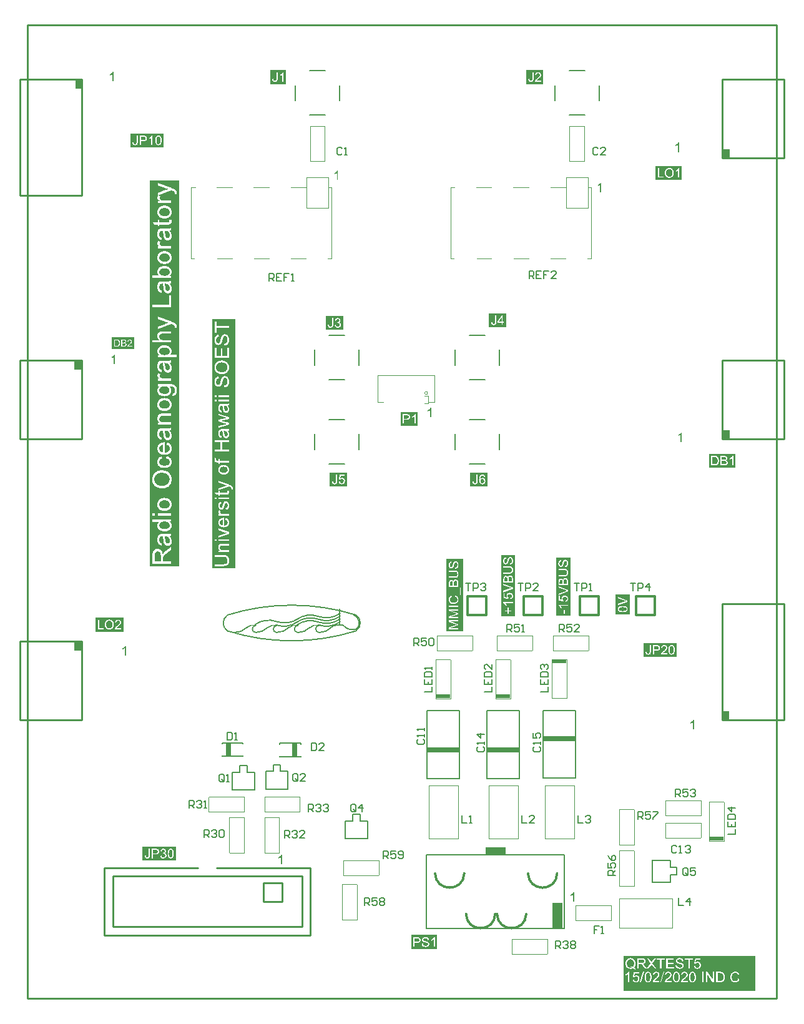
<source format=gto>
G04 Layer_Color=65535*
%FSLAX44Y44*%
%MOMM*%
G71*
G01*
G75*
%ADD24C,0.2000*%
%ADD40C,0.2540*%
%ADD41C,0.1270*%
%ADD42C,0.2032*%
%ADD43C,0.0500*%
%ADD44C,0.3048*%
%ADD45C,0.1000*%
%ADD46C,0.1200*%
%ADD47C,0.1700*%
%ADD48C,0.1500*%
%ADD49C,0.1524*%
%ADD50R,1.9762X0.5607*%
%ADD51R,4.4080X0.6487*%
%ADD52R,1.4000X3.6000*%
%ADD53R,2.8000X0.9931*%
%ADD54R,0.7000X1.8000*%
%ADD55R,1.0160X1.2700*%
G36*
X977000Y31075D02*
Y2000D01*
X798000D01*
Y31075D01*
Y49497D01*
X977000D01*
Y31075D01*
D02*
G37*
G36*
X134687Y872597D02*
X104348D01*
Y888235D01*
X134687D01*
Y872597D01*
D02*
G37*
G36*
X545404Y58598D02*
X510240D01*
Y77856D01*
X545404D01*
Y58598D01*
D02*
G37*
G36*
X870696Y454838D02*
X825237D01*
Y473929D01*
X870696D01*
Y454838D01*
D02*
G37*
G36*
X639222Y901878D02*
X615687D01*
Y920913D01*
X639222D01*
Y901878D01*
D02*
G37*
G36*
X806831Y512496D02*
X787740D01*
Y539512D01*
X806831D01*
Y512496D01*
D02*
G37*
G36*
X418028Y898228D02*
X394437D01*
Y917319D01*
X418028D01*
Y898228D01*
D02*
G37*
G36*
X726133Y510503D02*
X706875D01*
Y589644D01*
X726133D01*
Y510503D01*
D02*
G37*
G36*
X651413Y510005D02*
X632155D01*
Y593219D01*
X651413D01*
Y510005D01*
D02*
G37*
G36*
X271636Y575000D02*
X240455D01*
Y912619D01*
X271636D01*
Y575000D01*
D02*
G37*
G36*
X119839Y489128D02*
X82250D01*
Y508386D01*
X119839D01*
Y489128D01*
D02*
G37*
G36*
X950245Y711600D02*
X914100D01*
Y730469D01*
X950245D01*
Y711600D01*
D02*
G37*
G36*
X519247Y768132D02*
X496027D01*
Y787001D01*
X519247D01*
Y768132D01*
D02*
G37*
G36*
X191306Y178598D02*
X145847D01*
Y197689D01*
X191306D01*
Y178598D01*
D02*
G37*
G36*
X195518Y578000D02*
X155929D01*
Y1100650D01*
X195518D01*
Y578000D01*
D02*
G37*
G36*
X423470Y685978D02*
X399787D01*
Y705014D01*
X423470D01*
Y685978D01*
D02*
G37*
G36*
X876988Y1101528D02*
X841750D01*
Y1120786D01*
X876988D01*
Y1101528D01*
D02*
G37*
G36*
X893882Y356460D02*
X892308D01*
Y366478D01*
X892289Y366459D01*
X892197Y366385D01*
X892086Y366274D01*
X891900Y366144D01*
X891697Y365978D01*
X891438Y365792D01*
X891141Y365589D01*
X890808Y365385D01*
X890789D01*
X890771Y365367D01*
X890660Y365292D01*
X890475Y365200D01*
X890252Y365089D01*
X889993Y364959D01*
X889715Y364829D01*
X889438Y364700D01*
X889160Y364589D01*
Y366107D01*
X889178D01*
X889215Y366144D01*
X889290Y366163D01*
X889382Y366218D01*
X889493Y366274D01*
X889623Y366348D01*
X889938Y366533D01*
X890308Y366737D01*
X890678Y366996D01*
X891067Y367292D01*
X891456Y367607D01*
X891475Y367626D01*
X891493Y367644D01*
X891549Y367700D01*
X891623Y367755D01*
X891789Y367940D01*
X892011Y368162D01*
X892234Y368422D01*
X892474Y368718D01*
X892678Y369014D01*
X892863Y369329D01*
X893882D01*
Y356460D01*
D02*
G37*
G36*
X731322Y122780D02*
X729748D01*
Y132797D01*
X729729Y132779D01*
X729637Y132705D01*
X729526Y132594D01*
X729340Y132464D01*
X729137Y132297D01*
X728877Y132112D01*
X728581Y131909D01*
X728248Y131705D01*
X728229D01*
X728211Y131686D01*
X728100Y131612D01*
X727915Y131520D01*
X727692Y131409D01*
X727433Y131279D01*
X727156Y131150D01*
X726878Y131020D01*
X726600Y130909D01*
Y132427D01*
X726618D01*
X726656Y132464D01*
X726730Y132483D01*
X726822Y132538D01*
X726933Y132594D01*
X727063Y132668D01*
X727378Y132853D01*
X727748Y133057D01*
X728118Y133316D01*
X728507Y133612D01*
X728896Y133927D01*
X728914Y133946D01*
X728933Y133964D01*
X728989Y134020D01*
X729063Y134075D01*
X729229Y134260D01*
X729452Y134482D01*
X729674Y134742D01*
X729914Y135038D01*
X730118Y135334D01*
X730303Y135649D01*
X731322D01*
Y122780D01*
D02*
G37*
G36*
X108472Y851750D02*
X106898D01*
Y861768D01*
X106879Y861749D01*
X106787Y861675D01*
X106676Y861564D01*
X106490Y861434D01*
X106287Y861267D01*
X106027Y861082D01*
X105731Y860879D01*
X105398Y860675D01*
X105379D01*
X105361Y860657D01*
X105250Y860582D01*
X105065Y860490D01*
X104842Y860379D01*
X104583Y860249D01*
X104305Y860119D01*
X104028Y859990D01*
X103750Y859879D01*
Y861397D01*
X103769D01*
X103806Y861434D01*
X103880Y861453D01*
X103972Y861508D01*
X104083Y861564D01*
X104213Y861638D01*
X104528Y861823D01*
X104898Y862027D01*
X105268Y862286D01*
X105657Y862582D01*
X106046Y862897D01*
X106065Y862915D01*
X106083Y862934D01*
X106139Y862990D01*
X106213Y863045D01*
X106379Y863230D01*
X106601Y863453D01*
X106824Y863712D01*
X107064Y864008D01*
X107268Y864304D01*
X107453Y864619D01*
X108472D01*
Y851750D01*
D02*
G37*
G36*
X580755Y489350D02*
X558164D01*
Y587600D01*
X580755D01*
Y489350D01*
D02*
G37*
G36*
X537266Y779695D02*
X535692D01*
Y789713D01*
X535673Y789694D01*
X535580Y789620D01*
X535469Y789509D01*
X535284Y789379D01*
X535080Y789213D01*
X534821Y789027D01*
X534525Y788824D01*
X534192Y788620D01*
X534173D01*
X534155Y788602D01*
X534044Y788528D01*
X533858Y788435D01*
X533636Y788324D01*
X533377Y788194D01*
X533099Y788065D01*
X532822Y787935D01*
X532544Y787824D01*
Y789342D01*
X532562D01*
X532599Y789379D01*
X532673Y789398D01*
X532766Y789453D01*
X532877Y789509D01*
X533007Y789583D01*
X533321Y789768D01*
X533692Y789972D01*
X534062Y790231D01*
X534451Y790527D01*
X534840Y790842D01*
X534858Y790861D01*
X534877Y790879D01*
X534932Y790935D01*
X535006Y790990D01*
X535173Y791176D01*
X535395Y791398D01*
X535617Y791657D01*
X535858Y791953D01*
X536062Y792249D01*
X536247Y792564D01*
X537266D01*
Y779695D01*
D02*
G37*
G36*
X335082Y173580D02*
X333508D01*
Y183598D01*
X333489Y183579D01*
X333397Y183505D01*
X333286Y183394D01*
X333100Y183264D01*
X332897Y183097D01*
X332637Y182912D01*
X332341Y182709D01*
X332008Y182505D01*
X331989D01*
X331971Y182486D01*
X331860Y182412D01*
X331675Y182320D01*
X331452Y182209D01*
X331193Y182079D01*
X330915Y181950D01*
X330638Y181820D01*
X330360Y181709D01*
Y183227D01*
X330378D01*
X330415Y183264D01*
X330490Y183283D01*
X330582Y183338D01*
X330693Y183394D01*
X330823Y183468D01*
X331138Y183653D01*
X331508Y183857D01*
X331878Y184116D01*
X332267Y184412D01*
X332656Y184727D01*
X332674Y184746D01*
X332693Y184764D01*
X332749Y184820D01*
X332823Y184875D01*
X332989Y185060D01*
X333212Y185282D01*
X333434Y185542D01*
X333674Y185838D01*
X333878Y186134D01*
X334063Y186449D01*
X335082D01*
Y173580D01*
D02*
G37*
G36*
X768130Y1085061D02*
X766556D01*
Y1095078D01*
X766537Y1095060D01*
X766445Y1094986D01*
X766333Y1094875D01*
X766148Y1094745D01*
X765945Y1094578D01*
X765685Y1094393D01*
X765389Y1094190D01*
X765056Y1093986D01*
X765037D01*
X765019Y1093967D01*
X764908Y1093893D01*
X764723Y1093801D01*
X764500Y1093690D01*
X764241Y1093560D01*
X763963Y1093430D01*
X763686Y1093301D01*
X763408Y1093190D01*
Y1094708D01*
X763426D01*
X763463Y1094745D01*
X763538Y1094764D01*
X763630Y1094819D01*
X763741Y1094875D01*
X763871Y1094949D01*
X764185Y1095134D01*
X764556Y1095338D01*
X764926Y1095597D01*
X765315Y1095893D01*
X765704Y1096208D01*
X765722Y1096226D01*
X765741Y1096245D01*
X765797Y1096301D01*
X765871Y1096356D01*
X766037Y1096541D01*
X766259Y1096763D01*
X766482Y1097023D01*
X766722Y1097319D01*
X766926Y1097615D01*
X767111Y1097930D01*
X768130D01*
Y1085061D01*
D02*
G37*
G36*
X877372Y746350D02*
X875798D01*
Y756367D01*
X875779Y756349D01*
X875687Y756275D01*
X875576Y756164D01*
X875390Y756034D01*
X875187Y755867D01*
X874928Y755682D01*
X874631Y755479D01*
X874298Y755275D01*
X874279D01*
X874261Y755257D01*
X874150Y755182D01*
X873965Y755090D01*
X873742Y754979D01*
X873483Y754849D01*
X873205Y754719D01*
X872928Y754590D01*
X872650Y754479D01*
Y755997D01*
X872669D01*
X872706Y756034D01*
X872780Y756053D01*
X872872Y756108D01*
X872983Y756164D01*
X873113Y756238D01*
X873428Y756423D01*
X873798Y756627D01*
X874168Y756886D01*
X874557Y757182D01*
X874946Y757497D01*
X874965Y757515D01*
X874983Y757534D01*
X875039Y757590D01*
X875113Y757645D01*
X875279Y757830D01*
X875501Y758053D01*
X875724Y758312D01*
X875964Y758608D01*
X876168Y758904D01*
X876353Y759219D01*
X877372D01*
Y746350D01*
D02*
G37*
G36*
X411051Y1101496D02*
X409478D01*
Y1111514D01*
X409459Y1111495D01*
X409366Y1111421D01*
X409255Y1111310D01*
X409070Y1111180D01*
X408867Y1111014D01*
X408607Y1110828D01*
X408311Y1110625D01*
X407978Y1110421D01*
X407959D01*
X407941Y1110403D01*
X407830Y1110329D01*
X407644Y1110236D01*
X407422Y1110125D01*
X407163Y1109995D01*
X406885Y1109866D01*
X406608Y1109736D01*
X406330Y1109625D01*
Y1111143D01*
X406348D01*
X406385Y1111180D01*
X406459Y1111199D01*
X406552Y1111254D01*
X406663Y1111310D01*
X406793Y1111384D01*
X407107Y1111569D01*
X407478Y1111773D01*
X407848Y1112032D01*
X408237Y1112328D01*
X408626Y1112643D01*
X408644Y1112662D01*
X408663Y1112680D01*
X408718Y1112736D01*
X408792Y1112791D01*
X408959Y1112976D01*
X409181Y1113199D01*
X409403Y1113458D01*
X409644Y1113754D01*
X409848Y1114050D01*
X410033Y1114365D01*
X411051D01*
Y1101496D01*
D02*
G37*
G36*
X873463Y1139347D02*
X871889D01*
Y1149364D01*
X871871Y1149346D01*
X871778Y1149272D01*
X871667Y1149161D01*
X871482Y1149031D01*
X871278Y1148864D01*
X871019Y1148679D01*
X870723Y1148475D01*
X870389Y1148272D01*
X870371D01*
X870352Y1148253D01*
X870241Y1148179D01*
X870056Y1148086D01*
X869834Y1147975D01*
X869575Y1147846D01*
X869297Y1147716D01*
X869019Y1147587D01*
X868742Y1147476D01*
Y1148994D01*
X868760D01*
X868797Y1149031D01*
X868871Y1149049D01*
X868964Y1149105D01*
X869075Y1149161D01*
X869204Y1149235D01*
X869519Y1149420D01*
X869890Y1149623D01*
X870260Y1149883D01*
X870649Y1150179D01*
X871038Y1150494D01*
X871056Y1150512D01*
X871075Y1150531D01*
X871130Y1150586D01*
X871204Y1150642D01*
X871371Y1150827D01*
X871593Y1151049D01*
X871815Y1151308D01*
X872056Y1151605D01*
X872260Y1151901D01*
X872445Y1152216D01*
X873463D01*
Y1139347D01*
D02*
G37*
G36*
X106482Y1235300D02*
X104908D01*
Y1245318D01*
X104889Y1245299D01*
X104797Y1245225D01*
X104686Y1245114D01*
X104500Y1244984D01*
X104297Y1244818D01*
X104038Y1244632D01*
X103741Y1244429D01*
X103408Y1244225D01*
X103389D01*
X103371Y1244206D01*
X103260Y1244132D01*
X103075Y1244040D01*
X102852Y1243929D01*
X102593Y1243799D01*
X102316Y1243670D01*
X102038Y1243540D01*
X101760Y1243429D01*
Y1244947D01*
X101778D01*
X101816Y1244984D01*
X101890Y1245003D01*
X101982Y1245058D01*
X102093Y1245114D01*
X102223Y1245188D01*
X102538Y1245373D01*
X102908Y1245577D01*
X103278Y1245836D01*
X103667Y1246132D01*
X104056Y1246447D01*
X104074Y1246466D01*
X104093Y1246484D01*
X104149Y1246540D01*
X104223Y1246595D01*
X104389Y1246780D01*
X104612Y1247002D01*
X104834Y1247262D01*
X105074Y1247558D01*
X105278Y1247854D01*
X105463Y1248169D01*
X106482D01*
Y1235300D01*
D02*
G37*
G36*
X340147Y1231478D02*
X319037D01*
Y1250569D01*
X340147D01*
Y1231478D01*
D02*
G37*
G36*
X613878Y685978D02*
X590287D01*
Y705069D01*
X613878D01*
Y685978D01*
D02*
G37*
G36*
X123472Y456750D02*
X121898D01*
Y466768D01*
X121879Y466749D01*
X121787Y466675D01*
X121676Y466564D01*
X121490Y466434D01*
X121287Y466268D01*
X121027Y466082D01*
X120731Y465879D01*
X120398Y465675D01*
X120379D01*
X120361Y465657D01*
X120250Y465582D01*
X120065Y465490D01*
X119842Y465379D01*
X119583Y465249D01*
X119305Y465120D01*
X119028Y464990D01*
X118750Y464879D01*
Y466397D01*
X118769D01*
X118806Y466434D01*
X118880Y466453D01*
X118972Y466508D01*
X119083Y466564D01*
X119213Y466638D01*
X119528Y466823D01*
X119898Y467027D01*
X120268Y467286D01*
X120657Y467582D01*
X121046Y467897D01*
X121065Y467915D01*
X121083Y467934D01*
X121139Y467990D01*
X121213Y468045D01*
X121379Y468230D01*
X121601Y468452D01*
X121824Y468712D01*
X122064Y469008D01*
X122268Y469304D01*
X122453Y469619D01*
X123472D01*
Y456750D01*
D02*
G37*
G36*
X174736Y1145718D02*
X129277D01*
Y1164809D01*
X174736D01*
Y1145718D01*
D02*
G37*
G36*
X689575Y1231530D02*
X666114D01*
Y1250622D01*
X689575D01*
Y1231530D01*
D02*
G37*
%LPC*%
G36*
X185000Y641253D02*
X159373D01*
Y638105D01*
X168557D01*
X168150Y637772D01*
X167817Y637402D01*
X167483Y637068D01*
X167224Y636698D01*
X167039Y636402D01*
X166854Y636180D01*
X166780Y636031D01*
X166743Y635957D01*
X166483Y635476D01*
X166298Y634957D01*
X166187Y634439D01*
X166076Y633957D01*
X166039Y633550D01*
X166002Y633254D01*
Y633032D01*
Y632995D01*
Y632958D01*
X166039Y632143D01*
X166187Y631365D01*
X166372Y630662D01*
X166595Y630069D01*
X166854Y629551D01*
X167039Y629180D01*
X167113Y629032D01*
X167187Y628921D01*
X167224Y628884D01*
Y628847D01*
X167705Y628180D01*
X168298Y627625D01*
X168853Y627143D01*
X169409Y626773D01*
X169928Y626477D01*
X170335Y626255D01*
X170483Y626180D01*
X170594Y626106D01*
X170668Y626069D01*
X170705D01*
X171557Y625773D01*
X172446Y625551D01*
X173298Y625366D01*
X174075Y625255D01*
X174742Y625181D01*
X175038D01*
X175260Y625144D01*
X175742D01*
X176779Y625181D01*
X177742Y625292D01*
X178593Y625477D01*
X179334Y625662D01*
X179667Y625736D01*
X179926Y625810D01*
X180186Y625921D01*
X180408Y625995D01*
X180556Y626069D01*
X180667Y626106D01*
X180741Y626143D01*
X180778D01*
X181556Y626551D01*
X182222Y627032D01*
X182815Y627514D01*
X183297Y627995D01*
X183667Y628402D01*
X183963Y628736D01*
X184111Y628958D01*
X184185Y628995D01*
Y629032D01*
X184593Y629736D01*
X184889Y630439D01*
X185111Y631143D01*
X185259Y631772D01*
X185333Y632291D01*
X185370Y632735D01*
X185407Y632883D01*
Y632995D01*
Y633069D01*
Y633106D01*
X185370Y633735D01*
X185296Y634328D01*
X185148Y634883D01*
X184963Y635365D01*
X184778Y635846D01*
X184556Y636291D01*
X184296Y636661D01*
X184037Y636994D01*
X183778Y637327D01*
X183519Y637587D01*
X183297Y637809D01*
X183111Y637994D01*
X182926Y638142D01*
X182778Y638253D01*
X182704Y638290D01*
X182667Y638327D01*
X185000D01*
Y641253D01*
D02*
G37*
G36*
X246481Y809870D02*
X243789D01*
Y807510D01*
X246481D01*
Y809870D01*
D02*
G37*
G36*
X263000D02*
X249063D01*
Y807510D01*
X263000D01*
Y809870D01*
D02*
G37*
G36*
X162965Y649400D02*
X159373D01*
Y646253D01*
X162965D01*
Y649400D01*
D02*
G37*
G36*
X257864Y835661D02*
X257614D01*
X257059Y835633D01*
X256531Y835550D01*
X256059Y835411D01*
X255671Y835272D01*
X255338Y835106D01*
X255088Y834995D01*
X254949Y834884D01*
X254893Y834856D01*
X254477Y834523D01*
X254088Y834134D01*
X253755Y833718D01*
X253450Y833301D01*
X253228Y832940D01*
X253061Y832635D01*
X253006Y832524D01*
X252950Y832441D01*
X252922Y832385D01*
Y832357D01*
X252811Y832135D01*
X252728Y831858D01*
X252617Y831552D01*
X252506Y831219D01*
X252312Y830525D01*
X252117Y829803D01*
X252034Y829470D01*
X251951Y829165D01*
X251867Y828859D01*
X251812Y828609D01*
X251756Y828415D01*
X251729Y828249D01*
X251701Y828137D01*
Y828110D01*
X251562Y827554D01*
X251451Y827055D01*
X251312Y826610D01*
X251201Y826222D01*
X251062Y825861D01*
X250951Y825555D01*
X250840Y825278D01*
X250757Y825028D01*
X250646Y824834D01*
X250562Y824667D01*
X250507Y824556D01*
X250424Y824445D01*
X250340Y824306D01*
X250313Y824278D01*
X250035Y824029D01*
X249757Y823862D01*
X249480Y823723D01*
X249202Y823640D01*
X248980Y823584D01*
X248786Y823557D01*
X248619D01*
X248175Y823612D01*
X247786Y823723D01*
X247453Y823890D01*
X247148Y824084D01*
X246926Y824251D01*
X246731Y824417D01*
X246620Y824528D01*
X246593Y824584D01*
X246454Y824806D01*
X246315Y825028D01*
X246093Y825555D01*
X245954Y826111D01*
X245843Y826666D01*
X245787Y827166D01*
X245760Y827388D01*
X245732Y827554D01*
Y827721D01*
Y827832D01*
Y827915D01*
Y827943D01*
X245760Y828720D01*
X245871Y829415D01*
X246037Y829970D01*
X246204Y830442D01*
X246370Y830803D01*
X246537Y831080D01*
X246648Y831219D01*
X246676Y831275D01*
X247064Y831663D01*
X247481Y831969D01*
X247925Y832218D01*
X248369Y832385D01*
X248786Y832496D01*
X249091Y832579D01*
X249230Y832607D01*
X249313Y832635D01*
X249396D01*
X249202Y835078D01*
X248591Y835023D01*
X248036Y834884D01*
X247509Y834745D01*
X247064Y834550D01*
X246704Y834384D01*
X246426Y834245D01*
X246343Y834190D01*
X246259Y834134D01*
X246232Y834106D01*
X246204D01*
X245732Y833745D01*
X245315Y833357D01*
X244955Y832940D01*
X244677Y832524D01*
X244427Y832163D01*
X244288Y831885D01*
X244233Y831774D01*
X244177Y831691D01*
X244149Y831636D01*
Y831608D01*
X243927Y830997D01*
X243761Y830331D01*
X243622Y829720D01*
X243539Y829137D01*
X243483Y828609D01*
Y828415D01*
X243455Y828221D01*
Y828082D01*
Y827943D01*
Y827888D01*
Y827860D01*
X243483Y827138D01*
X243566Y826499D01*
X243678Y825889D01*
X243789Y825361D01*
X243900Y824945D01*
X243955Y824750D01*
X244011Y824612D01*
X244066Y824501D01*
X244094Y824417D01*
X244122Y824362D01*
Y824334D01*
X244399Y823779D01*
X244705Y823279D01*
X245038Y822863D01*
X245343Y822530D01*
X245621Y822280D01*
X245843Y822085D01*
X246010Y821946D01*
X246037Y821919D01*
X246065D01*
X246537Y821641D01*
X247009Y821447D01*
X247481Y821308D01*
X247897Y821225D01*
X248258Y821169D01*
X248536Y821114D01*
X248786D01*
X249258Y821141D01*
X249702Y821225D01*
X250118Y821336D01*
X250479Y821447D01*
X250757Y821558D01*
X250979Y821669D01*
X251118Y821752D01*
X251173Y821780D01*
X251562Y822057D01*
X251923Y822391D01*
X252228Y822724D01*
X252478Y823057D01*
X252700Y823335D01*
X252839Y823584D01*
X252950Y823751D01*
X252978Y823779D01*
Y823807D01*
X253089Y824029D01*
X253200Y824278D01*
X253394Y824834D01*
X253589Y825472D01*
X253783Y826083D01*
X253950Y826638D01*
X254005Y826888D01*
X254061Y827110D01*
X254116Y827277D01*
X254144Y827416D01*
X254172Y827499D01*
Y827527D01*
X254283Y827999D01*
X254394Y828443D01*
X254505Y828831D01*
X254588Y829165D01*
X254671Y829498D01*
X254755Y829775D01*
X254810Y830025D01*
X254893Y830220D01*
X254949Y830414D01*
X254977Y830553D01*
X255060Y830775D01*
X255088Y830914D01*
X255116Y830941D01*
X255282Y831358D01*
X255476Y831719D01*
X255671Y832024D01*
X255837Y832246D01*
X256004Y832441D01*
X256115Y832552D01*
X256198Y832635D01*
X256226Y832663D01*
X256476Y832857D01*
X256754Y832996D01*
X257031Y833079D01*
X257253Y833162D01*
X257475Y833190D01*
X257642Y833218D01*
X257808D01*
X258142Y833190D01*
X258447Y833135D01*
X258725Y833051D01*
X258947Y832940D01*
X259169Y832829D01*
X259308Y832746D01*
X259419Y832690D01*
X259446Y832663D01*
X259724Y832441D01*
X259946Y832163D01*
X260140Y831885D01*
X260335Y831636D01*
X260446Y831386D01*
X260557Y831191D01*
X260613Y831052D01*
X260640Y830997D01*
X260779Y830581D01*
X260890Y830136D01*
X260946Y829692D01*
X261001Y829303D01*
X261029Y828970D01*
X261057Y828693D01*
Y828582D01*
Y828498D01*
Y828471D01*
Y828443D01*
X261029Y827832D01*
X260973Y827277D01*
X260890Y826777D01*
X260779Y826333D01*
X260668Y825972D01*
X260585Y825694D01*
X260557Y825611D01*
X260529Y825528D01*
X260501Y825500D01*
Y825472D01*
X260279Y825028D01*
X260030Y824612D01*
X259780Y824306D01*
X259530Y824029D01*
X259335Y823807D01*
X259141Y823668D01*
X259030Y823584D01*
X259002Y823557D01*
X258641Y823362D01*
X258253Y823168D01*
X257836Y823057D01*
X257475Y822946D01*
X257114Y822863D01*
X256865Y822807D01*
X256754D01*
X256670Y822779D01*
X256615D01*
X256837Y820392D01*
X257531Y820447D01*
X258197Y820558D01*
X258780Y820725D01*
X259308Y820919D01*
X259724Y821114D01*
X259891Y821197D01*
X260030Y821252D01*
X260140Y821336D01*
X260224Y821364D01*
X260279Y821419D01*
X260307D01*
X260835Y821835D01*
X261306Y822280D01*
X261695Y822752D01*
X262028Y823196D01*
X262278Y823584D01*
X262445Y823918D01*
X262500Y824029D01*
X262556Y824112D01*
X262584Y824167D01*
Y824195D01*
X262833Y824889D01*
X263028Y825611D01*
X263139Y826333D01*
X263250Y827027D01*
X263278Y827360D01*
X263305Y827638D01*
Y827888D01*
X263333Y828110D01*
Y828304D01*
Y828443D01*
Y828526D01*
Y828554D01*
X263305Y829303D01*
X263222Y829997D01*
X263083Y830636D01*
X262945Y831163D01*
X262833Y831608D01*
X262750Y831802D01*
X262695Y831969D01*
X262639Y832080D01*
X262611Y832163D01*
X262584Y832218D01*
Y832246D01*
X262278Y832829D01*
X261945Y833329D01*
X261584Y833773D01*
X261251Y834134D01*
X260973Y834412D01*
X260723Y834606D01*
X260557Y834745D01*
X260529Y834773D01*
X260501D01*
X259974Y835078D01*
X259474Y835300D01*
X259002Y835439D01*
X258558Y835550D01*
X258169Y835605D01*
X257864Y835661D01*
D02*
G37*
G36*
X246065Y909620D02*
X243789D01*
Y894406D01*
X246065D01*
Y900736D01*
X263000D01*
Y903290D01*
X246065D01*
Y909620D01*
D02*
G37*
G36*
X257864Y892351D02*
X257614D01*
X257059Y892324D01*
X256531Y892240D01*
X256059Y892102D01*
X255671Y891963D01*
X255338Y891796D01*
X255088Y891685D01*
X254949Y891574D01*
X254893Y891546D01*
X254477Y891213D01*
X254088Y890825D01*
X253755Y890408D01*
X253450Y889992D01*
X253228Y889631D01*
X253061Y889325D01*
X253006Y889214D01*
X252950Y889131D01*
X252922Y889075D01*
Y889048D01*
X252811Y888826D01*
X252728Y888548D01*
X252617Y888243D01*
X252506Y887909D01*
X252312Y887215D01*
X252117Y886494D01*
X252034Y886160D01*
X251951Y885855D01*
X251867Y885550D01*
X251812Y885300D01*
X251756Y885106D01*
X251729Y884939D01*
X251701Y884828D01*
Y884800D01*
X251562Y884245D01*
X251451Y883745D01*
X251312Y883301D01*
X251201Y882912D01*
X251062Y882551D01*
X250951Y882246D01*
X250840Y881968D01*
X250757Y881719D01*
X250646Y881524D01*
X250562Y881358D01*
X250507Y881246D01*
X250424Y881135D01*
X250340Y880997D01*
X250313Y880969D01*
X250035Y880719D01*
X249757Y880553D01*
X249480Y880414D01*
X249202Y880330D01*
X248980Y880275D01*
X248786Y880247D01*
X248619D01*
X248175Y880303D01*
X247786Y880414D01*
X247453Y880580D01*
X247148Y880775D01*
X246926Y880941D01*
X246731Y881108D01*
X246620Y881219D01*
X246593Y881274D01*
X246454Y881496D01*
X246315Y881719D01*
X246093Y882246D01*
X245954Y882801D01*
X245843Y883356D01*
X245787Y883856D01*
X245760Y884078D01*
X245732Y884245D01*
Y884411D01*
Y884522D01*
Y884606D01*
Y884633D01*
X245760Y885411D01*
X245871Y886105D01*
X246037Y886660D01*
X246204Y887132D01*
X246370Y887493D01*
X246537Y887771D01*
X246648Y887909D01*
X246676Y887965D01*
X247064Y888354D01*
X247481Y888659D01*
X247925Y888909D01*
X248369Y889075D01*
X248786Y889186D01*
X249091Y889270D01*
X249230Y889298D01*
X249313Y889325D01*
X249396D01*
X249202Y891768D01*
X248591Y891713D01*
X248036Y891574D01*
X247509Y891435D01*
X247064Y891241D01*
X246704Y891074D01*
X246426Y890936D01*
X246343Y890880D01*
X246259Y890825D01*
X246232Y890797D01*
X246204D01*
X245732Y890436D01*
X245315Y890047D01*
X244955Y889631D01*
X244677Y889214D01*
X244427Y888853D01*
X244288Y888576D01*
X244233Y888465D01*
X244177Y888381D01*
X244149Y888326D01*
Y888298D01*
X243927Y887687D01*
X243761Y887021D01*
X243622Y886410D01*
X243539Y885827D01*
X243483Y885300D01*
Y885106D01*
X243455Y884911D01*
Y884772D01*
Y884633D01*
Y884578D01*
Y884550D01*
X243483Y883828D01*
X243566Y883190D01*
X243678Y882579D01*
X243789Y882052D01*
X243900Y881635D01*
X243955Y881441D01*
X244011Y881302D01*
X244066Y881191D01*
X244094Y881108D01*
X244122Y881052D01*
Y881024D01*
X244399Y880469D01*
X244705Y879969D01*
X245038Y879553D01*
X245343Y879220D01*
X245621Y878970D01*
X245843Y878776D01*
X246010Y878637D01*
X246037Y878609D01*
X246065D01*
X246537Y878332D01*
X247009Y878137D01*
X247481Y877998D01*
X247897Y877915D01*
X248258Y877859D01*
X248536Y877804D01*
X248786D01*
X249258Y877832D01*
X249702Y877915D01*
X250118Y878026D01*
X250479Y878137D01*
X250757Y878248D01*
X250979Y878359D01*
X251118Y878443D01*
X251173Y878470D01*
X251562Y878748D01*
X251923Y879081D01*
X252228Y879414D01*
X252478Y879747D01*
X252700Y880025D01*
X252839Y880275D01*
X252950Y880441D01*
X252978Y880469D01*
Y880497D01*
X253089Y880719D01*
X253200Y880969D01*
X253394Y881524D01*
X253589Y882163D01*
X253783Y882773D01*
X253950Y883329D01*
X254005Y883578D01*
X254061Y883801D01*
X254116Y883967D01*
X254144Y884106D01*
X254172Y884189D01*
Y884217D01*
X254283Y884689D01*
X254394Y885133D01*
X254505Y885522D01*
X254588Y885855D01*
X254671Y886188D01*
X254755Y886466D01*
X254810Y886716D01*
X254893Y886910D01*
X254949Y887104D01*
X254977Y887243D01*
X255060Y887465D01*
X255088Y887604D01*
X255116Y887632D01*
X255282Y888048D01*
X255476Y888409D01*
X255671Y888715D01*
X255837Y888937D01*
X256004Y889131D01*
X256115Y889242D01*
X256198Y889325D01*
X256226Y889353D01*
X256476Y889547D01*
X256754Y889686D01*
X257031Y889770D01*
X257253Y889853D01*
X257475Y889881D01*
X257642Y889908D01*
X257808D01*
X258142Y889881D01*
X258447Y889825D01*
X258725Y889742D01*
X258947Y889631D01*
X259169Y889520D01*
X259308Y889436D01*
X259419Y889381D01*
X259446Y889353D01*
X259724Y889131D01*
X259946Y888853D01*
X260140Y888576D01*
X260335Y888326D01*
X260446Y888076D01*
X260557Y887882D01*
X260613Y887743D01*
X260640Y887687D01*
X260779Y887271D01*
X260890Y886827D01*
X260946Y886383D01*
X261001Y885994D01*
X261029Y885661D01*
X261057Y885383D01*
Y885272D01*
Y885189D01*
Y885161D01*
Y885133D01*
X261029Y884522D01*
X260973Y883967D01*
X260890Y883467D01*
X260779Y883023D01*
X260668Y882662D01*
X260585Y882385D01*
X260557Y882301D01*
X260529Y882218D01*
X260501Y882190D01*
Y882163D01*
X260279Y881719D01*
X260030Y881302D01*
X259780Y880997D01*
X259530Y880719D01*
X259335Y880497D01*
X259141Y880358D01*
X259030Y880275D01*
X259002Y880247D01*
X258641Y880053D01*
X258253Y879858D01*
X257836Y879747D01*
X257475Y879636D01*
X257114Y879553D01*
X256865Y879498D01*
X256754D01*
X256670Y879470D01*
X256615D01*
X256837Y877082D01*
X257531Y877138D01*
X258197Y877249D01*
X258780Y877415D01*
X259308Y877610D01*
X259724Y877804D01*
X259891Y877887D01*
X260030Y877943D01*
X260140Y878026D01*
X260224Y878054D01*
X260279Y878109D01*
X260307D01*
X260835Y878526D01*
X261306Y878970D01*
X261695Y879442D01*
X262028Y879886D01*
X262278Y880275D01*
X262445Y880608D01*
X262500Y880719D01*
X262556Y880802D01*
X262584Y880858D01*
Y880886D01*
X262833Y881580D01*
X263028Y882301D01*
X263139Y883023D01*
X263250Y883717D01*
X263278Y884051D01*
X263305Y884328D01*
Y884578D01*
X263333Y884800D01*
Y884994D01*
Y885133D01*
Y885217D01*
Y885244D01*
X263305Y885994D01*
X263222Y886688D01*
X263083Y887326D01*
X262945Y887854D01*
X262833Y888298D01*
X262750Y888493D01*
X262695Y888659D01*
X262639Y888770D01*
X262611Y888853D01*
X262584Y888909D01*
Y888937D01*
X262278Y889520D01*
X261945Y890019D01*
X261584Y890464D01*
X261251Y890825D01*
X260973Y891102D01*
X260723Y891296D01*
X260557Y891435D01*
X260529Y891463D01*
X260501D01*
X259974Y891768D01*
X259474Y891991D01*
X259002Y892129D01*
X258558Y892240D01*
X258169Y892296D01*
X257864Y892351D01*
D02*
G37*
G36*
X263000Y803901D02*
X249063D01*
Y801541D01*
X263000D01*
Y803901D01*
D02*
G37*
G36*
Y874417D02*
X260723D01*
Y862618D01*
X254199D01*
Y873251D01*
X251923D01*
Y862618D01*
X246065D01*
Y873973D01*
X243789D01*
Y860064D01*
X263000D01*
Y874417D01*
D02*
G37*
G36*
X185000Y622440D02*
X184593Y622255D01*
X184185Y622070D01*
X183815Y621922D01*
X183482Y621848D01*
X183185Y621736D01*
X182963Y621699D01*
X182815Y621662D01*
X182778D01*
X182519Y621625D01*
X182185Y621588D01*
X181815D01*
X181408Y621551D01*
X180482Y621514D01*
X179556D01*
X178667Y621477D01*
X172298D01*
X171668Y621440D01*
X171187Y621403D01*
X170779D01*
X170483Y621366D01*
X170261Y621329D01*
X170150Y621292D01*
X170113D01*
X169631Y621181D01*
X169224Y621033D01*
X168891Y620885D01*
X168557Y620700D01*
X168335Y620551D01*
X168150Y620440D01*
X168039Y620366D01*
X168002Y620329D01*
X167705Y620033D01*
X167409Y619700D01*
X167187Y619329D01*
X166965Y618959D01*
X166817Y618626D01*
X166706Y618367D01*
X166632Y618181D01*
X166595Y618107D01*
X166409Y617515D01*
X166261Y616885D01*
X166150Y616256D01*
X166076Y615626D01*
X166039Y615071D01*
X166002Y614663D01*
Y614478D01*
Y614367D01*
Y614293D01*
Y614256D01*
X166039Y613367D01*
X166113Y612589D01*
X166224Y611849D01*
X166335Y611256D01*
X166446Y610738D01*
X166558Y610367D01*
X166595Y610219D01*
X166632Y610108D01*
X166669Y610071D01*
Y610034D01*
X166928Y609404D01*
X167261Y608849D01*
X167557Y608368D01*
X167854Y607960D01*
X168150Y607664D01*
X168372Y607442D01*
X168520Y607294D01*
X168557Y607257D01*
X169039Y606923D01*
X169557Y606627D01*
X170076Y606405D01*
X170557Y606220D01*
X171038Y606072D01*
X171372Y605960D01*
X171520Y605923D01*
X171631D01*
X171668Y605886D01*
X171705D01*
X172113Y608960D01*
X171446Y609182D01*
X170853Y609404D01*
X170372Y609664D01*
X170002Y609886D01*
X169705Y610108D01*
X169520Y610293D01*
X169409Y610441D01*
X169372Y610478D01*
X169113Y610923D01*
X168928Y611441D01*
X168780Y611997D01*
X168705Y612515D01*
X168631Y613034D01*
X168594Y613404D01*
Y613552D01*
Y613663D01*
Y613737D01*
Y613774D01*
X168631Y614626D01*
X168742Y615367D01*
X168928Y615959D01*
X169113Y616478D01*
X169335Y616848D01*
X169483Y617144D01*
X169631Y617330D01*
X169668Y617367D01*
X170002Y617663D01*
X170409Y617885D01*
X170853Y618070D01*
X171298Y618181D01*
X171705Y618255D01*
X172075Y618292D01*
X172853D01*
X173075Y618255D01*
X173186D01*
X173298Y617885D01*
X173409Y617478D01*
X173631Y616626D01*
X173816Y615663D01*
X174001Y614774D01*
X174075Y614330D01*
X174112Y613923D01*
X174186Y613552D01*
X174223Y613256D01*
X174260Y612997D01*
Y612812D01*
X174297Y612663D01*
Y612626D01*
X174371Y611960D01*
X174483Y611404D01*
X174557Y610923D01*
X174631Y610552D01*
X174668Y610256D01*
X174742Y610034D01*
X174779Y609886D01*
Y609849D01*
X174927Y609367D01*
X175075Y608960D01*
X175260Y608553D01*
X175408Y608219D01*
X175557Y607923D01*
X175705Y607738D01*
X175779Y607590D01*
X175816Y607553D01*
X176075Y607183D01*
X176371Y606886D01*
X176667Y606590D01*
X176964Y606368D01*
X177223Y606183D01*
X177445Y606034D01*
X177593Y605960D01*
X177630Y605923D01*
X178038Y605738D01*
X178482Y605590D01*
X178890Y605479D01*
X179297Y605405D01*
X179630Y605368D01*
X179889Y605331D01*
X180112D01*
X180556Y605368D01*
X180926Y605405D01*
X181704Y605590D01*
X182334Y605849D01*
X182889Y606146D01*
X183333Y606442D01*
X183667Y606701D01*
X183852Y606886D01*
X183926Y606960D01*
X184408Y607627D01*
X184778Y608368D01*
X185037Y609182D01*
X185222Y609923D01*
X185333Y610589D01*
X185370Y610886D01*
Y611145D01*
X185407Y611367D01*
Y611515D01*
Y611627D01*
Y611664D01*
X185370Y612330D01*
X185296Y612997D01*
X185222Y613589D01*
X185111Y614108D01*
X185000Y614515D01*
X184889Y614848D01*
X184852Y615071D01*
X184815Y615145D01*
X184556Y615774D01*
X184222Y616367D01*
X183852Y616922D01*
X183519Y617478D01*
X183185Y617922D01*
X182926Y618255D01*
X182741Y618478D01*
X182667Y618515D01*
Y618552D01*
X183148Y618626D01*
X183593Y618700D01*
X184000Y618774D01*
X184333Y618885D01*
X184630Y618996D01*
X184815Y619070D01*
X184963Y619107D01*
X185000Y619144D01*
Y622440D01*
D02*
G37*
G36*
X253727Y856760D02*
X253450D01*
X252395Y856705D01*
X251423Y856594D01*
X250979Y856510D01*
X250535Y856399D01*
X250146Y856288D01*
X249785Y856205D01*
X249452Y856094D01*
X249147Y855983D01*
X248897Y855900D01*
X248675Y855789D01*
X248508Y855733D01*
X248397Y855677D01*
X248314Y855622D01*
X248286D01*
X247481Y855178D01*
X246759Y854650D01*
X246148Y854095D01*
X245649Y853595D01*
X245260Y853123D01*
X245093Y852901D01*
X244955Y852735D01*
X244871Y852568D01*
X244788Y852457D01*
X244760Y852402D01*
X244732Y852374D01*
X244510Y851957D01*
X244316Y851541D01*
X243983Y850736D01*
X243761Y849903D01*
X243622Y849181D01*
X243566Y848848D01*
X243511Y848515D01*
X243483Y848265D01*
Y848015D01*
X243455Y847821D01*
Y847682D01*
Y847599D01*
Y847571D01*
X243483Y846821D01*
X243566Y846127D01*
X243705Y845461D01*
X243872Y844822D01*
X244094Y844240D01*
X244316Y843684D01*
X244566Y843185D01*
X244816Y842740D01*
X245066Y842324D01*
X245315Y841963D01*
X245538Y841658D01*
X245760Y841408D01*
X245926Y841213D01*
X246065Y841047D01*
X246148Y840964D01*
X246176Y840936D01*
X246704Y840492D01*
X247259Y840103D01*
X247870Y839742D01*
X248480Y839464D01*
X249119Y839215D01*
X249730Y838992D01*
X250340Y838826D01*
X250924Y838715D01*
X251479Y838604D01*
X252006Y838521D01*
X252478Y838465D01*
X252867Y838409D01*
X253200D01*
X253450Y838382D01*
X253672D01*
X254616Y838437D01*
X255476Y838548D01*
X256309Y838715D01*
X256670Y838826D01*
X257031Y838937D01*
X257337Y839020D01*
X257614Y839131D01*
X257864Y839215D01*
X258086Y839298D01*
X258253Y839353D01*
X258364Y839409D01*
X258447Y839464D01*
X258475D01*
X259280Y839936D01*
X259974Y840436D01*
X260585Y840991D01*
X261084Y841519D01*
X261501Y841991D01*
X261667Y842185D01*
X261779Y842352D01*
X261889Y842518D01*
X261973Y842629D01*
X262001Y842685D01*
X262028Y842713D01*
X262250Y843129D01*
X262445Y843546D01*
X262778Y844378D01*
X263000Y845183D01*
X263167Y845933D01*
X263222Y846294D01*
X263250Y846599D01*
X263305Y846877D01*
Y847127D01*
X263333Y847293D01*
Y847460D01*
Y847543D01*
Y847571D01*
X263278Y848487D01*
X263139Y849348D01*
X262972Y850153D01*
X262861Y850514D01*
X262750Y850847D01*
X262639Y851152D01*
X262528Y851430D01*
X262445Y851652D01*
X262362Y851846D01*
X262278Y852013D01*
X262223Y852152D01*
X262167Y852207D01*
Y852235D01*
X261667Y853012D01*
X261112Y853679D01*
X260529Y854234D01*
X259974Y854706D01*
X259446Y855095D01*
X259252Y855233D01*
X259058Y855344D01*
X258891Y855455D01*
X258780Y855511D01*
X258697Y855566D01*
X258669D01*
X258225Y855789D01*
X257781Y855955D01*
X256892Y856261D01*
X256004Y856483D01*
X255199Y856621D01*
X254838Y856649D01*
X254505Y856705D01*
X254199Y856732D01*
X253950D01*
X253727Y856760D01*
D02*
G37*
G36*
X185000Y603516D02*
X178038Y599109D01*
X177297Y598591D01*
X176630Y598109D01*
X176075Y597628D01*
X175557Y597220D01*
X175186Y596850D01*
X174890Y596554D01*
X174705Y596369D01*
X174631Y596295D01*
X174408Y595998D01*
X174149Y595665D01*
X173742Y594999D01*
X173594Y594702D01*
X173446Y594480D01*
X173372Y594332D01*
X173335Y594258D01*
X173223Y594925D01*
X173112Y595554D01*
X172927Y596110D01*
X172779Y596665D01*
X172594Y597146D01*
X172372Y597591D01*
X172187Y597998D01*
X172001Y598369D01*
X171779Y598665D01*
X171594Y598961D01*
X171446Y599183D01*
X171298Y599369D01*
X171187Y599517D01*
X171075Y599628D01*
X171038Y599665D01*
X171001Y599702D01*
X170631Y599998D01*
X170261Y600294D01*
X169483Y600739D01*
X168705Y601035D01*
X167965Y601257D01*
X167335Y601405D01*
X167076Y601442D01*
X166817D01*
X166632Y601479D01*
X166372D01*
X165595Y601442D01*
X164891Y601331D01*
X164224Y601146D01*
X163669Y600961D01*
X163188Y600739D01*
X162817Y600591D01*
X162595Y600442D01*
X162558Y600405D01*
X162521D01*
X161928Y599961D01*
X161410Y599517D01*
X160965Y599035D01*
X160632Y598591D01*
X160373Y598183D01*
X160225Y597850D01*
X160114Y597628D01*
X160077Y597591D01*
Y597554D01*
X159966Y597220D01*
X159854Y596813D01*
X159669Y595998D01*
X159558Y595110D01*
X159447Y594295D01*
X159410Y593517D01*
Y593184D01*
X159373Y592888D01*
Y592665D01*
Y592480D01*
Y592369D01*
Y592332D01*
Y581000D01*
X185000D01*
Y584407D01*
X173631D01*
Y588333D01*
Y588777D01*
X173668Y589184D01*
Y589481D01*
X173705Y589740D01*
X173742Y589925D01*
Y590073D01*
X173779Y590147D01*
Y590184D01*
X173964Y590777D01*
X174075Y591036D01*
X174186Y591258D01*
X174297Y591480D01*
X174371Y591628D01*
X174408Y591703D01*
X174445Y591740D01*
X174668Y592036D01*
X174927Y592332D01*
X175483Y592888D01*
X175742Y593147D01*
X175964Y593332D01*
X176112Y593443D01*
X176149Y593480D01*
X176667Y593851D01*
X177223Y594258D01*
X177816Y594665D01*
X178371Y595073D01*
X178890Y595406D01*
X179297Y595665D01*
X179445Y595776D01*
X179556Y595850D01*
X179630Y595924D01*
X179667D01*
X185000Y599294D01*
Y603516D01*
D02*
G37*
G36*
X166409Y916410D02*
Y913262D01*
X177260Y909262D01*
X178038Y908966D01*
X178778Y908744D01*
X179519Y908485D01*
X180149Y908299D01*
X180704Y908151D01*
X180926Y908077D01*
X181112Y908040D01*
X181260Y908003D01*
X181371Y907966D01*
X181445Y907929D01*
X181482D01*
X180630Y907707D01*
X179852Y907485D01*
X179112Y907262D01*
X178482Y907040D01*
X177964Y906855D01*
X177742Y906781D01*
X177556Y906707D01*
X177371Y906670D01*
X177260Y906633D01*
X177223Y906596D01*
X177186D01*
X166409Y902707D01*
Y899374D01*
X185000Y906411D01*
X185333Y906263D01*
X185592Y906189D01*
X185741Y906115D01*
X185778D01*
X186407Y905892D01*
X186926Y905670D01*
X187370Y905522D01*
X187666Y905374D01*
X187889Y905300D01*
X188037Y905226D01*
X188111Y905152D01*
X188148D01*
X188555Y904855D01*
X188852Y904522D01*
X188963Y904374D01*
X189037Y904263D01*
X189111Y904189D01*
Y904152D01*
X189222Y903893D01*
X189333Y903633D01*
X189444Y903078D01*
Y902856D01*
X189481Y902670D01*
Y902522D01*
Y902485D01*
X189444Y901893D01*
X189333Y901300D01*
X189259Y901078D01*
X189222Y900893D01*
X189185Y900745D01*
Y900708D01*
X192110Y901041D01*
X192258Y901448D01*
X192333Y901819D01*
X192407Y902152D01*
X192481Y902448D01*
Y902707D01*
X192518Y902893D01*
Y903004D01*
Y903041D01*
X192481Y903596D01*
X192407Y904078D01*
X192296Y904522D01*
X192147Y904892D01*
X191999Y905226D01*
X191888Y905448D01*
X191814Y905596D01*
X191777Y905633D01*
X191481Y906040D01*
X191110Y906374D01*
X190740Y906707D01*
X190370Y907003D01*
X190037Y907225D01*
X189777Y907411D01*
X189592Y907522D01*
X189518Y907559D01*
X189259Y907670D01*
X189000Y907818D01*
X188370Y908114D01*
X187666Y908410D01*
X186963Y908670D01*
X186333Y908929D01*
X186037Y909040D01*
X185778Y909151D01*
X185592Y909225D01*
X185444Y909299D01*
X185333Y909336D01*
X185296D01*
X166409Y916410D01*
D02*
G37*
G36*
X185000Y945370D02*
X181963D01*
Y932741D01*
X159373D01*
Y929334D01*
X185000D01*
Y945370D01*
D02*
G37*
G36*
Y896338D02*
X173260D01*
X172298Y896301D01*
X171446Y896227D01*
X170742Y896115D01*
X170150Y896004D01*
X169668Y895893D01*
X169335Y895782D01*
X169150Y895708D01*
X169076Y895671D01*
X168557Y895375D01*
X168113Y895042D01*
X167743Y894671D01*
X167409Y894338D01*
X167150Y894005D01*
X166965Y893745D01*
X166854Y893560D01*
X166817Y893486D01*
X166558Y892894D01*
X166335Y892301D01*
X166187Y891709D01*
X166113Y891153D01*
X166039Y890672D01*
X166002Y890264D01*
Y890116D01*
Y890005D01*
Y889968D01*
Y889931D01*
X166039Y889338D01*
X166113Y888746D01*
X166224Y888190D01*
X166409Y887672D01*
X166817Y886709D01*
X167039Y886302D01*
X167261Y885931D01*
X167520Y885598D01*
X167743Y885265D01*
X167965Y885005D01*
X168150Y884820D01*
X168335Y884635D01*
X168446Y884524D01*
X168520Y884450D01*
X168557Y884413D01*
X159373D01*
Y881265D01*
X185000D01*
Y884413D01*
X174853D01*
X174075Y884450D01*
X173409Y884487D01*
X172816Y884561D01*
X172335Y884672D01*
X171964Y884783D01*
X171668Y884857D01*
X171520Y884894D01*
X171446Y884931D01*
X171001Y885154D01*
X170594Y885413D01*
X170261Y885709D01*
X169965Y886005D01*
X169742Y886265D01*
X169594Y886487D01*
X169483Y886635D01*
X169446Y886672D01*
X169187Y887153D01*
X169002Y887598D01*
X168891Y888042D01*
X168780Y888413D01*
X168742Y888783D01*
X168705Y889042D01*
Y889190D01*
Y889264D01*
X168742Y889931D01*
X168891Y890524D01*
X169039Y891005D01*
X169261Y891412D01*
X169446Y891746D01*
X169631Y891968D01*
X169779Y892116D01*
X169816Y892153D01*
X170261Y892486D01*
X170816Y892746D01*
X171372Y892931D01*
X171927Y893079D01*
X172446Y893153D01*
X172853Y893190D01*
X185000D01*
Y896338D01*
D02*
G37*
G36*
Y857453D02*
X184593Y857268D01*
X184185Y857083D01*
X183815Y856934D01*
X183482Y856860D01*
X183185Y856749D01*
X182963Y856712D01*
X182815Y856675D01*
X182778D01*
X182519Y856638D01*
X182185Y856601D01*
X181815D01*
X181408Y856564D01*
X180482Y856527D01*
X179556D01*
X178667Y856490D01*
X172298D01*
X171668Y856453D01*
X171187Y856416D01*
X170779D01*
X170483Y856379D01*
X170261Y856342D01*
X170150Y856305D01*
X170113D01*
X169631Y856194D01*
X169224Y856046D01*
X168891Y855897D01*
X168557Y855712D01*
X168335Y855564D01*
X168150Y855453D01*
X168039Y855379D01*
X168002Y855342D01*
X167705Y855046D01*
X167409Y854712D01*
X167187Y854342D01*
X166965Y853972D01*
X166817Y853638D01*
X166706Y853379D01*
X166632Y853194D01*
X166595Y853120D01*
X166409Y852527D01*
X166261Y851898D01*
X166150Y851268D01*
X166076Y850639D01*
X166039Y850083D01*
X166002Y849676D01*
Y849491D01*
Y849380D01*
Y849305D01*
Y849268D01*
X166039Y848380D01*
X166113Y847602D01*
X166224Y846861D01*
X166335Y846269D01*
X166446Y845750D01*
X166558Y845380D01*
X166595Y845232D01*
X166632Y845121D01*
X166669Y845084D01*
Y845047D01*
X166928Y844417D01*
X167261Y843862D01*
X167557Y843380D01*
X167854Y842973D01*
X168150Y842677D01*
X168372Y842454D01*
X168520Y842306D01*
X168557Y842269D01*
X169039Y841936D01*
X169557Y841640D01*
X170076Y841417D01*
X170557Y841232D01*
X171038Y841084D01*
X171372Y840973D01*
X171520Y840936D01*
X171631D01*
X171668Y840899D01*
X171705D01*
X172113Y843973D01*
X171446Y844195D01*
X170853Y844417D01*
X170372Y844676D01*
X170002Y844899D01*
X169705Y845121D01*
X169520Y845306D01*
X169409Y845454D01*
X169372Y845491D01*
X169113Y845936D01*
X168928Y846454D01*
X168780Y847010D01*
X168705Y847528D01*
X168631Y848046D01*
X168594Y848417D01*
Y848565D01*
Y848676D01*
Y848750D01*
Y848787D01*
X168631Y849639D01*
X168742Y850379D01*
X168928Y850972D01*
X169113Y851490D01*
X169335Y851861D01*
X169483Y852157D01*
X169631Y852342D01*
X169668Y852379D01*
X170002Y852676D01*
X170409Y852898D01*
X170853Y853083D01*
X171298Y853194D01*
X171705Y853268D01*
X172075Y853305D01*
X172853D01*
X173075Y853268D01*
X173186D01*
X173298Y852898D01*
X173409Y852490D01*
X173631Y851639D01*
X173816Y850676D01*
X174001Y849787D01*
X174075Y849343D01*
X174112Y848935D01*
X174186Y848565D01*
X174223Y848269D01*
X174260Y848009D01*
Y847824D01*
X174297Y847676D01*
Y847639D01*
X174371Y846972D01*
X174483Y846417D01*
X174557Y845936D01*
X174631Y845565D01*
X174668Y845269D01*
X174742Y845047D01*
X174779Y844899D01*
Y844862D01*
X174927Y844380D01*
X175075Y843973D01*
X175260Y843565D01*
X175408Y843232D01*
X175557Y842936D01*
X175705Y842751D01*
X175779Y842602D01*
X175816Y842566D01*
X176075Y842195D01*
X176371Y841899D01*
X176667Y841603D01*
X176964Y841380D01*
X177223Y841195D01*
X177445Y841047D01*
X177593Y840973D01*
X177630Y840936D01*
X178038Y840751D01*
X178482Y840603D01*
X178890Y840492D01*
X179297Y840418D01*
X179630Y840380D01*
X179889Y840343D01*
X180112D01*
X180556Y840380D01*
X180926Y840418D01*
X181704Y840603D01*
X182334Y840862D01*
X182889Y841158D01*
X183333Y841454D01*
X183667Y841714D01*
X183852Y841899D01*
X183926Y841973D01*
X184408Y842640D01*
X184778Y843380D01*
X185037Y844195D01*
X185222Y844936D01*
X185333Y845602D01*
X185370Y845899D01*
Y846158D01*
X185407Y846380D01*
Y846528D01*
Y846639D01*
Y846676D01*
X185370Y847343D01*
X185296Y848009D01*
X185222Y848602D01*
X185111Y849120D01*
X185000Y849528D01*
X184889Y849861D01*
X184852Y850083D01*
X184815Y850157D01*
X184556Y850787D01*
X184222Y851379D01*
X183852Y851935D01*
X183519Y852490D01*
X183185Y852935D01*
X182926Y853268D01*
X182741Y853490D01*
X182667Y853527D01*
Y853564D01*
X183148Y853638D01*
X183593Y853712D01*
X184000Y853787D01*
X184333Y853898D01*
X184630Y854009D01*
X184815Y854083D01*
X184963Y854120D01*
X185000Y854157D01*
Y857453D01*
D02*
G37*
G36*
X176075Y877451D02*
X175594D01*
X174631Y877414D01*
X173705Y877303D01*
X172890Y877154D01*
X172150Y876969D01*
X171557Y876784D01*
X171298Y876710D01*
X171075Y876636D01*
X170927Y876562D01*
X170816Y876525D01*
X170742Y876488D01*
X170705D01*
X169928Y876118D01*
X169224Y875673D01*
X168631Y875229D01*
X168150Y874784D01*
X167780Y874377D01*
X167483Y874044D01*
X167335Y873821D01*
X167261Y873784D01*
Y873747D01*
X166854Y873044D01*
X166520Y872340D01*
X166298Y871637D01*
X166150Y870970D01*
X166076Y870415D01*
X166039Y870155D01*
X166002Y869970D01*
Y869785D01*
Y869674D01*
Y869600D01*
Y869563D01*
X166039Y868896D01*
X166113Y868304D01*
X166224Y867785D01*
X166372Y867341D01*
X166520Y866970D01*
X166632Y866674D01*
X166706Y866526D01*
X166743Y866452D01*
X167039Y866008D01*
X167372Y865563D01*
X167705Y865193D01*
X168076Y864859D01*
X168372Y864563D01*
X168631Y864378D01*
X168780Y864230D01*
X168853Y864193D01*
X166409D01*
Y861341D01*
X192110D01*
Y864489D01*
X183074D01*
X183445Y864785D01*
X183778Y865119D01*
X184074Y865489D01*
X184296Y865785D01*
X184519Y866082D01*
X184667Y866304D01*
X184741Y866489D01*
X184778Y866526D01*
X185000Y867007D01*
X185148Y867489D01*
X185259Y867970D01*
X185333Y868415D01*
X185370Y868785D01*
X185407Y869081D01*
Y869266D01*
Y869341D01*
X185370Y870118D01*
X185222Y870896D01*
X185037Y871562D01*
X184815Y872192D01*
X184593Y872710D01*
X184408Y873081D01*
X184333Y873229D01*
X184259Y873340D01*
X184222Y873377D01*
Y873414D01*
X183704Y874118D01*
X183148Y874710D01*
X182593Y875229D01*
X182037Y875636D01*
X181519Y875969D01*
X181112Y876229D01*
X180963Y876303D01*
X180852Y876377D01*
X180778Y876414D01*
X180741D01*
X179852Y876747D01*
X178964Y877006D01*
X178112Y877191D01*
X177297Y877340D01*
X176630Y877414D01*
X176334D01*
X176075Y877451D01*
D02*
G37*
G36*
X167039Y1018807D02*
X166706Y1018177D01*
X166446Y1017584D01*
X166261Y1017066D01*
X166113Y1016584D01*
X166039Y1016177D01*
X166002Y1015844D01*
Y1015659D01*
Y1015585D01*
X166039Y1015177D01*
X166113Y1014807D01*
X166224Y1014437D01*
X166335Y1014140D01*
X166446Y1013918D01*
X166558Y1013696D01*
X166632Y1013585D01*
X166669Y1013548D01*
X166965Y1013214D01*
X167335Y1012881D01*
X167780Y1012548D01*
X168187Y1012252D01*
X168594Y1011955D01*
X168928Y1011770D01*
X169187Y1011622D01*
X169224Y1011585D01*
X166409D01*
Y1008734D01*
X185000D01*
Y1011881D01*
X175297D01*
X174557Y1011918D01*
X173890Y1011955D01*
X173260Y1012029D01*
X172705Y1012141D01*
X172261Y1012252D01*
X171927Y1012326D01*
X171705Y1012363D01*
X171631Y1012400D01*
X171224Y1012548D01*
X170890Y1012733D01*
X170594Y1012918D01*
X170335Y1013103D01*
X170150Y1013288D01*
X170002Y1013400D01*
X169928Y1013511D01*
X169890Y1013548D01*
X169668Y1013844D01*
X169520Y1014177D01*
X169409Y1014511D01*
X169335Y1014770D01*
X169298Y1015029D01*
X169261Y1015214D01*
Y1015362D01*
Y1015399D01*
X169298Y1015807D01*
X169372Y1016214D01*
X169483Y1016621D01*
X169594Y1016955D01*
X169705Y1017251D01*
X169816Y1017473D01*
X169890Y1017621D01*
X169928Y1017658D01*
X167039Y1018807D01*
D02*
G37*
G36*
X185000Y1036731D02*
X184593Y1036545D01*
X184185Y1036360D01*
X183815Y1036212D01*
X183482Y1036138D01*
X183185Y1036027D01*
X182963Y1035990D01*
X182815Y1035953D01*
X182778D01*
X182519Y1035916D01*
X182185Y1035879D01*
X181815D01*
X181408Y1035842D01*
X180482Y1035805D01*
X179556D01*
X178667Y1035768D01*
X172298D01*
X171668Y1035731D01*
X171187Y1035694D01*
X170779D01*
X170483Y1035657D01*
X170261Y1035620D01*
X170150Y1035583D01*
X170113D01*
X169631Y1035471D01*
X169224Y1035323D01*
X168891Y1035175D01*
X168557Y1034990D01*
X168335Y1034842D01*
X168150Y1034731D01*
X168039Y1034657D01*
X168002Y1034620D01*
X167705Y1034323D01*
X167409Y1033990D01*
X167187Y1033620D01*
X166965Y1033249D01*
X166817Y1032916D01*
X166706Y1032657D01*
X166632Y1032472D01*
X166595Y1032398D01*
X166409Y1031805D01*
X166261Y1031176D01*
X166150Y1030546D01*
X166076Y1029917D01*
X166039Y1029361D01*
X166002Y1028954D01*
Y1028768D01*
Y1028657D01*
Y1028583D01*
Y1028546D01*
X166039Y1027657D01*
X166113Y1026880D01*
X166224Y1026139D01*
X166335Y1025546D01*
X166446Y1025028D01*
X166558Y1024658D01*
X166595Y1024510D01*
X166632Y1024398D01*
X166669Y1024361D01*
Y1024324D01*
X166928Y1023695D01*
X167261Y1023139D01*
X167557Y1022658D01*
X167854Y1022251D01*
X168150Y1021954D01*
X168372Y1021732D01*
X168520Y1021584D01*
X168557Y1021547D01*
X169039Y1021214D01*
X169557Y1020917D01*
X170076Y1020695D01*
X170557Y1020510D01*
X171038Y1020362D01*
X171372Y1020251D01*
X171520Y1020214D01*
X171631D01*
X171668Y1020177D01*
X171705D01*
X172113Y1023251D01*
X171446Y1023473D01*
X170853Y1023695D01*
X170372Y1023954D01*
X170002Y1024176D01*
X169705Y1024398D01*
X169520Y1024584D01*
X169409Y1024732D01*
X169372Y1024769D01*
X169113Y1025213D01*
X168928Y1025732D01*
X168780Y1026287D01*
X168705Y1026806D01*
X168631Y1027324D01*
X168594Y1027694D01*
Y1027843D01*
Y1027954D01*
Y1028028D01*
Y1028065D01*
X168631Y1028917D01*
X168742Y1029657D01*
X168928Y1030250D01*
X169113Y1030768D01*
X169335Y1031139D01*
X169483Y1031435D01*
X169631Y1031620D01*
X169668Y1031657D01*
X170002Y1031953D01*
X170409Y1032176D01*
X170853Y1032361D01*
X171298Y1032472D01*
X171705Y1032546D01*
X172075Y1032583D01*
X172853D01*
X173075Y1032546D01*
X173186D01*
X173298Y1032176D01*
X173409Y1031768D01*
X173631Y1030916D01*
X173816Y1029954D01*
X174001Y1029065D01*
X174075Y1028620D01*
X174112Y1028213D01*
X174186Y1027843D01*
X174223Y1027546D01*
X174260Y1027287D01*
Y1027102D01*
X174297Y1026954D01*
Y1026917D01*
X174371Y1026250D01*
X174483Y1025695D01*
X174557Y1025213D01*
X174631Y1024843D01*
X174668Y1024547D01*
X174742Y1024324D01*
X174779Y1024176D01*
Y1024139D01*
X174927Y1023658D01*
X175075Y1023251D01*
X175260Y1022843D01*
X175408Y1022510D01*
X175557Y1022214D01*
X175705Y1022028D01*
X175779Y1021880D01*
X175816Y1021843D01*
X176075Y1021473D01*
X176371Y1021177D01*
X176667Y1020880D01*
X176964Y1020658D01*
X177223Y1020473D01*
X177445Y1020325D01*
X177593Y1020251D01*
X177630Y1020214D01*
X178038Y1020029D01*
X178482Y1019881D01*
X178890Y1019769D01*
X179297Y1019695D01*
X179630Y1019658D01*
X179889Y1019621D01*
X180112D01*
X180556Y1019658D01*
X180926Y1019695D01*
X181704Y1019881D01*
X182334Y1020140D01*
X182889Y1020436D01*
X183333Y1020732D01*
X183667Y1020992D01*
X183852Y1021177D01*
X183926Y1021251D01*
X184408Y1021917D01*
X184778Y1022658D01*
X185037Y1023473D01*
X185222Y1024213D01*
X185333Y1024880D01*
X185370Y1025176D01*
Y1025435D01*
X185407Y1025658D01*
Y1025806D01*
Y1025917D01*
Y1025954D01*
X185370Y1026620D01*
X185296Y1027287D01*
X185222Y1027880D01*
X185111Y1028398D01*
X185000Y1028805D01*
X184889Y1029139D01*
X184852Y1029361D01*
X184815Y1029435D01*
X184556Y1030065D01*
X184222Y1030657D01*
X183852Y1031213D01*
X183519Y1031768D01*
X183185Y1032213D01*
X182926Y1032546D01*
X182741Y1032768D01*
X182667Y1032805D01*
Y1032842D01*
X183148Y1032916D01*
X183593Y1032990D01*
X184000Y1033064D01*
X184333Y1033175D01*
X184630Y1033287D01*
X184815Y1033361D01*
X184963Y1033398D01*
X185000Y1033435D01*
Y1036731D01*
D02*
G37*
G36*
X176038Y1005067D02*
X175445D01*
X174631Y1005030D01*
X173890Y1004956D01*
X173186Y1004845D01*
X172520Y1004697D01*
X171890Y1004512D01*
X171335Y1004289D01*
X170779Y1004067D01*
X170335Y1003845D01*
X169928Y1003623D01*
X169557Y1003401D01*
X169224Y1003178D01*
X168965Y1002993D01*
X168780Y1002845D01*
X168631Y1002734D01*
X168557Y1002660D01*
X168520Y1002623D01*
X168076Y1002142D01*
X167705Y1001660D01*
X167335Y1001142D01*
X167076Y1000623D01*
X166817Y1000105D01*
X166632Y999586D01*
X166298Y998586D01*
X166224Y998105D01*
X166150Y997698D01*
X166076Y997327D01*
X166039Y996994D01*
X166002Y996735D01*
Y996550D01*
Y996401D01*
Y996364D01*
X166039Y995735D01*
X166076Y995142D01*
X166335Y993994D01*
X166669Y992994D01*
X166854Y992550D01*
X167039Y992143D01*
X167224Y991772D01*
X167409Y991476D01*
X167594Y991180D01*
X167743Y990957D01*
X167891Y990772D01*
X168002Y990624D01*
X168039Y990550D01*
X168076Y990513D01*
X168557Y989995D01*
X169113Y989587D01*
X169705Y989180D01*
X170298Y988884D01*
X170927Y988587D01*
X171594Y988365D01*
X172224Y988180D01*
X172816Y988032D01*
X173409Y987884D01*
X173927Y987810D01*
X174445Y987736D01*
X174853Y987699D01*
X175223D01*
X175483Y987662D01*
X175705D01*
X176556Y987699D01*
X177371Y987773D01*
X178112Y987884D01*
X178815Y988032D01*
X179445Y988217D01*
X180038Y988402D01*
X180593Y988624D01*
X181075Y988847D01*
X181519Y989069D01*
X181889Y989291D01*
X182185Y989476D01*
X182445Y989661D01*
X182667Y989809D01*
X182815Y989921D01*
X182889Y989995D01*
X182926Y990032D01*
X183371Y990513D01*
X183741Y990995D01*
X184074Y991513D01*
X184370Y992031D01*
X184593Y992550D01*
X184815Y993105D01*
X185111Y994105D01*
X185185Y994550D01*
X185259Y994994D01*
X185333Y995365D01*
X185370Y995698D01*
X185407Y995994D01*
Y996179D01*
Y996327D01*
Y996364D01*
X185370Y997253D01*
X185222Y998068D01*
X185037Y998846D01*
X184852Y999475D01*
X184630Y1000031D01*
X184556Y1000253D01*
X184482Y1000438D01*
X184408Y1000623D01*
X184333Y1000734D01*
X184296Y1000771D01*
Y1000808D01*
X183815Y1001549D01*
X183297Y1002179D01*
X182778Y1002734D01*
X182260Y1003178D01*
X181815Y1003512D01*
X181445Y1003771D01*
X181297Y1003845D01*
X181186Y1003919D01*
X181149Y1003956D01*
X181112D01*
X180260Y1004326D01*
X179334Y1004586D01*
X178408Y1004808D01*
X177482Y1004919D01*
X177075Y1004993D01*
X176705D01*
X176334Y1005030D01*
X176038Y1005067D01*
D02*
G37*
G36*
X185000Y965034D02*
X184593Y964849D01*
X184185Y964664D01*
X183815Y964516D01*
X183482Y964442D01*
X183185Y964331D01*
X182963Y964294D01*
X182815Y964257D01*
X182778D01*
X182519Y964220D01*
X182185Y964183D01*
X181815D01*
X181408Y964146D01*
X180482Y964109D01*
X179556D01*
X178667Y964071D01*
X172298D01*
X171668Y964034D01*
X171187Y963997D01*
X170779D01*
X170483Y963960D01*
X170261Y963923D01*
X170150Y963886D01*
X170113D01*
X169631Y963775D01*
X169224Y963627D01*
X168891Y963479D01*
X168557Y963294D01*
X168335Y963146D01*
X168150Y963035D01*
X168039Y962960D01*
X168002Y962923D01*
X167705Y962627D01*
X167409Y962294D01*
X167187Y961924D01*
X166965Y961553D01*
X166817Y961220D01*
X166706Y960961D01*
X166632Y960776D01*
X166595Y960701D01*
X166409Y960109D01*
X166261Y959479D01*
X166150Y958850D01*
X166076Y958220D01*
X166039Y957665D01*
X166002Y957257D01*
Y957072D01*
Y956961D01*
Y956887D01*
Y956850D01*
X166039Y955961D01*
X166113Y955183D01*
X166224Y954443D01*
X166335Y953850D01*
X166446Y953332D01*
X166558Y952962D01*
X166595Y952813D01*
X166632Y952702D01*
X166669Y952665D01*
Y952628D01*
X166928Y951999D01*
X167261Y951443D01*
X167557Y950962D01*
X167854Y950554D01*
X168150Y950258D01*
X168372Y950036D01*
X168520Y949888D01*
X168557Y949851D01*
X169039Y949517D01*
X169557Y949221D01*
X170076Y948999D01*
X170557Y948814D01*
X171038Y948666D01*
X171372Y948555D01*
X171520Y948518D01*
X171631D01*
X171668Y948480D01*
X171705D01*
X172113Y951554D01*
X171446Y951776D01*
X170853Y951999D01*
X170372Y952258D01*
X170002Y952480D01*
X169705Y952702D01*
X169520Y952887D01*
X169409Y953036D01*
X169372Y953073D01*
X169113Y953517D01*
X168928Y954035D01*
X168780Y954591D01*
X168705Y955109D01*
X168631Y955628D01*
X168594Y955998D01*
Y956146D01*
Y956257D01*
Y956331D01*
Y956368D01*
X168631Y957220D01*
X168742Y957961D01*
X168928Y958553D01*
X169113Y959072D01*
X169335Y959442D01*
X169483Y959738D01*
X169631Y959924D01*
X169668Y959961D01*
X170002Y960257D01*
X170409Y960479D01*
X170853Y960664D01*
X171298Y960776D01*
X171705Y960850D01*
X172075Y960887D01*
X172853D01*
X173075Y960850D01*
X173186D01*
X173298Y960479D01*
X173409Y960072D01*
X173631Y959220D01*
X173816Y958257D01*
X174001Y957368D01*
X174075Y956924D01*
X174112Y956517D01*
X174186Y956146D01*
X174223Y955850D01*
X174260Y955591D01*
Y955406D01*
X174297Y955257D01*
Y955220D01*
X174371Y954554D01*
X174483Y953998D01*
X174557Y953517D01*
X174631Y953147D01*
X174668Y952850D01*
X174742Y952628D01*
X174779Y952480D01*
Y952443D01*
X174927Y951962D01*
X175075Y951554D01*
X175260Y951147D01*
X175408Y950814D01*
X175557Y950517D01*
X175705Y950332D01*
X175779Y950184D01*
X175816Y950147D01*
X176075Y949777D01*
X176371Y949480D01*
X176667Y949184D01*
X176964Y948962D01*
X177223Y948777D01*
X177445Y948629D01*
X177593Y948555D01*
X177630Y948518D01*
X178038Y948332D01*
X178482Y948184D01*
X178890Y948073D01*
X179297Y947999D01*
X179630Y947962D01*
X179889Y947925D01*
X180112D01*
X180556Y947962D01*
X180926Y947999D01*
X181704Y948184D01*
X182334Y948443D01*
X182889Y948740D01*
X183333Y949036D01*
X183667Y949295D01*
X183852Y949480D01*
X183926Y949554D01*
X184408Y950221D01*
X184778Y950962D01*
X185037Y951776D01*
X185222Y952517D01*
X185333Y953184D01*
X185370Y953480D01*
Y953739D01*
X185407Y953961D01*
Y954109D01*
Y954221D01*
Y954258D01*
X185370Y954924D01*
X185296Y955591D01*
X185222Y956183D01*
X185111Y956702D01*
X185000Y957109D01*
X184889Y957442D01*
X184852Y957665D01*
X184815Y957739D01*
X184556Y958368D01*
X184222Y958961D01*
X183852Y959516D01*
X183519Y960072D01*
X183185Y960516D01*
X182926Y960850D01*
X182741Y961072D01*
X182667Y961109D01*
Y961146D01*
X183148Y961220D01*
X183593Y961294D01*
X184000Y961368D01*
X184333Y961479D01*
X184630Y961590D01*
X184815Y961664D01*
X184963Y961701D01*
X185000Y961738D01*
Y965034D01*
D02*
G37*
G36*
X175890Y984958D02*
X175445D01*
X174705Y984921D01*
X174001Y984884D01*
X173372Y984773D01*
X172816Y984662D01*
X172335Y984551D01*
X171964Y984477D01*
X171853Y984440D01*
X171742Y984403D01*
X171705Y984366D01*
X171668D01*
X171038Y984143D01*
X170446Y983884D01*
X169928Y983625D01*
X169483Y983366D01*
X169150Y983143D01*
X168891Y982958D01*
X168705Y982847D01*
X168668Y982810D01*
X168224Y982440D01*
X167817Y981995D01*
X167483Y981588D01*
X167224Y981181D01*
X167002Y980847D01*
X166817Y980551D01*
X166743Y980366D01*
X166706Y980292D01*
X166483Y979736D01*
X166298Y979144D01*
X166187Y978588D01*
X166076Y978107D01*
X166039Y977700D01*
X166002Y977366D01*
Y977144D01*
Y977107D01*
Y977070D01*
X166039Y976515D01*
X166113Y975959D01*
X166224Y975441D01*
X166409Y974959D01*
X166780Y974107D01*
X167261Y973367D01*
X167483Y973071D01*
X167705Y972774D01*
X167928Y972552D01*
X168113Y972367D01*
X168298Y972182D01*
X168409Y972071D01*
X168483Y972034D01*
X168520Y971997D01*
X159373D01*
Y968849D01*
X185000D01*
Y971774D01*
X182667D01*
X183148Y972145D01*
X183556Y972515D01*
X183926Y972922D01*
X184259Y973367D01*
X184519Y973774D01*
X184741Y974219D01*
X184926Y974626D01*
X185074Y975033D01*
X185259Y975774D01*
X185333Y976107D01*
X185370Y976366D01*
Y976589D01*
X185407Y976774D01*
Y976885D01*
Y976922D01*
X185370Y977514D01*
X185296Y978107D01*
X185185Y978662D01*
X185000Y979181D01*
X184593Y980181D01*
X184333Y980588D01*
X184111Y980996D01*
X183852Y981366D01*
X183630Y981662D01*
X183408Y981921D01*
X183222Y982181D01*
X183037Y982366D01*
X182926Y982477D01*
X182852Y982551D01*
X182815Y982588D01*
X182297Y982995D01*
X181741Y983366D01*
X181186Y983699D01*
X180556Y983958D01*
X179963Y984181D01*
X179334Y984366D01*
X178149Y984662D01*
X177593Y984773D01*
X177075Y984847D01*
X176630Y984884D01*
X176223Y984921D01*
X175890Y984958D01*
D02*
G37*
G36*
X178630Y727170D02*
X178593D01*
X178186Y724059D01*
X179001Y723911D01*
X179741Y723689D01*
X180334Y723393D01*
X180815Y723133D01*
X181223Y722874D01*
X181482Y722652D01*
X181667Y722541D01*
X181704Y722467D01*
X182074Y721985D01*
X182334Y721467D01*
X182556Y720948D01*
X182667Y720467D01*
X182741Y720060D01*
X182778Y719689D01*
X182815Y719467D01*
Y719430D01*
Y719393D01*
X182778Y718986D01*
X182741Y718578D01*
X182556Y717838D01*
X182297Y717208D01*
X181963Y716653D01*
X181667Y716245D01*
X181408Y715912D01*
X181223Y715727D01*
X181149Y715653D01*
X180815Y715394D01*
X180408Y715171D01*
X179593Y714838D01*
X178667Y714579D01*
X177778Y714431D01*
X176964Y714320D01*
X176630Y714283D01*
X176297D01*
X176075Y714246D01*
X175038D01*
X174408Y714320D01*
X173816Y714394D01*
X173298Y714468D01*
X172816Y714579D01*
X172372Y714727D01*
X171964Y714838D01*
X171594Y714986D01*
X171298Y715134D01*
X171038Y715245D01*
X170816Y715394D01*
X170631Y715505D01*
X170483Y715579D01*
X170372Y715653D01*
X170335Y715727D01*
X170298D01*
X170002Y716023D01*
X169742Y716319D01*
X169298Y716949D01*
X169002Y717616D01*
X168817Y718208D01*
X168668Y718764D01*
X168631Y719171D01*
X168594Y719356D01*
Y719467D01*
Y719541D01*
Y719578D01*
X168631Y720134D01*
X168742Y720652D01*
X168891Y721097D01*
X169076Y721504D01*
X169261Y721800D01*
X169409Y722059D01*
X169520Y722208D01*
X169557Y722245D01*
X169928Y722615D01*
X170372Y722948D01*
X170853Y723244D01*
X171298Y723430D01*
X171705Y723615D01*
X172038Y723726D01*
X172261Y723763D01*
X172298Y723800D01*
X172335D01*
X171853Y726874D01*
X170853Y726615D01*
X170002Y726244D01*
X169261Y725837D01*
X168668Y725430D01*
X168187Y725022D01*
X167854Y724689D01*
X167631Y724467D01*
X167557Y724430D01*
Y724393D01*
X167039Y723615D01*
X166669Y722800D01*
X166372Y721985D01*
X166187Y721208D01*
X166076Y720504D01*
X166039Y720208D01*
Y719986D01*
X166002Y719763D01*
Y719615D01*
Y719504D01*
Y719467D01*
X166039Y718578D01*
X166187Y717764D01*
X166372Y716986D01*
X166558Y716356D01*
X166780Y715801D01*
X166891Y715579D01*
X166965Y715394D01*
X167039Y715245D01*
X167113Y715134D01*
X167150Y715060D01*
Y715023D01*
X167594Y714320D01*
X168150Y713690D01*
X168705Y713171D01*
X169261Y712727D01*
X169742Y712394D01*
X170150Y712172D01*
X170298Y712097D01*
X170409Y712023D01*
X170483Y711986D01*
X170520D01*
X171409Y711653D01*
X172298Y711431D01*
X173186Y711246D01*
X174001Y711135D01*
X174371Y711098D01*
X174705Y711061D01*
X175001D01*
X175260Y711024D01*
X175779D01*
X176630Y711061D01*
X177408Y711135D01*
X178186Y711246D01*
X178853Y711394D01*
X179519Y711542D01*
X180075Y711764D01*
X180630Y711949D01*
X181112Y712172D01*
X181519Y712394D01*
X181889Y712579D01*
X182222Y712801D01*
X182482Y712949D01*
X182667Y713097D01*
X182815Y713208D01*
X182889Y713283D01*
X182926Y713320D01*
X183371Y713764D01*
X183741Y714246D01*
X184074Y714727D01*
X184370Y715245D01*
X184593Y715764D01*
X184815Y716245D01*
X185111Y717245D01*
X185185Y717690D01*
X185259Y718097D01*
X185333Y718467D01*
X185370Y718801D01*
X185407Y719060D01*
Y719245D01*
Y719393D01*
Y719430D01*
X185370Y719986D01*
X185333Y720541D01*
X185111Y721504D01*
X184852Y722393D01*
X184519Y723133D01*
X184333Y723430D01*
X184185Y723726D01*
X184037Y723985D01*
X183889Y724170D01*
X183778Y724318D01*
X183704Y724430D01*
X183667Y724504D01*
X183630Y724541D01*
X183260Y724911D01*
X182889Y725244D01*
X182074Y725837D01*
X181223Y726318D01*
X180445Y726652D01*
X179704Y726911D01*
X179408Y726985D01*
X179112Y727059D01*
X178890Y727096D01*
X178741Y727133D01*
X178630Y727170D01*
D02*
G37*
G36*
X176149Y745946D02*
X175705D01*
X174853Y745909D01*
X174075Y745835D01*
X173335Y745724D01*
X172631Y745575D01*
X172001Y745390D01*
X171409Y745205D01*
X170890Y744983D01*
X170409Y744761D01*
X169965Y744539D01*
X169594Y744316D01*
X169298Y744131D01*
X169039Y743946D01*
X168817Y743798D01*
X168668Y743687D01*
X168594Y743613D01*
X168557Y743576D01*
X168113Y743131D01*
X167705Y742650D01*
X167372Y742132D01*
X167076Y741613D01*
X166817Y741095D01*
X166632Y740613D01*
X166446Y740095D01*
X166335Y739650D01*
X166224Y739169D01*
X166150Y738761D01*
X166076Y738391D01*
X166039Y738095D01*
X166002Y737836D01*
Y737613D01*
Y737502D01*
Y737465D01*
X166039Y736762D01*
X166113Y736095D01*
X166224Y735465D01*
X166409Y734873D01*
X166595Y734317D01*
X166817Y733799D01*
X167039Y733318D01*
X167298Y732910D01*
X167520Y732503D01*
X167780Y732169D01*
X168002Y731873D01*
X168187Y731651D01*
X168372Y731466D01*
X168483Y731318D01*
X168557Y731244D01*
X168594Y731207D01*
X169113Y730799D01*
X169668Y730429D01*
X170224Y730096D01*
X170816Y729799D01*
X171446Y729577D01*
X172038Y729392D01*
X173223Y729096D01*
X173742Y728985D01*
X174260Y728911D01*
X174705Y728874D01*
X175112Y728837D01*
X175445Y728800D01*
X175890D01*
X176705Y728837D01*
X177482Y728911D01*
X178223Y729022D01*
X178890Y729170D01*
X179519Y729355D01*
X180112Y729540D01*
X180630Y729762D01*
X181112Y729985D01*
X181519Y730207D01*
X181889Y730429D01*
X182185Y730614D01*
X182445Y730799D01*
X182667Y730947D01*
X182815Y731059D01*
X182889Y731133D01*
X182926Y731170D01*
X183371Y731651D01*
X183741Y732132D01*
X184074Y732651D01*
X184370Y733206D01*
X184593Y733725D01*
X184815Y734280D01*
X185111Y735317D01*
X185185Y735799D01*
X185259Y736243D01*
X185333Y736650D01*
X185370Y736984D01*
X185407Y737243D01*
Y737465D01*
Y737613D01*
Y737650D01*
X185333Y738799D01*
X185148Y739835D01*
X184926Y740761D01*
X184778Y741132D01*
X184630Y741502D01*
X184482Y741835D01*
X184333Y742132D01*
X184222Y742354D01*
X184111Y742576D01*
X184000Y742724D01*
X183926Y742835D01*
X183852Y742909D01*
Y742946D01*
X183185Y743687D01*
X182482Y744279D01*
X181741Y744798D01*
X181038Y745168D01*
X180408Y745464D01*
X180112Y745575D01*
X179889Y745687D01*
X179667Y745761D01*
X179519Y745798D01*
X179445Y745835D01*
X179408D01*
X179001Y742576D01*
X179704Y742280D01*
X180297Y741946D01*
X180815Y741613D01*
X181223Y741317D01*
X181519Y741058D01*
X181741Y740835D01*
X181889Y740650D01*
X181926Y740613D01*
X182222Y740132D01*
X182445Y739650D01*
X182593Y739132D01*
X182704Y738687D01*
X182778Y738280D01*
X182815Y737947D01*
Y737725D01*
Y737688D01*
Y737650D01*
X182778Y737206D01*
X182741Y736799D01*
X182556Y736058D01*
X182297Y735391D01*
X182000Y734799D01*
X181741Y734354D01*
X181482Y734021D01*
X181297Y733799D01*
X181223Y733762D01*
Y733725D01*
X180556Y733206D01*
X179815Y732799D01*
X179001Y732503D01*
X178260Y732281D01*
X177593Y732169D01*
X177297Y732095D01*
X177038Y732058D01*
X176816D01*
X176667Y732021D01*
X176519D01*
Y745909D01*
X176149Y745946D01*
D02*
G37*
G36*
X172631Y707987D02*
X172261D01*
X170853Y707913D01*
X169557Y707765D01*
X168965Y707654D01*
X168372Y707505D01*
X167854Y707357D01*
X167372Y707246D01*
X166928Y707098D01*
X166520Y706950D01*
X166187Y706839D01*
X165891Y706691D01*
X165669Y706617D01*
X165520Y706543D01*
X165409Y706469D01*
X165372D01*
X164298Y705876D01*
X163336Y705172D01*
X162521Y704432D01*
X161854Y703765D01*
X161336Y703136D01*
X161114Y702839D01*
X160928Y702617D01*
X160817Y702395D01*
X160706Y702247D01*
X160669Y702173D01*
X160632Y702136D01*
X160336Y701580D01*
X160077Y701025D01*
X159632Y699951D01*
X159336Y698840D01*
X159151Y697877D01*
X159077Y697432D01*
X159003Y696988D01*
X158966Y696655D01*
Y696321D01*
X158929Y696062D01*
Y695877D01*
Y695766D01*
Y695729D01*
X158966Y694729D01*
X159077Y693803D01*
X159262Y692914D01*
X159484Y692063D01*
X159780Y691285D01*
X160077Y690544D01*
X160410Y689878D01*
X160743Y689285D01*
X161077Y688730D01*
X161410Y688248D01*
X161706Y687841D01*
X162002Y687507D01*
X162225Y687248D01*
X162410Y687026D01*
X162521Y686915D01*
X162558Y686878D01*
X163262Y686285D01*
X164002Y685767D01*
X164817Y685285D01*
X165632Y684915D01*
X166483Y684582D01*
X167298Y684286D01*
X168113Y684063D01*
X168891Y683915D01*
X169631Y683767D01*
X170335Y683656D01*
X170964Y683582D01*
X171483Y683508D01*
X171927D01*
X172261Y683471D01*
X172557D01*
X173816Y683545D01*
X174964Y683693D01*
X176075Y683915D01*
X176556Y684063D01*
X177038Y684212D01*
X177445Y684323D01*
X177816Y684471D01*
X178149Y684582D01*
X178445Y684693D01*
X178667Y684767D01*
X178815Y684841D01*
X178927Y684915D01*
X178964D01*
X180038Y685545D01*
X180963Y686211D01*
X181778Y686952D01*
X182445Y687656D01*
X183000Y688285D01*
X183222Y688544D01*
X183371Y688767D01*
X183519Y688989D01*
X183630Y689137D01*
X183667Y689211D01*
X183704Y689248D01*
X184000Y689803D01*
X184259Y690359D01*
X184704Y691470D01*
X185000Y692544D01*
X185222Y693544D01*
X185296Y694025D01*
X185333Y694433D01*
X185407Y694803D01*
Y695136D01*
X185444Y695359D01*
Y695581D01*
Y695692D01*
Y695729D01*
X185370Y696951D01*
X185185Y698099D01*
X184963Y699173D01*
X184815Y699654D01*
X184667Y700099D01*
X184519Y700506D01*
X184370Y700876D01*
X184259Y701173D01*
X184148Y701432D01*
X184037Y701654D01*
X183963Y701839D01*
X183889Y701913D01*
Y701950D01*
X183222Y702987D01*
X182482Y703876D01*
X181704Y704617D01*
X180963Y705246D01*
X180260Y705765D01*
X180000Y705950D01*
X179741Y706098D01*
X179519Y706246D01*
X179371Y706320D01*
X179260Y706394D01*
X179223D01*
X178630Y706691D01*
X178038Y706913D01*
X176853Y707320D01*
X175668Y707617D01*
X174594Y707802D01*
X174112Y707839D01*
X173668Y707913D01*
X173260Y707950D01*
X172927D01*
X172631Y707987D01*
D02*
G37*
G36*
X185000Y649400D02*
X166409D01*
Y646253D01*
X185000D01*
Y649400D01*
D02*
G37*
G36*
X176038Y670435D02*
X175445D01*
X174631Y670398D01*
X173890Y670324D01*
X173186Y670213D01*
X172520Y670065D01*
X171890Y669880D01*
X171335Y669658D01*
X170779Y669435D01*
X170335Y669213D01*
X169928Y668991D01*
X169557Y668769D01*
X169224Y668547D01*
X168965Y668361D01*
X168780Y668213D01*
X168631Y668102D01*
X168557Y668028D01*
X168520Y667991D01*
X168076Y667510D01*
X167705Y667028D01*
X167335Y666510D01*
X167076Y665991D01*
X166817Y665473D01*
X166632Y664954D01*
X166298Y663954D01*
X166224Y663473D01*
X166150Y663066D01*
X166076Y662695D01*
X166039Y662362D01*
X166002Y662103D01*
Y661917D01*
Y661769D01*
Y661732D01*
X166039Y661103D01*
X166076Y660510D01*
X166335Y659362D01*
X166669Y658362D01*
X166854Y657918D01*
X167039Y657511D01*
X167224Y657140D01*
X167409Y656844D01*
X167594Y656548D01*
X167743Y656326D01*
X167891Y656140D01*
X168002Y655992D01*
X168039Y655918D01*
X168076Y655881D01*
X168557Y655363D01*
X169113Y654955D01*
X169705Y654548D01*
X170298Y654252D01*
X170927Y653955D01*
X171594Y653733D01*
X172224Y653548D01*
X172816Y653400D01*
X173409Y653252D01*
X173927Y653178D01*
X174445Y653104D01*
X174853Y653067D01*
X175223D01*
X175483Y653030D01*
X175705D01*
X176556Y653067D01*
X177371Y653141D01*
X178112Y653252D01*
X178815Y653400D01*
X179445Y653585D01*
X180038Y653770D01*
X180593Y653992D01*
X181075Y654215D01*
X181519Y654437D01*
X181889Y654659D01*
X182185Y654844D01*
X182445Y655029D01*
X182667Y655178D01*
X182815Y655289D01*
X182889Y655363D01*
X182926Y655400D01*
X183371Y655881D01*
X183741Y656363D01*
X184074Y656881D01*
X184370Y657400D01*
X184593Y657918D01*
X184815Y658474D01*
X185111Y659473D01*
X185185Y659918D01*
X185259Y660362D01*
X185333Y660732D01*
X185370Y661066D01*
X185407Y661362D01*
Y661547D01*
Y661695D01*
Y661732D01*
X185370Y662621D01*
X185222Y663436D01*
X185037Y664214D01*
X184852Y664843D01*
X184630Y665399D01*
X184556Y665621D01*
X184482Y665806D01*
X184408Y665991D01*
X184333Y666102D01*
X184296Y666139D01*
Y666176D01*
X183815Y666917D01*
X183297Y667547D01*
X182778Y668102D01*
X182260Y668547D01*
X181815Y668880D01*
X181445Y669139D01*
X181297Y669213D01*
X181186Y669287D01*
X181149Y669324D01*
X181112D01*
X180260Y669695D01*
X179334Y669954D01*
X178408Y670176D01*
X177482Y670287D01*
X177075Y670361D01*
X176705D01*
X176334Y670398D01*
X176038Y670435D01*
D02*
G37*
G36*
X183185Y824715D02*
X166409D01*
Y821827D01*
X168705D01*
X168224Y821420D01*
X167817Y820975D01*
X167446Y820531D01*
X167150Y820086D01*
X166891Y819605D01*
X166669Y819161D01*
X166483Y818716D01*
X166335Y818309D01*
X166224Y817901D01*
X166150Y817531D01*
X166076Y817198D01*
X166039Y816938D01*
X166002Y816716D01*
Y816531D01*
Y816420D01*
Y816383D01*
X166039Y815494D01*
X166187Y814679D01*
X166409Y813939D01*
X166632Y813309D01*
X166854Y812791D01*
X167076Y812421D01*
X167150Y812272D01*
X167224Y812161D01*
X167261Y812124D01*
Y812087D01*
X167743Y811458D01*
X168335Y810902D01*
X168891Y810421D01*
X169446Y810013D01*
X169965Y809717D01*
X170372Y809495D01*
X170520Y809421D01*
X170631Y809347D01*
X170705Y809310D01*
X170742D01*
X171594Y808976D01*
X172446Y808754D01*
X173260Y808569D01*
X174001Y808458D01*
X174668Y808384D01*
X174927D01*
X175186Y808347D01*
X175631D01*
X176334Y808384D01*
X177038Y808421D01*
X178297Y808680D01*
X178890Y808828D01*
X179408Y809013D01*
X179926Y809199D01*
X180371Y809384D01*
X180815Y809569D01*
X181186Y809754D01*
X181482Y809939D01*
X181778Y810087D01*
X181963Y810236D01*
X182148Y810347D01*
X182222Y810384D01*
X182260Y810421D01*
X182741Y810828D01*
X183148Y811272D01*
X183519Y811754D01*
X183852Y812235D01*
X184111Y812754D01*
X184333Y813235D01*
X184519Y813717D01*
X184667Y814198D01*
X184778Y814642D01*
X184852Y815050D01*
X184926Y815420D01*
X184963Y815753D01*
Y816013D01*
X185000Y816198D01*
Y816346D01*
Y816383D01*
X184963Y816938D01*
X184889Y817494D01*
X184778Y818012D01*
X184630Y818494D01*
X184222Y819346D01*
X183778Y820123D01*
X183556Y820420D01*
X183333Y820716D01*
X183111Y820975D01*
X182926Y821160D01*
X182778Y821308D01*
X182667Y821420D01*
X182593Y821494D01*
X182556Y821531D01*
X183593D01*
X184074Y821494D01*
X184852D01*
X185185Y821457D01*
X185481D01*
X185741Y821420D01*
X186111Y821383D01*
X186407Y821346D01*
X186555Y821308D01*
X186592D01*
X187148Y821123D01*
X187629Y820864D01*
X188037Y820605D01*
X188407Y820346D01*
X188666Y820086D01*
X188888Y819864D01*
X189000Y819716D01*
X189037Y819679D01*
X189333Y819197D01*
X189555Y818642D01*
X189703Y818087D01*
X189814Y817568D01*
X189888Y817050D01*
X189925Y816679D01*
Y816531D01*
Y816420D01*
Y816346D01*
Y816309D01*
X189888Y815605D01*
X189777Y814939D01*
X189629Y814383D01*
X189444Y813939D01*
X189296Y813568D01*
X189148Y813309D01*
X189037Y813161D01*
X189000Y813087D01*
X188740Y812791D01*
X188407Y812569D01*
X188074Y812383D01*
X187740Y812235D01*
X187407Y812161D01*
X187148Y812087D01*
X187000Y812050D01*
X186926D01*
X186518Y808976D01*
X187074D01*
X187555Y809051D01*
X188037Y809125D01*
X188481Y809236D01*
X189259Y809569D01*
X189888Y809939D01*
X190370Y810310D01*
X190703Y810606D01*
X190925Y810865D01*
X190962Y810902D01*
X190999Y810939D01*
X191518Y811754D01*
X191888Y812643D01*
X192147Y813531D01*
X192333Y814383D01*
X192407Y814791D01*
X192444Y815161D01*
X192481Y815457D01*
Y815753D01*
X192518Y815976D01*
Y816161D01*
Y816272D01*
Y816309D01*
X192481Y817309D01*
X192333Y818235D01*
X192185Y819049D01*
X191962Y819716D01*
X191777Y820272D01*
X191703Y820494D01*
X191592Y820679D01*
X191555Y820827D01*
X191481Y820938D01*
X191444Y820975D01*
Y821012D01*
X191036Y821679D01*
X190555Y822271D01*
X190074Y822753D01*
X189629Y823160D01*
X189222Y823456D01*
X188888Y823642D01*
X188666Y823790D01*
X188629Y823827D01*
X188592D01*
X188222Y823975D01*
X187815Y824123D01*
X187370Y824234D01*
X186889Y824345D01*
X185852Y824493D01*
X184852Y824604D01*
X184370Y824641D01*
X183926Y824678D01*
X183519D01*
X183185Y824715D01*
D02*
G37*
G36*
X167039Y839529D02*
X166706Y838899D01*
X166446Y838307D01*
X166261Y837788D01*
X166113Y837307D01*
X166039Y836899D01*
X166002Y836566D01*
Y836381D01*
Y836307D01*
X166039Y835900D01*
X166113Y835529D01*
X166224Y835159D01*
X166335Y834863D01*
X166446Y834640D01*
X166558Y834418D01*
X166632Y834307D01*
X166669Y834270D01*
X166965Y833937D01*
X167335Y833604D01*
X167780Y833270D01*
X168187Y832974D01*
X168594Y832678D01*
X168928Y832493D01*
X169187Y832344D01*
X169224Y832307D01*
X166409D01*
Y829456D01*
X185000D01*
Y832604D01*
X175297D01*
X174557Y832641D01*
X173890Y832678D01*
X173260Y832752D01*
X172705Y832863D01*
X172261Y832974D01*
X171927Y833048D01*
X171705Y833085D01*
X171631Y833122D01*
X171224Y833270D01*
X170890Y833455D01*
X170594Y833641D01*
X170335Y833826D01*
X170150Y834011D01*
X170002Y834122D01*
X169928Y834233D01*
X169890Y834270D01*
X169668Y834566D01*
X169520Y834900D01*
X169409Y835233D01*
X169335Y835492D01*
X169298Y835751D01*
X169261Y835937D01*
Y836085D01*
Y836122D01*
X169298Y836529D01*
X169372Y836936D01*
X169483Y837344D01*
X169594Y837677D01*
X169705Y837973D01*
X169816Y838196D01*
X169890Y838344D01*
X169928Y838381D01*
X167039Y839529D01*
D02*
G37*
G36*
X176038Y805866D02*
X175445D01*
X174631Y805829D01*
X173890Y805754D01*
X173186Y805643D01*
X172520Y805495D01*
X171890Y805310D01*
X171335Y805088D01*
X170779Y804866D01*
X170335Y804643D01*
X169928Y804421D01*
X169557Y804199D01*
X169224Y803977D01*
X168965Y803792D01*
X168780Y803644D01*
X168631Y803532D01*
X168557Y803458D01*
X168520Y803421D01*
X168076Y802940D01*
X167705Y802458D01*
X167335Y801940D01*
X167076Y801422D01*
X166817Y800903D01*
X166632Y800385D01*
X166298Y799385D01*
X166224Y798903D01*
X166150Y798496D01*
X166076Y798126D01*
X166039Y797792D01*
X166002Y797533D01*
Y797348D01*
Y797200D01*
Y797163D01*
X166039Y796533D01*
X166076Y795941D01*
X166335Y794793D01*
X166669Y793793D01*
X166854Y793348D01*
X167039Y792941D01*
X167224Y792571D01*
X167409Y792274D01*
X167594Y791978D01*
X167743Y791756D01*
X167891Y791571D01*
X168002Y791423D01*
X168039Y791349D01*
X168076Y791311D01*
X168557Y790793D01*
X169113Y790386D01*
X169705Y789978D01*
X170298Y789682D01*
X170927Y789386D01*
X171594Y789164D01*
X172224Y788979D01*
X172816Y788830D01*
X173409Y788682D01*
X173927Y788608D01*
X174445Y788534D01*
X174853Y788497D01*
X175223D01*
X175483Y788460D01*
X175705D01*
X176556Y788497D01*
X177371Y788571D01*
X178112Y788682D01*
X178815Y788830D01*
X179445Y789016D01*
X180038Y789201D01*
X180593Y789423D01*
X181075Y789645D01*
X181519Y789867D01*
X181889Y790089D01*
X182185Y790275D01*
X182445Y790460D01*
X182667Y790608D01*
X182815Y790719D01*
X182889Y790793D01*
X182926Y790830D01*
X183371Y791311D01*
X183741Y791793D01*
X184074Y792311D01*
X184370Y792830D01*
X184593Y793348D01*
X184815Y793904D01*
X185111Y794904D01*
X185185Y795348D01*
X185259Y795793D01*
X185333Y796163D01*
X185370Y796496D01*
X185407Y796793D01*
Y796978D01*
Y797126D01*
Y797163D01*
X185370Y798052D01*
X185222Y798866D01*
X185037Y799644D01*
X184852Y800274D01*
X184630Y800829D01*
X184556Y801051D01*
X184482Y801236D01*
X184408Y801422D01*
X184333Y801533D01*
X184296Y801570D01*
Y801607D01*
X183815Y802347D01*
X183297Y802977D01*
X182778Y803532D01*
X182260Y803977D01*
X181815Y804310D01*
X181445Y804569D01*
X181297Y804643D01*
X181186Y804718D01*
X181149Y804755D01*
X181112D01*
X180260Y805125D01*
X179334Y805384D01*
X178408Y805606D01*
X177482Y805717D01*
X177075Y805791D01*
X176705D01*
X176334Y805829D01*
X176038Y805866D01*
D02*
G37*
G36*
X185000Y765833D02*
X184593Y765648D01*
X184185Y765462D01*
X183815Y765314D01*
X183482Y765240D01*
X183185Y765129D01*
X182963Y765092D01*
X182815Y765055D01*
X182778D01*
X182519Y765018D01*
X182185Y764981D01*
X181815D01*
X181408Y764944D01*
X180482Y764907D01*
X179556D01*
X178667Y764870D01*
X172298D01*
X171668Y764833D01*
X171187Y764796D01*
X170779D01*
X170483Y764759D01*
X170261Y764722D01*
X170150Y764685D01*
X170113D01*
X169631Y764574D01*
X169224Y764425D01*
X168891Y764277D01*
X168557Y764092D01*
X168335Y763944D01*
X168150Y763833D01*
X168039Y763759D01*
X168002Y763722D01*
X167705Y763426D01*
X167409Y763092D01*
X167187Y762722D01*
X166965Y762352D01*
X166817Y762018D01*
X166706Y761759D01*
X166632Y761574D01*
X166595Y761500D01*
X166409Y760907D01*
X166261Y760278D01*
X166150Y759648D01*
X166076Y759019D01*
X166039Y758463D01*
X166002Y758056D01*
Y757871D01*
Y757759D01*
Y757685D01*
Y757648D01*
X166039Y756760D01*
X166113Y755982D01*
X166224Y755241D01*
X166335Y754649D01*
X166446Y754130D01*
X166558Y753760D01*
X166595Y753612D01*
X166632Y753501D01*
X166669Y753464D01*
Y753427D01*
X166928Y752797D01*
X167261Y752242D01*
X167557Y751760D01*
X167854Y751353D01*
X168150Y751057D01*
X168372Y750834D01*
X168520Y750686D01*
X168557Y750649D01*
X169039Y750316D01*
X169557Y750020D01*
X170076Y749797D01*
X170557Y749612D01*
X171038Y749464D01*
X171372Y749353D01*
X171520Y749316D01*
X171631D01*
X171668Y749279D01*
X171705D01*
X172113Y752353D01*
X171446Y752575D01*
X170853Y752797D01*
X170372Y753056D01*
X170002Y753279D01*
X169705Y753501D01*
X169520Y753686D01*
X169409Y753834D01*
X169372Y753871D01*
X169113Y754315D01*
X168928Y754834D01*
X168780Y755389D01*
X168705Y755908D01*
X168631Y756426D01*
X168594Y756797D01*
Y756945D01*
Y757056D01*
Y757130D01*
Y757167D01*
X168631Y758019D01*
X168742Y758759D01*
X168928Y759352D01*
X169113Y759870D01*
X169335Y760241D01*
X169483Y760537D01*
X169631Y760722D01*
X169668Y760759D01*
X170002Y761055D01*
X170409Y761278D01*
X170853Y761463D01*
X171298Y761574D01*
X171705Y761648D01*
X172075Y761685D01*
X172853D01*
X173075Y761648D01*
X173186D01*
X173298Y761278D01*
X173409Y760870D01*
X173631Y760018D01*
X173816Y759056D01*
X174001Y758167D01*
X174075Y757722D01*
X174112Y757315D01*
X174186Y756945D01*
X174223Y756648D01*
X174260Y756389D01*
Y756204D01*
X174297Y756056D01*
Y756019D01*
X174371Y755352D01*
X174483Y754797D01*
X174557Y754315D01*
X174631Y753945D01*
X174668Y753649D01*
X174742Y753427D01*
X174779Y753279D01*
Y753241D01*
X174927Y752760D01*
X175075Y752353D01*
X175260Y751945D01*
X175408Y751612D01*
X175557Y751316D01*
X175705Y751131D01*
X175779Y750982D01*
X175816Y750945D01*
X176075Y750575D01*
X176371Y750279D01*
X176667Y749983D01*
X176964Y749760D01*
X177223Y749575D01*
X177445Y749427D01*
X177593Y749353D01*
X177630Y749316D01*
X178038Y749131D01*
X178482Y748983D01*
X178890Y748872D01*
X179297Y748797D01*
X179630Y748760D01*
X179889Y748723D01*
X180112D01*
X180556Y748760D01*
X180926Y748797D01*
X181704Y748983D01*
X182334Y749242D01*
X182889Y749538D01*
X183333Y749834D01*
X183667Y750094D01*
X183852Y750279D01*
X183926Y750353D01*
X184408Y751019D01*
X184778Y751760D01*
X185037Y752575D01*
X185222Y753316D01*
X185333Y753982D01*
X185370Y754278D01*
Y754538D01*
X185407Y754760D01*
Y754908D01*
Y755019D01*
Y755056D01*
X185370Y755723D01*
X185296Y756389D01*
X185222Y756982D01*
X185111Y757500D01*
X185000Y757908D01*
X184889Y758241D01*
X184852Y758463D01*
X184815Y758537D01*
X184556Y759167D01*
X184222Y759759D01*
X183852Y760315D01*
X183519Y760870D01*
X183185Y761315D01*
X182926Y761648D01*
X182741Y761870D01*
X182667Y761907D01*
Y761944D01*
X183148Y762018D01*
X183593Y762092D01*
X184000Y762166D01*
X184333Y762278D01*
X184630Y762389D01*
X184815Y762463D01*
X184963Y762500D01*
X185000Y762537D01*
Y765833D01*
D02*
G37*
G36*
Y784794D02*
X172816D01*
X172187Y784757D01*
X171668Y784720D01*
X171224D01*
X170927Y784683D01*
X170705Y784646D01*
X170557Y784609D01*
X170520D01*
X170039Y784497D01*
X169594Y784312D01*
X169224Y784164D01*
X168853Y784016D01*
X168594Y783831D01*
X168409Y783720D01*
X168261Y783646D01*
X168224Y783609D01*
X167854Y783312D01*
X167557Y782979D01*
X167261Y782646D01*
X167039Y782275D01*
X166854Y781979D01*
X166743Y781720D01*
X166669Y781572D01*
X166632Y781498D01*
X166409Y780979D01*
X166261Y780424D01*
X166150Y779905D01*
X166076Y779424D01*
X166039Y779016D01*
X166002Y778720D01*
Y778498D01*
Y778461D01*
Y778424D01*
X166039Y777720D01*
X166150Y777054D01*
X166298Y776461D01*
X166483Y775869D01*
X166706Y775350D01*
X166965Y774869D01*
X167261Y774424D01*
X167520Y774054D01*
X167817Y773684D01*
X168113Y773388D01*
X168372Y773128D01*
X168594Y772906D01*
X168780Y772758D01*
X168928Y772647D01*
X169039Y772573D01*
X169076Y772536D01*
X166409D01*
Y769721D01*
X185000D01*
Y772869D01*
X174260D01*
X173631Y772943D01*
X173112Y773017D01*
X172631Y773091D01*
X172187Y773202D01*
X171779Y773313D01*
X171409Y773462D01*
X171113Y773610D01*
X170853Y773721D01*
X170631Y773869D01*
X170446Y773980D01*
X170298Y774091D01*
X170113Y774239D01*
X170039Y774313D01*
X169594Y774869D01*
X169298Y775461D01*
X169076Y776054D01*
X168891Y776572D01*
X168817Y777054D01*
X168780Y777424D01*
X168742Y777572D01*
Y777683D01*
Y777720D01*
Y777757D01*
X168780Y778202D01*
X168817Y778646D01*
X168928Y779016D01*
X169039Y779313D01*
X169150Y779572D01*
X169224Y779794D01*
X169298Y779905D01*
X169335Y779942D01*
X169557Y780276D01*
X169816Y780572D01*
X170076Y780794D01*
X170298Y780979D01*
X170520Y781090D01*
X170705Y781201D01*
X170816Y781276D01*
X170853D01*
X171261Y781387D01*
X171705Y781498D01*
X172187Y781572D01*
X172668Y781609D01*
X173075Y781646D01*
X185000D01*
Y784794D01*
D02*
G37*
G36*
X246481Y803901D02*
X243789D01*
Y801541D01*
X246481D01*
Y803901D01*
D02*
G37*
G36*
X719337Y561776D02*
X719189D01*
X718782Y561758D01*
X718411Y561684D01*
X718097Y561572D01*
X717800Y561461D01*
X717578Y561350D01*
X717411Y561239D01*
X717300Y561165D01*
X717263Y561147D01*
X716967Y560887D01*
X716726Y560610D01*
X716523Y560295D01*
X716356Y560017D01*
X716227Y559758D01*
X716152Y559535D01*
X716115Y559462D01*
X716097Y559406D01*
X716078Y559369D01*
Y559350D01*
X715893Y559665D01*
X715708Y559943D01*
X715504Y560165D01*
X715319Y560350D01*
X715171Y560498D01*
X715023Y560610D01*
X714949Y560665D01*
X714912Y560684D01*
X714634Y560832D01*
X714375Y560943D01*
X714116Y561035D01*
X713875Y561091D01*
X713671Y561128D01*
X713504Y561147D01*
X713375D01*
X713060Y561128D01*
X712745Y561072D01*
X712468Y560980D01*
X712208Y560887D01*
X711986Y560795D01*
X711838Y560702D01*
X711727Y560647D01*
X711690Y560628D01*
X711412Y560424D01*
X711153Y560202D01*
X710949Y559961D01*
X710783Y559739D01*
X710653Y559554D01*
X710560Y559387D01*
X710505Y559276D01*
X710486Y559258D01*
Y559239D01*
X710357Y558887D01*
X710264Y558499D01*
X710190Y558110D01*
X710153Y557739D01*
X710116Y557406D01*
Y557258D01*
X710098Y557128D01*
Y557036D01*
Y556962D01*
Y556906D01*
Y556888D01*
Y552092D01*
X722911D01*
Y556980D01*
X722892Y557425D01*
X722874Y557813D01*
X722837Y558165D01*
X722800Y558462D01*
X722763Y558702D01*
X722744Y558887D01*
X722707Y558999D01*
Y559036D01*
X722615Y559350D01*
X722522Y559610D01*
X722411Y559850D01*
X722300Y560054D01*
X722226Y560221D01*
X722152Y560350D01*
X722096Y560424D01*
X722078Y560443D01*
X721911Y560647D01*
X721707Y560832D01*
X721504Y560980D01*
X721319Y561128D01*
X721133Y561239D01*
X721004Y561313D01*
X720911Y561369D01*
X720874Y561387D01*
X720578Y561517D01*
X720282Y561609D01*
X720004Y561684D01*
X719745Y561721D01*
X719522Y561758D01*
X719337Y561776D01*
D02*
G37*
G36*
X717819Y574201D02*
X710098D01*
Y572497D01*
X717930D01*
X718337Y572460D01*
X718689Y572423D01*
X719023Y572368D01*
X719319Y572312D01*
X719596Y572238D01*
X719837Y572182D01*
X720041Y572108D01*
X720208Y572034D01*
X720374Y571960D01*
X720485Y571886D01*
X720596Y571831D01*
X720670Y571775D01*
X720726Y571738D01*
X720744Y571720D01*
X720763Y571701D01*
X720911Y571534D01*
X721041Y571349D01*
X721245Y570942D01*
X721393Y570516D01*
X721485Y570071D01*
X721559Y569664D01*
X721578Y569497D01*
Y569331D01*
X721596Y569220D01*
Y569109D01*
Y569053D01*
Y569035D01*
X721578Y568646D01*
X721522Y568294D01*
X721467Y567961D01*
X721374Y567701D01*
X721300Y567479D01*
X721245Y567313D01*
X721189Y567220D01*
X721170Y567183D01*
X721004Y566924D01*
X720800Y566702D01*
X720596Y566516D01*
X720411Y566387D01*
X720226Y566276D01*
X720096Y566183D01*
X720004Y566146D01*
X719967Y566127D01*
X719800Y566072D01*
X719633Y566035D01*
X719245Y565961D01*
X718837Y565905D01*
X718430Y565868D01*
X718078Y565850D01*
X717912D01*
X717782Y565831D01*
X710098D01*
Y564128D01*
X717874D01*
X718226Y564146D01*
X718559Y564165D01*
X718874Y564202D01*
X719152Y564239D01*
X719411Y564276D01*
X719652Y564331D01*
X719874Y564368D01*
X720078Y564405D01*
X720245Y564461D01*
X720393Y564498D01*
X720504Y564535D01*
X720596Y564572D01*
X720670Y564591D01*
X720707Y564609D01*
X720726D01*
X721133Y564813D01*
X721504Y565072D01*
X721800Y565331D01*
X722059Y565609D01*
X722263Y565850D01*
X722411Y566053D01*
X722448Y566127D01*
X722485Y566183D01*
X722522Y566220D01*
Y566239D01*
X722726Y566702D01*
X722874Y567183D01*
X722985Y567683D01*
X723059Y568146D01*
X723078Y568349D01*
X723096Y568553D01*
X723115Y568738D01*
Y568886D01*
X723133Y569016D01*
Y569109D01*
Y569164D01*
Y569183D01*
X723096Y569849D01*
X723059Y570145D01*
X723022Y570423D01*
X722967Y570701D01*
X722911Y570942D01*
X722855Y571164D01*
X722781Y571368D01*
X722707Y571553D01*
X722652Y571701D01*
X722596Y571849D01*
X722541Y571960D01*
X722485Y572053D01*
X722467Y572108D01*
X722430Y572145D01*
Y572164D01*
X722152Y572571D01*
X721837Y572905D01*
X721541Y573164D01*
X721245Y573386D01*
X720985Y573553D01*
X720781Y573664D01*
X720707Y573701D01*
X720652Y573738D01*
X720615Y573756D01*
X720596D01*
X720374Y573830D01*
X720134Y573904D01*
X719633Y574016D01*
X719115Y574090D01*
X718615Y574145D01*
X718393Y574164D01*
X718171Y574182D01*
X717986D01*
X717819Y574201D01*
D02*
G37*
G36*
X710098Y550629D02*
Y548907D01*
X719411Y545426D01*
X719800Y545278D01*
X720171Y545148D01*
X720522Y545037D01*
X720837Y544944D01*
X721115Y544852D01*
X721319Y544796D01*
X721393Y544778D01*
X721448Y544759D01*
X721485Y544741D01*
X721504D01*
X720763Y544519D01*
X720411Y544408D01*
X720096Y544296D01*
X719819Y544204D01*
X719708Y544167D01*
X719596Y544148D01*
X719522Y544111D01*
X719467Y544093D01*
X719430Y544074D01*
X719411D01*
X710098Y540741D01*
Y538890D01*
X722911Y543852D01*
Y545630D01*
X710098Y550629D01*
D02*
G37*
G36*
X722911Y525576D02*
X710042D01*
Y524558D01*
X710357Y524372D01*
X710653Y524169D01*
X710949Y523928D01*
X711208Y523706D01*
X711431Y523484D01*
X711616Y523317D01*
X711671Y523243D01*
X711727Y523187D01*
X711745Y523169D01*
X711764Y523150D01*
X712079Y522762D01*
X712375Y522373D01*
X712634Y522002D01*
X712838Y521632D01*
X713023Y521317D01*
X713097Y521188D01*
X713153Y521077D01*
X713208Y520984D01*
X713227Y520910D01*
X713264Y520873D01*
Y520854D01*
X714782D01*
X714671Y521132D01*
X714541Y521410D01*
X714412Y521688D01*
X714282Y521947D01*
X714171Y522169D01*
X714079Y522354D01*
X714005Y522465D01*
X713986Y522484D01*
Y522502D01*
X713782Y522836D01*
X713579Y523132D01*
X713393Y523391D01*
X713227Y523595D01*
X713097Y523780D01*
X712986Y523891D01*
X712912Y523984D01*
X712894Y524002D01*
X722911D01*
Y525576D01*
D02*
G37*
G36*
X718745Y538112D02*
X718578D01*
X718245Y538093D01*
X717930Y538056D01*
X717615Y538001D01*
X717337Y537927D01*
X717078Y537834D01*
X716819Y537742D01*
X716597Y537630D01*
X716393Y537538D01*
X716208Y537427D01*
X716041Y537316D01*
X715912Y537223D01*
X715782Y537130D01*
X715689Y537056D01*
X715634Y537001D01*
X715597Y536964D01*
X715578Y536945D01*
X715375Y536723D01*
X715190Y536501D01*
X715041Y536260D01*
X714912Y536020D01*
X714782Y535779D01*
X714690Y535538D01*
X714560Y535094D01*
X714504Y534890D01*
X714467Y534705D01*
X714449Y534538D01*
X714430Y534390D01*
X714412Y534279D01*
Y534186D01*
Y534131D01*
Y534112D01*
Y533871D01*
X714449Y533649D01*
X714541Y533205D01*
X714671Y532798D01*
X714819Y532427D01*
X714967Y532131D01*
X715041Y532001D01*
X715097Y531890D01*
X715153Y531798D01*
X715190Y531742D01*
X715208Y531705D01*
X715227Y531687D01*
X711764Y532372D01*
Y537501D01*
X710264D01*
Y531131D01*
X716856Y529891D01*
X717060Y531372D01*
X716856Y531501D01*
X716689Y531668D01*
X716523Y531816D01*
X716393Y531964D01*
X716301Y532112D01*
X716208Y532224D01*
X716171Y532298D01*
X716152Y532316D01*
X716041Y532557D01*
X715949Y532798D01*
X715893Y533020D01*
X715838Y533242D01*
X715819Y533427D01*
X715801Y533575D01*
Y533668D01*
Y533705D01*
Y533927D01*
X715838Y534149D01*
X715930Y534538D01*
X716060Y534871D01*
X716189Y535168D01*
X716338Y535390D01*
X716467Y535556D01*
X716560Y535649D01*
X716578Y535686D01*
X716597D01*
X716912Y535945D01*
X717245Y536131D01*
X717597Y536260D01*
X717949Y536353D01*
X718245Y536408D01*
X718374Y536427D01*
X718485D01*
X718578Y536445D01*
X718967D01*
X719208Y536408D01*
X719670Y536316D01*
X720059Y536186D01*
X720374Y536057D01*
X720633Y535908D01*
X720837Y535779D01*
X720893Y535723D01*
X720948Y535686D01*
X720967Y535668D01*
X720985Y535649D01*
X721133Y535501D01*
X721263Y535353D01*
X721485Y535020D01*
X721633Y534705D01*
X721726Y534390D01*
X721800Y534131D01*
X721818Y533909D01*
X721837Y533834D01*
Y533779D01*
Y533742D01*
Y533723D01*
X721818Y533372D01*
X721744Y533057D01*
X721652Y532779D01*
X721541Y532557D01*
X721430Y532353D01*
X721337Y532205D01*
X721263Y532131D01*
X721245Y532094D01*
X720985Y531872D01*
X720707Y531687D01*
X720393Y531538D01*
X720115Y531427D01*
X719837Y531353D01*
X719633Y531298D01*
X719541Y531279D01*
X719485Y531261D01*
X719430D01*
X719559Y529613D01*
X719856Y529650D01*
X720134Y529705D01*
X720652Y529872D01*
X721096Y530076D01*
X721300Y530187D01*
X721467Y530298D01*
X721633Y530390D01*
X721781Y530502D01*
X721892Y530594D01*
X721985Y530687D01*
X722059Y530761D01*
X722133Y530798D01*
X722152Y530835D01*
X722170Y530853D01*
X722337Y531076D01*
X722485Y531298D01*
X722615Y531538D01*
X722726Y531779D01*
X722892Y532242D01*
X723003Y532705D01*
X723059Y532909D01*
X723078Y533112D01*
X723096Y533279D01*
X723115Y533427D01*
X723133Y533557D01*
Y533649D01*
Y533705D01*
Y533723D01*
X723115Y534112D01*
X723059Y534483D01*
X722985Y534834D01*
X722892Y535149D01*
X722763Y535445D01*
X722633Y535723D01*
X722504Y535982D01*
X722355Y536205D01*
X722207Y536408D01*
X722078Y536594D01*
X721930Y536742D01*
X721818Y536871D01*
X721726Y536964D01*
X721652Y537038D01*
X721596Y537075D01*
X721578Y537093D01*
X721337Y537279D01*
X721078Y537427D01*
X720837Y537575D01*
X720578Y537686D01*
X720078Y537871D01*
X719596Y537982D01*
X719393Y538019D01*
X719189Y538056D01*
X719023Y538075D01*
X718874Y538093D01*
X718745Y538112D01*
D02*
G37*
G36*
X644024Y541687D02*
X643857D01*
X643524Y541669D01*
X643209Y541632D01*
X642895Y541576D01*
X642617Y541502D01*
X642358Y541410D01*
X642098Y541317D01*
X641876Y541206D01*
X641673Y541113D01*
X641487Y541002D01*
X641321Y540891D01*
X641191Y540798D01*
X641061Y540706D01*
X640969Y540632D01*
X640913Y540576D01*
X640876Y540539D01*
X640858Y540521D01*
X640654Y540299D01*
X640469Y540076D01*
X640321Y539836D01*
X640191Y539595D01*
X640062Y539354D01*
X639969Y539114D01*
X639839Y538669D01*
X639784Y538465D01*
X639747Y538280D01*
X639728Y538114D01*
X639710Y537966D01*
X639691Y537854D01*
Y537762D01*
Y537706D01*
Y537688D01*
Y537447D01*
X639728Y537225D01*
X639821Y536780D01*
X639950Y536373D01*
X640099Y536003D01*
X640247Y535706D01*
X640321Y535577D01*
X640376Y535466D01*
X640432Y535373D01*
X640469Y535318D01*
X640488Y535281D01*
X640506Y535262D01*
X637043Y535947D01*
Y541076D01*
X635544D01*
Y534707D01*
X642135Y533466D01*
X642339Y534947D01*
X642135Y535077D01*
X641969Y535244D01*
X641802Y535392D01*
X641673Y535540D01*
X641580Y535688D01*
X641487Y535799D01*
X641450Y535873D01*
X641432Y535892D01*
X641321Y536132D01*
X641228Y536373D01*
X641173Y536595D01*
X641117Y536818D01*
X641098Y537003D01*
X641080Y537151D01*
Y537243D01*
Y537280D01*
Y537503D01*
X641117Y537725D01*
X641210Y538114D01*
X641339Y538447D01*
X641469Y538743D01*
X641617Y538965D01*
X641747Y539132D01*
X641839Y539225D01*
X641858Y539262D01*
X641876D01*
X642191Y539521D01*
X642524Y539706D01*
X642876Y539836D01*
X643228Y539928D01*
X643524Y539984D01*
X643654Y540002D01*
X643765D01*
X643857Y540021D01*
X644246D01*
X644487Y539984D01*
X644950Y539891D01*
X645339Y539762D01*
X645654Y539632D01*
X645913Y539484D01*
X646116Y539354D01*
X646172Y539299D01*
X646228Y539262D01*
X646246Y539243D01*
X646265Y539225D01*
X646413Y539076D01*
X646542Y538928D01*
X646765Y538595D01*
X646913Y538280D01*
X647005Y537966D01*
X647079Y537706D01*
X647098Y537484D01*
X647116Y537410D01*
Y537354D01*
Y537317D01*
Y537299D01*
X647098Y536947D01*
X647024Y536632D01*
X646931Y536355D01*
X646820Y536132D01*
X646709Y535929D01*
X646617Y535780D01*
X646542Y535706D01*
X646524Y535669D01*
X646265Y535447D01*
X645987Y535262D01*
X645672Y535114D01*
X645394Y535003D01*
X645117Y534929D01*
X644913Y534873D01*
X644820Y534855D01*
X644765Y534836D01*
X644709D01*
X644839Y533188D01*
X645135Y533225D01*
X645413Y533281D01*
X645931Y533447D01*
X646376Y533651D01*
X646579Y533762D01*
X646746Y533873D01*
X646913Y533966D01*
X647061Y534077D01*
X647172Y534170D01*
X647264Y534262D01*
X647339Y534336D01*
X647413Y534373D01*
X647431Y534410D01*
X647450Y534429D01*
X647616Y534651D01*
X647765Y534873D01*
X647894Y535114D01*
X648005Y535355D01*
X648172Y535818D01*
X648283Y536281D01*
X648338Y536484D01*
X648357Y536688D01*
X648375Y536855D01*
X648394Y537003D01*
X648413Y537132D01*
Y537225D01*
Y537280D01*
Y537299D01*
X648394Y537688D01*
X648338Y538058D01*
X648264Y538410D01*
X648172Y538725D01*
X648042Y539021D01*
X647913Y539299D01*
X647783Y539558D01*
X647635Y539780D01*
X647487Y539984D01*
X647357Y540169D01*
X647209Y540317D01*
X647098Y540447D01*
X647005Y540539D01*
X646931Y540613D01*
X646876Y540650D01*
X646857Y540669D01*
X646617Y540854D01*
X646357Y541002D01*
X646116Y541150D01*
X645857Y541261D01*
X645357Y541447D01*
X644876Y541558D01*
X644672Y541595D01*
X644469Y541632D01*
X644302Y541650D01*
X644154Y541669D01*
X644024Y541687D01*
D02*
G37*
G36*
X635377Y554205D02*
Y552482D01*
X644691Y549001D01*
X645080Y548853D01*
X645450Y548724D01*
X645802Y548613D01*
X646116Y548520D01*
X646394Y548427D01*
X646598Y548372D01*
X646672Y548353D01*
X646728Y548335D01*
X646765Y548316D01*
X646783D01*
X646042Y548094D01*
X645691Y547983D01*
X645376Y547872D01*
X645098Y547779D01*
X644987Y547742D01*
X644876Y547724D01*
X644802Y547687D01*
X644746Y547668D01*
X644709Y547650D01*
X644691D01*
X635377Y544317D01*
Y542465D01*
X648190Y547427D01*
Y549205D01*
X635377Y554205D01*
D02*
G37*
G36*
X648190Y529152D02*
X635321D01*
Y528133D01*
X635636Y527948D01*
X635932Y527744D01*
X636229Y527504D01*
X636488Y527281D01*
X636710Y527059D01*
X636895Y526893D01*
X636951Y526819D01*
X637006Y526763D01*
X637025Y526744D01*
X637043Y526726D01*
X637358Y526337D01*
X637654Y525948D01*
X637914Y525578D01*
X638117Y525208D01*
X638302Y524893D01*
X638377Y524763D01*
X638432Y524652D01*
X638488Y524560D01*
X638506Y524485D01*
X638543Y524448D01*
Y524430D01*
X640062D01*
X639950Y524708D01*
X639821Y524985D01*
X639691Y525263D01*
X639562Y525522D01*
X639450Y525745D01*
X639358Y525930D01*
X639284Y526041D01*
X639265Y526059D01*
Y526078D01*
X639062Y526411D01*
X638858Y526707D01*
X638673Y526967D01*
X638506Y527170D01*
X638377Y527355D01*
X638265Y527467D01*
X638191Y527559D01*
X638173Y527578D01*
X648190D01*
Y529152D01*
D02*
G37*
G36*
X719485Y586644D02*
X719319D01*
X718948Y586625D01*
X718597Y586570D01*
X718282Y586477D01*
X718023Y586385D01*
X717800Y586273D01*
X717634Y586199D01*
X717541Y586125D01*
X717504Y586107D01*
X717226Y585885D01*
X716967Y585625D01*
X716745Y585348D01*
X716541Y585070D01*
X716393Y584829D01*
X716282Y584626D01*
X716245Y584552D01*
X716208Y584496D01*
X716189Y584459D01*
Y584440D01*
X716115Y584292D01*
X716060Y584107D01*
X715986Y583903D01*
X715912Y583681D01*
X715782Y583218D01*
X715652Y582737D01*
X715597Y582515D01*
X715541Y582311D01*
X715486Y582107D01*
X715449Y581941D01*
X715412Y581811D01*
X715393Y581700D01*
X715375Y581626D01*
Y581607D01*
X715282Y581237D01*
X715208Y580904D01*
X715116Y580607D01*
X715041Y580348D01*
X714949Y580107D01*
X714875Y579904D01*
X714801Y579719D01*
X714745Y579552D01*
X714671Y579422D01*
X714615Y579311D01*
X714578Y579237D01*
X714523Y579163D01*
X714467Y579071D01*
X714449Y579052D01*
X714264Y578885D01*
X714079Y578774D01*
X713893Y578682D01*
X713708Y578626D01*
X713560Y578589D01*
X713430Y578571D01*
X713319D01*
X713023Y578608D01*
X712764Y578682D01*
X712542Y578793D01*
X712338Y578922D01*
X712190Y579034D01*
X712060Y579145D01*
X711986Y579219D01*
X711968Y579256D01*
X711875Y579404D01*
X711783Y579552D01*
X711634Y579904D01*
X711542Y580274D01*
X711468Y580644D01*
X711431Y580978D01*
X711412Y581126D01*
X711394Y581237D01*
Y581348D01*
Y581422D01*
Y581478D01*
Y581496D01*
X711412Y582015D01*
X711486Y582478D01*
X711597Y582848D01*
X711708Y583163D01*
X711820Y583403D01*
X711931Y583589D01*
X712005Y583681D01*
X712023Y583718D01*
X712282Y583977D01*
X712560Y584181D01*
X712856Y584348D01*
X713153Y584459D01*
X713430Y584533D01*
X713634Y584589D01*
X713727Y584607D01*
X713782Y584626D01*
X713838D01*
X713708Y586255D01*
X713301Y586218D01*
X712931Y586125D01*
X712579Y586033D01*
X712282Y585903D01*
X712042Y585792D01*
X711857Y585700D01*
X711801Y585662D01*
X711745Y585625D01*
X711727Y585607D01*
X711708D01*
X711394Y585366D01*
X711116Y585107D01*
X710875Y584829D01*
X710690Y584552D01*
X710523Y584311D01*
X710431Y584126D01*
X710394Y584052D01*
X710357Y583996D01*
X710338Y583959D01*
Y583940D01*
X710190Y583533D01*
X710079Y583089D01*
X709986Y582681D01*
X709931Y582292D01*
X709894Y581941D01*
Y581811D01*
X709875Y581681D01*
Y581589D01*
Y581496D01*
Y581459D01*
Y581441D01*
X709894Y580959D01*
X709949Y580533D01*
X710023Y580126D01*
X710098Y579774D01*
X710172Y579496D01*
X710209Y579367D01*
X710246Y579274D01*
X710283Y579200D01*
X710301Y579145D01*
X710320Y579108D01*
Y579089D01*
X710505Y578719D01*
X710708Y578385D01*
X710931Y578108D01*
X711134Y577886D01*
X711320Y577719D01*
X711468Y577589D01*
X711579Y577497D01*
X711597Y577478D01*
X711616D01*
X711931Y577293D01*
X712245Y577163D01*
X712560Y577071D01*
X712838Y577015D01*
X713079Y576978D01*
X713264Y576941D01*
X713430D01*
X713745Y576960D01*
X714042Y577015D01*
X714319Y577089D01*
X714560Y577163D01*
X714745Y577237D01*
X714893Y577312D01*
X714986Y577367D01*
X715023Y577385D01*
X715282Y577571D01*
X715523Y577793D01*
X715726Y578015D01*
X715893Y578237D01*
X716041Y578423D01*
X716134Y578589D01*
X716208Y578700D01*
X716227Y578719D01*
Y578737D01*
X716301Y578885D01*
X716375Y579052D01*
X716504Y579422D01*
X716634Y579848D01*
X716763Y580256D01*
X716874Y580626D01*
X716912Y580793D01*
X716949Y580941D01*
X716986Y581052D01*
X717004Y581144D01*
X717023Y581200D01*
Y581218D01*
X717097Y581533D01*
X717171Y581829D01*
X717245Y582089D01*
X717300Y582311D01*
X717356Y582533D01*
X717411Y582718D01*
X717449Y582885D01*
X717504Y583015D01*
X717541Y583144D01*
X717560Y583237D01*
X717615Y583385D01*
X717634Y583478D01*
X717652Y583496D01*
X717763Y583774D01*
X717893Y584015D01*
X718023Y584218D01*
X718134Y584366D01*
X718245Y584496D01*
X718319Y584570D01*
X718374Y584626D01*
X718393Y584644D01*
X718559Y584774D01*
X718745Y584866D01*
X718930Y584922D01*
X719078Y584977D01*
X719226Y584996D01*
X719337Y585014D01*
X719448D01*
X719670Y584996D01*
X719874Y584959D01*
X720059Y584903D01*
X720208Y584829D01*
X720356Y584755D01*
X720448Y584700D01*
X720522Y584663D01*
X720541Y584644D01*
X720726Y584496D01*
X720874Y584311D01*
X721004Y584126D01*
X721133Y583959D01*
X721207Y583792D01*
X721282Y583663D01*
X721319Y583570D01*
X721337Y583533D01*
X721430Y583255D01*
X721504Y582959D01*
X721541Y582663D01*
X721578Y582403D01*
X721596Y582181D01*
X721615Y581996D01*
Y581922D01*
Y581867D01*
Y581848D01*
Y581829D01*
X721596Y581422D01*
X721559Y581052D01*
X721504Y580718D01*
X721430Y580422D01*
X721356Y580182D01*
X721300Y579996D01*
X721282Y579941D01*
X721263Y579885D01*
X721245Y579867D01*
Y579848D01*
X721096Y579552D01*
X720930Y579274D01*
X720763Y579071D01*
X720596Y578885D01*
X720467Y578737D01*
X720337Y578645D01*
X720263Y578589D01*
X720245Y578571D01*
X720004Y578441D01*
X719745Y578311D01*
X719467Y578237D01*
X719226Y578163D01*
X718985Y578108D01*
X718819Y578071D01*
X718745D01*
X718689Y578052D01*
X718652D01*
X718800Y576460D01*
X719263Y576497D01*
X719708Y576571D01*
X720096Y576682D01*
X720448Y576811D01*
X720726Y576941D01*
X720837Y576997D01*
X720930Y577034D01*
X721004Y577089D01*
X721059Y577108D01*
X721096Y577145D01*
X721115D01*
X721467Y577423D01*
X721781Y577719D01*
X722041Y578034D01*
X722263Y578330D01*
X722430Y578589D01*
X722541Y578811D01*
X722578Y578885D01*
X722615Y578941D01*
X722633Y578978D01*
Y578997D01*
X722800Y579459D01*
X722930Y579941D01*
X723003Y580422D01*
X723078Y580885D01*
X723096Y581107D01*
X723115Y581292D01*
Y581459D01*
X723133Y581607D01*
Y581737D01*
Y581829D01*
Y581885D01*
Y581904D01*
X723115Y582403D01*
X723059Y582866D01*
X722967Y583292D01*
X722874Y583644D01*
X722800Y583940D01*
X722744Y584070D01*
X722707Y584181D01*
X722670Y584255D01*
X722652Y584311D01*
X722633Y584348D01*
Y584366D01*
X722430Y584755D01*
X722207Y585088D01*
X721967Y585385D01*
X721744Y585625D01*
X721559Y585811D01*
X721393Y585940D01*
X721282Y586033D01*
X721263Y586051D01*
X721245D01*
X720893Y586255D01*
X720559Y586403D01*
X720245Y586496D01*
X719948Y586570D01*
X719689Y586607D01*
X719485Y586644D01*
D02*
G37*
G36*
X642598Y521449D02*
X641135D01*
Y517968D01*
X637654D01*
Y516486D01*
X641135D01*
Y513005D01*
X642598D01*
Y516486D01*
X646116D01*
Y517968D01*
X642598D01*
Y521449D01*
D02*
G37*
G36*
X719060Y518373D02*
X717486D01*
Y513503D01*
X719060D01*
Y518373D01*
D02*
G37*
G36*
X570163Y538068D02*
X570145D01*
X569719Y536364D01*
X570015Y536290D01*
X570293Y536197D01*
X570552Y536105D01*
X570793Y536012D01*
X571015Y535901D01*
X571200Y535790D01*
X571385Y535660D01*
X571552Y535549D01*
X571700Y535457D01*
X571811Y535345D01*
X571922Y535253D01*
X572015Y535179D01*
X572071Y535105D01*
X572126Y535049D01*
X572145Y535031D01*
X572163Y535012D01*
X572311Y534827D01*
X572422Y534623D01*
X572626Y534216D01*
X572774Y533827D01*
X572867Y533438D01*
X572941Y533105D01*
X572959Y532975D01*
Y532846D01*
X572978Y532735D01*
Y532661D01*
Y532624D01*
Y532605D01*
X572959Y532179D01*
X572885Y531772D01*
X572793Y531401D01*
X572682Y531068D01*
X572570Y530809D01*
X572515Y530698D01*
X572478Y530605D01*
X572441Y530531D01*
X572404Y530476D01*
X572385Y530439D01*
Y530420D01*
X572126Y530068D01*
X571848Y529772D01*
X571534Y529513D01*
X571237Y529309D01*
X570978Y529142D01*
X570756Y529031D01*
X570663Y528994D01*
X570608Y528957D01*
X570571Y528939D01*
X570552D01*
X570071Y528791D01*
X569589Y528680D01*
X569108Y528587D01*
X568663Y528531D01*
X568460Y528513D01*
X568275Y528494D01*
X568108D01*
X567978Y528476D01*
X567701D01*
X567219Y528494D01*
X566775Y528531D01*
X566367Y528605D01*
X565997Y528680D01*
X565682Y528735D01*
X565553Y528772D01*
X565442Y528809D01*
X565349Y528828D01*
X565294Y528846D01*
X565257Y528865D01*
X565238D01*
X564812Y529050D01*
X564423Y529254D01*
X564108Y529476D01*
X563831Y529716D01*
X563609Y529920D01*
X563460Y530087D01*
X563368Y530216D01*
X563331Y530235D01*
Y530253D01*
X563090Y530642D01*
X562905Y531068D01*
X562775Y531476D01*
X562701Y531864D01*
X562646Y532216D01*
X562627Y532364D01*
Y532494D01*
X562609Y532587D01*
Y532661D01*
Y532716D01*
Y532735D01*
X562627Y533198D01*
X562701Y533624D01*
X562812Y533975D01*
X562923Y534290D01*
X563053Y534531D01*
X563146Y534716D01*
X563220Y534827D01*
X563257Y534864D01*
X563534Y535160D01*
X563849Y535438D01*
X564183Y535660D01*
X564516Y535845D01*
X564812Y535994D01*
X564960Y536049D01*
X565071Y536086D01*
X565164Y536123D01*
X565238Y536160D01*
X565275Y536179D01*
X565294D01*
X564905Y537845D01*
X564571Y537734D01*
X564275Y537623D01*
X563997Y537475D01*
X563720Y537345D01*
X563479Y537197D01*
X563257Y537030D01*
X563035Y536882D01*
X562849Y536734D01*
X562701Y536586D01*
X562553Y536456D01*
X562423Y536327D01*
X562331Y536234D01*
X562238Y536142D01*
X562183Y536068D01*
X562164Y536031D01*
X562146Y536012D01*
X561979Y535753D01*
X561812Y535494D01*
X561683Y535234D01*
X561572Y534957D01*
X561405Y534401D01*
X561294Y533901D01*
X561238Y533661D01*
X561220Y533457D01*
X561201Y533253D01*
X561183Y533087D01*
X561164Y532957D01*
Y532864D01*
Y532790D01*
Y532772D01*
X561201Y532161D01*
X561294Y531568D01*
X561405Y531050D01*
X561479Y530809D01*
X561553Y530587D01*
X561627Y530383D01*
X561701Y530198D01*
X561757Y530050D01*
X561812Y529902D01*
X561868Y529809D01*
X561905Y529735D01*
X561923Y529679D01*
X561942Y529661D01*
X562257Y529161D01*
X562627Y528735D01*
X562997Y528365D01*
X563368Y528050D01*
X563701Y527809D01*
X563849Y527717D01*
X563979Y527643D01*
X564071Y527569D01*
X564146Y527532D01*
X564201Y527513D01*
X564220Y527495D01*
X564794Y527235D01*
X565386Y527050D01*
X565979Y526921D01*
X566516Y526828D01*
X566756Y526791D01*
X566997Y526772D01*
X567182Y526754D01*
X567367D01*
X567497Y526735D01*
X567701D01*
X568367Y526772D01*
X569015Y526846D01*
X569589Y526939D01*
X569867Y527013D01*
X570108Y527069D01*
X570330Y527124D01*
X570534Y527198D01*
X570719Y527254D01*
X570867Y527291D01*
X570978Y527346D01*
X571071Y527365D01*
X571126Y527402D01*
X571145D01*
X571700Y527680D01*
X572200Y527994D01*
X572626Y528328D01*
X572793Y528494D01*
X572959Y528643D01*
X573107Y528791D01*
X573237Y528939D01*
X573348Y529068D01*
X573422Y529179D01*
X573496Y529254D01*
X573552Y529328D01*
X573570Y529365D01*
X573589Y529383D01*
X573737Y529642D01*
X573867Y529902D01*
X574070Y530457D01*
X574218Y531013D01*
X574311Y531550D01*
X574348Y531809D01*
X574385Y532031D01*
X574404Y532235D01*
Y532401D01*
X574422Y532550D01*
Y532661D01*
Y532735D01*
Y532753D01*
X574404Y533124D01*
X574367Y533475D01*
X574330Y533809D01*
X574255Y534123D01*
X574163Y534420D01*
X574070Y534697D01*
X573978Y534957D01*
X573867Y535197D01*
X573774Y535401D01*
X573681Y535605D01*
X573589Y535753D01*
X573496Y535901D01*
X573422Y535994D01*
X573385Y536086D01*
X573348Y536123D01*
X573330Y536142D01*
X573107Y536401D01*
X572885Y536623D01*
X572626Y536827D01*
X572367Y537030D01*
X571848Y537364D01*
X571330Y537623D01*
X571089Y537734D01*
X570867Y537827D01*
X570663Y537901D01*
X570497Y537956D01*
X570349Y538012D01*
X570237Y538049D01*
X570163Y538068D01*
D02*
G37*
G36*
X577755Y548918D02*
X576626D01*
Y538493D01*
X577755D01*
Y548918D01*
D02*
G37*
G36*
X574200Y524236D02*
X561386D01*
Y522532D01*
X574200D01*
Y524236D01*
D02*
G37*
G36*
Y504571D02*
X561386D01*
Y502293D01*
X570312Y499220D01*
X570793Y499053D01*
X571200Y498923D01*
X571552Y498794D01*
X571848Y498701D01*
X572071Y498627D01*
X572237Y498572D01*
X572330Y498553D01*
X572367Y498535D01*
X572108Y498461D01*
X571811Y498368D01*
X571497Y498257D01*
X571182Y498164D01*
X570904Y498072D01*
X570682Y497998D01*
X570589Y497961D01*
X570534Y497942D01*
X570497Y497924D01*
X570478D01*
X561386Y494887D01*
Y492350D01*
X574200D01*
Y493979D01*
X563294D01*
X574200Y497683D01*
Y499201D01*
X563479Y502942D01*
X574200D01*
Y504571D01*
D02*
G37*
G36*
Y519495D02*
X561386D01*
Y517218D01*
X570312Y514144D01*
X570793Y513977D01*
X571200Y513848D01*
X571552Y513718D01*
X571848Y513626D01*
X572071Y513551D01*
X572237Y513496D01*
X572330Y513477D01*
X572367Y513459D01*
X572108Y513385D01*
X571811Y513292D01*
X571497Y513181D01*
X571182Y513089D01*
X570904Y512996D01*
X570682Y512922D01*
X570589Y512885D01*
X570534Y512866D01*
X570497Y512848D01*
X570478D01*
X561386Y509811D01*
Y507274D01*
X574200D01*
Y508904D01*
X563294D01*
X574200Y512607D01*
Y514126D01*
X563479Y517866D01*
X574200D01*
Y519495D01*
D02*
G37*
G36*
X797665Y523865D02*
X796943D01*
X796610Y523847D01*
X796314D01*
X796017Y523828D01*
X795758Y523791D01*
X795499Y523773D01*
X795277Y523754D01*
X795073Y523717D01*
X794888Y523699D01*
X794721Y523662D01*
X794592Y523643D01*
X794481Y523625D01*
X794388Y523606D01*
X794332Y523587D01*
X794295Y523569D01*
X794277D01*
X793869Y523458D01*
X793499Y523328D01*
X793184Y523180D01*
X792907Y523069D01*
X792666Y522939D01*
X792499Y522865D01*
X792407Y522791D01*
X792370Y522773D01*
X792092Y522569D01*
X791851Y522365D01*
X791647Y522143D01*
X791462Y521940D01*
X791333Y521754D01*
X791240Y521606D01*
X791184Y521514D01*
X791166Y521495D01*
Y521477D01*
X791018Y521180D01*
X790925Y520866D01*
X790851Y520569D01*
X790796Y520292D01*
X790759Y520051D01*
X790740Y519847D01*
Y519773D01*
Y519718D01*
Y519699D01*
Y519680D01*
X790777Y519181D01*
X790851Y518718D01*
X790981Y518329D01*
X791111Y517995D01*
X791259Y517718D01*
X791314Y517607D01*
X791388Y517514D01*
X791425Y517440D01*
X791462Y517384D01*
X791499Y517366D01*
Y517347D01*
X791796Y517014D01*
X792147Y516736D01*
X792499Y516496D01*
X792832Y516311D01*
X793147Y516162D01*
X793277Y516088D01*
X793407Y516051D01*
X793499Y516014D01*
X793573Y515977D01*
X793610Y515959D01*
X793629D01*
X793906Y515885D01*
X794184Y515811D01*
X794795Y515700D01*
X795406Y515607D01*
X795980Y515551D01*
X796258Y515533D01*
X796499Y515514D01*
X796721D01*
X796925Y515496D01*
X797295D01*
X797943Y515514D01*
X798554Y515551D01*
X799110Y515607D01*
X799628Y515700D01*
X800109Y515792D01*
X800535Y515903D01*
X800924Y516014D01*
X801258Y516125D01*
X801554Y516236D01*
X801813Y516366D01*
X802035Y516459D01*
X802202Y516551D01*
X802350Y516644D01*
X802443Y516699D01*
X802498Y516736D01*
X802517Y516755D01*
X802739Y516959D01*
X802943Y517181D01*
X803128Y517421D01*
X803276Y517662D01*
X803406Y517903D01*
X803517Y518144D01*
X803591Y518384D01*
X803665Y518607D01*
X803720Y518829D01*
X803757Y519033D01*
X803794Y519218D01*
X803813Y519366D01*
X803831Y519495D01*
Y519607D01*
Y519662D01*
Y519680D01*
X803794Y520181D01*
X803720Y520643D01*
X803591Y521032D01*
X803461Y521366D01*
X803331Y521643D01*
X803257Y521736D01*
X803202Y521828D01*
X803165Y521903D01*
X803128Y521958D01*
X803091Y521977D01*
Y521995D01*
X802776Y522328D01*
X802443Y522606D01*
X802072Y522847D01*
X801739Y523032D01*
X801424Y523180D01*
X801295Y523254D01*
X801165Y523291D01*
X801072Y523328D01*
X800998Y523365D01*
X800961Y523384D01*
X800943D01*
X800665Y523476D01*
X800387Y523550D01*
X799795Y523662D01*
X799184Y523754D01*
X798591Y523810D01*
X798332Y523828D01*
X798091Y523847D01*
X797869D01*
X797665Y523865D01*
D02*
G37*
G36*
X790796Y536512D02*
Y534790D01*
X800109Y531309D01*
X800498Y531161D01*
X800869Y531031D01*
X801220Y530920D01*
X801535Y530827D01*
X801813Y530735D01*
X802017Y530679D01*
X802091Y530661D01*
X802146Y530642D01*
X802183Y530624D01*
X802202D01*
X801461Y530402D01*
X801109Y530291D01*
X800795Y530179D01*
X800517Y530087D01*
X800406Y530050D01*
X800295Y530031D01*
X800221Y529994D01*
X800165Y529976D01*
X800128Y529957D01*
X800109D01*
X790796Y526624D01*
Y524773D01*
X803609Y529735D01*
Y531513D01*
X790796Y536512D01*
D02*
G37*
G36*
X570774Y584600D02*
X570608D01*
X570237Y584581D01*
X569886Y584526D01*
X569571Y584433D01*
X569312Y584341D01*
X569089Y584229D01*
X568923Y584155D01*
X568830Y584081D01*
X568793Y584063D01*
X568515Y583840D01*
X568256Y583581D01*
X568034Y583303D01*
X567830Y583026D01*
X567682Y582785D01*
X567571Y582581D01*
X567534Y582507D01*
X567497Y582452D01*
X567478Y582415D01*
Y582396D01*
X567404Y582248D01*
X567349Y582063D01*
X567275Y581859D01*
X567201Y581637D01*
X567071Y581174D01*
X566941Y580693D01*
X566886Y580471D01*
X566830Y580267D01*
X566775Y580063D01*
X566738Y579897D01*
X566701Y579767D01*
X566682Y579656D01*
X566664Y579582D01*
Y579563D01*
X566571Y579193D01*
X566497Y578859D01*
X566404Y578563D01*
X566330Y578304D01*
X566238Y578063D01*
X566164Y577860D01*
X566090Y577674D01*
X566034Y577508D01*
X565960Y577378D01*
X565905Y577267D01*
X565868Y577193D01*
X565812Y577119D01*
X565756Y577026D01*
X565738Y577008D01*
X565553Y576841D01*
X565368Y576730D01*
X565182Y576638D01*
X564997Y576582D01*
X564849Y576545D01*
X564720Y576526D01*
X564608D01*
X564312Y576563D01*
X564053Y576638D01*
X563831Y576749D01*
X563627Y576878D01*
X563479Y576989D01*
X563349Y577100D01*
X563275Y577174D01*
X563257Y577212D01*
X563164Y577360D01*
X563072Y577508D01*
X562923Y577860D01*
X562831Y578230D01*
X562757Y578600D01*
X562720Y578934D01*
X562701Y579082D01*
X562683Y579193D01*
Y579304D01*
Y579378D01*
Y579434D01*
Y579452D01*
X562701Y579971D01*
X562775Y580434D01*
X562886Y580804D01*
X562997Y581119D01*
X563108Y581359D01*
X563220Y581544D01*
X563294Y581637D01*
X563312Y581674D01*
X563571Y581933D01*
X563849Y582137D01*
X564146Y582304D01*
X564442Y582415D01*
X564720Y582489D01*
X564923Y582544D01*
X565016Y582563D01*
X565071Y582581D01*
X565127D01*
X564997Y584211D01*
X564590Y584174D01*
X564220Y584081D01*
X563868Y583989D01*
X563571Y583859D01*
X563331Y583748D01*
X563146Y583655D01*
X563090Y583618D01*
X563035Y583581D01*
X563016Y583563D01*
X562997D01*
X562683Y583322D01*
X562405Y583063D01*
X562164Y582785D01*
X561979Y582507D01*
X561812Y582267D01*
X561720Y582081D01*
X561683Y582007D01*
X561646Y581952D01*
X561627Y581915D01*
Y581896D01*
X561479Y581489D01*
X561368Y581045D01*
X561275Y580637D01*
X561220Y580248D01*
X561183Y579897D01*
Y579767D01*
X561164Y579637D01*
Y579545D01*
Y579452D01*
Y579415D01*
Y579397D01*
X561183Y578915D01*
X561238Y578489D01*
X561312Y578082D01*
X561386Y577730D01*
X561460Y577452D01*
X561498Y577323D01*
X561535Y577230D01*
X561572Y577156D01*
X561590Y577100D01*
X561609Y577063D01*
Y577045D01*
X561794Y576675D01*
X561997Y576341D01*
X562220Y576063D01*
X562423Y575841D01*
X562609Y575675D01*
X562757Y575545D01*
X562868Y575452D01*
X562886Y575434D01*
X562905D01*
X563220Y575249D01*
X563534Y575119D01*
X563849Y575027D01*
X564127Y574971D01*
X564368Y574934D01*
X564553Y574897D01*
X564720D01*
X565034Y574916D01*
X565331Y574971D01*
X565608Y575045D01*
X565849Y575119D01*
X566034Y575193D01*
X566182Y575267D01*
X566275Y575323D01*
X566312Y575341D01*
X566571Y575527D01*
X566812Y575749D01*
X567015Y575971D01*
X567182Y576193D01*
X567330Y576378D01*
X567423Y576545D01*
X567497Y576656D01*
X567515Y576675D01*
Y576693D01*
X567589Y576841D01*
X567664Y577008D01*
X567793Y577378D01*
X567923Y577804D01*
X568052Y578212D01*
X568164Y578582D01*
X568201Y578748D01*
X568238Y578897D01*
X568275Y579008D01*
X568293Y579100D01*
X568312Y579156D01*
Y579174D01*
X568386Y579489D01*
X568460Y579785D01*
X568534Y580045D01*
X568589Y580267D01*
X568645Y580489D01*
X568700Y580674D01*
X568738Y580841D01*
X568793Y580970D01*
X568830Y581100D01*
X568849Y581193D01*
X568904Y581341D01*
X568923Y581433D01*
X568941Y581452D01*
X569052Y581730D01*
X569182Y581970D01*
X569312Y582174D01*
X569423Y582322D01*
X569534Y582452D01*
X569608Y582526D01*
X569663Y582581D01*
X569682Y582600D01*
X569849Y582729D01*
X570034Y582822D01*
X570219Y582878D01*
X570367Y582933D01*
X570515Y582952D01*
X570626Y582970D01*
X570737D01*
X570960Y582952D01*
X571163Y582915D01*
X571348Y582859D01*
X571497Y582785D01*
X571645Y582711D01*
X571737Y582655D01*
X571811Y582618D01*
X571830Y582600D01*
X572015Y582452D01*
X572163Y582267D01*
X572293Y582081D01*
X572422Y581915D01*
X572496Y581748D01*
X572570Y581618D01*
X572607Y581526D01*
X572626Y581489D01*
X572719Y581211D01*
X572793Y580915D01*
X572830Y580619D01*
X572867Y580359D01*
X572885Y580137D01*
X572904Y579952D01*
Y579878D01*
Y579822D01*
Y579804D01*
Y579785D01*
X572885Y579378D01*
X572848Y579008D01*
X572793Y578674D01*
X572719Y578378D01*
X572645Y578137D01*
X572589Y577952D01*
X572570Y577897D01*
X572552Y577841D01*
X572533Y577823D01*
Y577804D01*
X572385Y577508D01*
X572219Y577230D01*
X572052Y577026D01*
X571885Y576841D01*
X571756Y576693D01*
X571626Y576600D01*
X571552Y576545D01*
X571534Y576526D01*
X571293Y576397D01*
X571034Y576267D01*
X570756Y576193D01*
X570515Y576119D01*
X570275Y576063D01*
X570108Y576026D01*
X570034D01*
X569978Y576008D01*
X569941D01*
X570089Y574416D01*
X570552Y574453D01*
X570997Y574527D01*
X571385Y574638D01*
X571737Y574767D01*
X572015Y574897D01*
X572126Y574953D01*
X572219Y574990D01*
X572293Y575045D01*
X572348Y575064D01*
X572385Y575101D01*
X572404D01*
X572756Y575378D01*
X573070Y575675D01*
X573330Y575989D01*
X573552Y576286D01*
X573718Y576545D01*
X573830Y576767D01*
X573867Y576841D01*
X573904Y576897D01*
X573922Y576934D01*
Y576952D01*
X574089Y577415D01*
X574218Y577897D01*
X574293Y578378D01*
X574367Y578841D01*
X574385Y579063D01*
X574404Y579248D01*
Y579415D01*
X574422Y579563D01*
Y579693D01*
Y579785D01*
Y579841D01*
Y579859D01*
X574404Y580359D01*
X574348Y580822D01*
X574255Y581248D01*
X574163Y581600D01*
X574089Y581896D01*
X574033Y582026D01*
X573996Y582137D01*
X573959Y582211D01*
X573941Y582267D01*
X573922Y582304D01*
Y582322D01*
X573718Y582711D01*
X573496Y583044D01*
X573256Y583341D01*
X573033Y583581D01*
X572848Y583766D01*
X572682Y583896D01*
X572570Y583989D01*
X572552Y584007D01*
X572533D01*
X572182Y584211D01*
X571848Y584359D01*
X571534Y584452D01*
X571237Y584526D01*
X570978Y584563D01*
X570774Y584600D01*
D02*
G37*
G36*
X570626Y559732D02*
X570478D01*
X570071Y559713D01*
X569700Y559639D01*
X569386Y559528D01*
X569089Y559417D01*
X568867Y559306D01*
X568700Y559195D01*
X568589Y559121D01*
X568552Y559102D01*
X568256Y558843D01*
X568015Y558565D01*
X567812Y558251D01*
X567645Y557973D01*
X567515Y557714D01*
X567441Y557491D01*
X567404Y557417D01*
X567386Y557362D01*
X567367Y557325D01*
Y557306D01*
X567182Y557621D01*
X566997Y557899D01*
X566793Y558121D01*
X566608Y558306D01*
X566460Y558454D01*
X566312Y558565D01*
X566238Y558621D01*
X566201Y558639D01*
X565923Y558788D01*
X565664Y558899D01*
X565405Y558991D01*
X565164Y559047D01*
X564960Y559084D01*
X564794Y559102D01*
X564664D01*
X564349Y559084D01*
X564034Y559028D01*
X563757Y558936D01*
X563497Y558843D01*
X563275Y558750D01*
X563127Y558658D01*
X563016Y558602D01*
X562979Y558584D01*
X562701Y558380D01*
X562442Y558158D01*
X562238Y557917D01*
X562072Y557695D01*
X561942Y557510D01*
X561849Y557343D01*
X561794Y557232D01*
X561775Y557214D01*
Y557195D01*
X561646Y556843D01*
X561553Y556455D01*
X561479Y556066D01*
X561442Y555695D01*
X561405Y555362D01*
Y555214D01*
X561386Y555084D01*
Y554992D01*
Y554918D01*
Y554862D01*
Y554843D01*
Y550048D01*
X574200D01*
Y554936D01*
X574182Y555381D01*
X574163Y555769D01*
X574126Y556121D01*
X574089Y556417D01*
X574052Y556658D01*
X574033Y556843D01*
X573996Y556954D01*
Y556991D01*
X573904Y557306D01*
X573811Y557565D01*
X573700Y557806D01*
X573589Y558010D01*
X573515Y558176D01*
X573441Y558306D01*
X573385Y558380D01*
X573367Y558399D01*
X573200Y558602D01*
X572996Y558788D01*
X572793Y558936D01*
X572607Y559084D01*
X572422Y559195D01*
X572293Y559269D01*
X572200Y559324D01*
X572163Y559343D01*
X571867Y559473D01*
X571571Y559565D01*
X571293Y559639D01*
X571034Y559676D01*
X570811Y559713D01*
X570626Y559732D01*
D02*
G37*
G36*
X569108Y572156D02*
X561386D01*
Y570453D01*
X569219D01*
X569626Y570416D01*
X569978Y570379D01*
X570312Y570323D01*
X570608Y570268D01*
X570886Y570194D01*
X571126Y570138D01*
X571330Y570064D01*
X571497Y569990D01*
X571663Y569916D01*
X571774Y569842D01*
X571885Y569786D01*
X571959Y569731D01*
X572015Y569694D01*
X572034Y569675D01*
X572052Y569657D01*
X572200Y569490D01*
X572330Y569305D01*
X572533Y568898D01*
X572682Y568472D01*
X572774Y568027D01*
X572848Y567620D01*
X572867Y567453D01*
Y567287D01*
X572885Y567176D01*
Y567065D01*
Y567009D01*
Y566990D01*
X572867Y566602D01*
X572811Y566250D01*
X572756Y565916D01*
X572663Y565657D01*
X572589Y565435D01*
X572533Y565268D01*
X572478Y565176D01*
X572459Y565139D01*
X572293Y564879D01*
X572089Y564657D01*
X571885Y564472D01*
X571700Y564342D01*
X571515Y564231D01*
X571385Y564139D01*
X571293Y564102D01*
X571256Y564083D01*
X571089Y564028D01*
X570923Y563991D01*
X570534Y563917D01*
X570126Y563861D01*
X569719Y563824D01*
X569367Y563806D01*
X569201D01*
X569071Y563787D01*
X561386D01*
Y562084D01*
X569164D01*
X569515Y562102D01*
X569849Y562121D01*
X570163Y562158D01*
X570441Y562195D01*
X570700Y562232D01*
X570941Y562287D01*
X571163Y562324D01*
X571367Y562361D01*
X571534Y562417D01*
X571682Y562454D01*
X571793Y562491D01*
X571885Y562528D01*
X571959Y562546D01*
X571996Y562565D01*
X572015D01*
X572422Y562769D01*
X572793Y563028D01*
X573089Y563287D01*
X573348Y563565D01*
X573552Y563806D01*
X573700Y564009D01*
X573737Y564083D01*
X573774Y564139D01*
X573811Y564176D01*
Y564194D01*
X574015Y564657D01*
X574163Y565139D01*
X574274Y565639D01*
X574348Y566102D01*
X574367Y566305D01*
X574385Y566509D01*
X574404Y566694D01*
Y566842D01*
X574422Y566972D01*
Y567065D01*
Y567120D01*
Y567138D01*
X574385Y567805D01*
X574348Y568101D01*
X574311Y568379D01*
X574255Y568657D01*
X574200Y568898D01*
X574144Y569120D01*
X574070Y569324D01*
X573996Y569509D01*
X573941Y569657D01*
X573885Y569805D01*
X573830Y569916D01*
X573774Y570009D01*
X573756Y570064D01*
X573718Y570101D01*
Y570120D01*
X573441Y570527D01*
X573126Y570860D01*
X572830Y571120D01*
X572533Y571342D01*
X572274Y571508D01*
X572071Y571620D01*
X571996Y571657D01*
X571941Y571694D01*
X571904Y571712D01*
X571885D01*
X571663Y571786D01*
X571423Y571860D01*
X570923Y571971D01*
X570404Y572045D01*
X569904Y572101D01*
X569682Y572119D01*
X569460Y572138D01*
X569275D01*
X569108Y572156D01*
D02*
G37*
G36*
X249063Y693546D02*
Y691187D01*
X257198Y688188D01*
X257781Y687966D01*
X258336Y687800D01*
X258891Y687605D01*
X259363Y687466D01*
X259780Y687355D01*
X259946Y687300D01*
X260085Y687272D01*
X260196Y687244D01*
X260279Y687216D01*
X260335Y687189D01*
X260363D01*
X259724Y687022D01*
X259141Y686856D01*
X258586Y686689D01*
X258114Y686523D01*
X257725Y686384D01*
X257559Y686328D01*
X257420Y686273D01*
X257281Y686245D01*
X257198Y686217D01*
X257170Y686189D01*
X257142D01*
X249063Y683274D01*
Y680776D01*
X263000Y686050D01*
X263250Y685939D01*
X263444Y685884D01*
X263555Y685828D01*
X263583D01*
X264055Y685662D01*
X264444Y685495D01*
X264777Y685384D01*
X264999Y685273D01*
X265166Y685218D01*
X265277Y685162D01*
X265332Y685107D01*
X265360D01*
X265665Y684884D01*
X265887Y684635D01*
X265971Y684524D01*
X266026Y684440D01*
X266082Y684385D01*
Y684357D01*
X266165Y684163D01*
X266248Y683968D01*
X266332Y683552D01*
Y683385D01*
X266359Y683247D01*
Y683136D01*
Y683108D01*
X266332Y682663D01*
X266248Y682219D01*
X266193Y682053D01*
X266165Y681914D01*
X266137Y681803D01*
Y681775D01*
X268330Y682025D01*
X268441Y682330D01*
X268497Y682608D01*
X268552Y682858D01*
X268608Y683080D01*
Y683274D01*
X268636Y683413D01*
Y683496D01*
Y683524D01*
X268608Y683941D01*
X268552Y684302D01*
X268469Y684635D01*
X268358Y684912D01*
X268247Y685162D01*
X268164Y685329D01*
X268108Y685440D01*
X268081Y685468D01*
X267858Y685773D01*
X267581Y686023D01*
X267303Y686273D01*
X267026Y686495D01*
X266776Y686661D01*
X266581Y686800D01*
X266443Y686883D01*
X266387Y686911D01*
X266193Y686994D01*
X265998Y687105D01*
X265526Y687328D01*
X264999Y687550D01*
X264471Y687744D01*
X263999Y687938D01*
X263777Y688022D01*
X263583Y688105D01*
X263444Y688160D01*
X263333Y688216D01*
X263250Y688244D01*
X263222D01*
X249063Y693546D01*
D02*
G37*
G36*
X256282Y715201D02*
X255837D01*
X255227Y715173D01*
X254671Y715117D01*
X254144Y715034D01*
X253644Y714923D01*
X253172Y714784D01*
X252756Y714618D01*
X252339Y714451D01*
X252006Y714285D01*
X251701Y714118D01*
X251423Y713951D01*
X251173Y713785D01*
X250979Y713646D01*
X250840Y713535D01*
X250729Y713452D01*
X250674Y713396D01*
X250646Y713369D01*
X250313Y713008D01*
X250035Y712647D01*
X249757Y712258D01*
X249563Y711869D01*
X249369Y711481D01*
X249230Y711092D01*
X248980Y710342D01*
X248925Y709982D01*
X248869Y709676D01*
X248813Y709398D01*
X248786Y709149D01*
X248758Y708954D01*
Y708816D01*
Y708705D01*
Y708677D01*
X248786Y708205D01*
X248813Y707760D01*
X249008Y706900D01*
X249258Y706150D01*
X249396Y705817D01*
X249535Y705512D01*
X249674Y705234D01*
X249813Y705012D01*
X249952Y704790D01*
X250063Y704623D01*
X250174Y704485D01*
X250257Y704373D01*
X250285Y704318D01*
X250313Y704290D01*
X250674Y703902D01*
X251090Y703596D01*
X251534Y703291D01*
X251978Y703069D01*
X252450Y702847D01*
X252950Y702680D01*
X253422Y702541D01*
X253866Y702430D01*
X254310Y702319D01*
X254699Y702264D01*
X255088Y702208D01*
X255393Y702180D01*
X255671D01*
X255865Y702153D01*
X256032D01*
X256670Y702180D01*
X257281Y702236D01*
X257836Y702319D01*
X258364Y702430D01*
X258836Y702569D01*
X259280Y702708D01*
X259696Y702874D01*
X260057Y703041D01*
X260390Y703207D01*
X260668Y703374D01*
X260890Y703513D01*
X261084Y703652D01*
X261251Y703763D01*
X261362Y703846D01*
X261418Y703902D01*
X261445Y703929D01*
X261779Y704290D01*
X262056Y704651D01*
X262306Y705040D01*
X262528Y705428D01*
X262695Y705817D01*
X262861Y706234D01*
X263083Y706983D01*
X263139Y707316D01*
X263194Y707650D01*
X263250Y707927D01*
X263278Y708177D01*
X263305Y708399D01*
Y708538D01*
Y708649D01*
Y708677D01*
X263278Y709343D01*
X263167Y709954D01*
X263028Y710537D01*
X262889Y711009D01*
X262722Y711425D01*
X262667Y711592D01*
X262611Y711730D01*
X262556Y711869D01*
X262500Y711953D01*
X262472Y711980D01*
Y712008D01*
X262112Y712563D01*
X261723Y713035D01*
X261334Y713452D01*
X260946Y713785D01*
X260613Y714035D01*
X260335Y714229D01*
X260224Y714285D01*
X260140Y714340D01*
X260113Y714368D01*
X260085D01*
X259446Y714646D01*
X258752Y714840D01*
X258058Y715006D01*
X257364Y715090D01*
X257059Y715145D01*
X256781D01*
X256504Y715173D01*
X256282Y715201D01*
D02*
G37*
G36*
X263000Y680109D02*
X260918Y679804D01*
X260946Y679582D01*
X260973Y679360D01*
Y679165D01*
X261001Y679027D01*
Y678916D01*
Y678832D01*
Y678777D01*
Y678749D01*
X260973Y678388D01*
X260918Y678138D01*
X260862Y677999D01*
X260835Y677944D01*
X260696Y677750D01*
X260557Y677638D01*
X260446Y677555D01*
X260390Y677527D01*
X260252Y677500D01*
X260057Y677472D01*
X259613Y677444D01*
X259419Y677417D01*
X250896D01*
Y679804D01*
X249063D01*
Y677417D01*
X244205D01*
X245621Y675057D01*
X249063D01*
Y673308D01*
X250896D01*
Y675057D01*
X259669D01*
X259974Y675084D01*
X260279Y675112D01*
X260529D01*
X260751Y675140D01*
X261112Y675195D01*
X261390Y675251D01*
X261584Y675279D01*
X261695Y675334D01*
X261723D01*
X261973Y675445D01*
X262167Y675612D01*
X262362Y675779D01*
X262500Y675917D01*
X262639Y676084D01*
X262722Y676195D01*
X262778Y676278D01*
X262806Y676306D01*
X262945Y676611D01*
X263028Y676917D01*
X263111Y677250D01*
X263139Y677583D01*
X263167Y677861D01*
X263194Y678083D01*
Y678249D01*
Y678305D01*
X263167Y678916D01*
X263139Y679221D01*
X263083Y679499D01*
X263055Y679749D01*
X263028Y679943D01*
X263000Y680054D01*
Y680109D01*
D02*
G37*
G36*
X246481Y671059D02*
X243789D01*
Y668699D01*
X246481D01*
Y671059D01*
D02*
G37*
G36*
X263000D02*
X249063D01*
Y668699D01*
X263000D01*
Y671059D01*
D02*
G37*
G36*
X249063Y784606D02*
Y782302D01*
X257142Y779914D01*
X259835Y779109D01*
X257170Y778415D01*
X249063Y776333D01*
Y773918D01*
X257253Y771697D01*
X257725Y771586D01*
X258142Y771475D01*
X258503Y771392D01*
X258808Y771308D01*
X259086Y771225D01*
X259308Y771169D01*
X259502Y771114D01*
X259669Y771086D01*
X259807Y771058D01*
X259891Y771031D01*
X260030Y771003D01*
X260085Y770975D01*
X260113D01*
X257114Y770198D01*
X249063Y767977D01*
Y765506D01*
X263000Y769726D01*
Y772224D01*
X252284Y775028D01*
X254671Y775584D01*
X263000Y777805D01*
Y780220D01*
X249063Y784606D01*
D02*
G37*
G36*
X263000Y798626D02*
X262695Y798487D01*
X262389Y798349D01*
X262112Y798238D01*
X261862Y798182D01*
X261640Y798099D01*
X261473Y798071D01*
X261362Y798043D01*
X261334D01*
X261140Y798015D01*
X260890Y797988D01*
X260613D01*
X260307Y797960D01*
X259613Y797932D01*
X258919D01*
X258253Y797904D01*
X253478D01*
X253006Y797877D01*
X252645Y797849D01*
X252339D01*
X252117Y797821D01*
X251951Y797793D01*
X251867Y797766D01*
X251840D01*
X251479Y797682D01*
X251173Y797571D01*
X250924Y797460D01*
X250674Y797321D01*
X250507Y797210D01*
X250368Y797127D01*
X250285Y797072D01*
X250257Y797044D01*
X250035Y796822D01*
X249813Y796572D01*
X249646Y796294D01*
X249480Y796017D01*
X249369Y795767D01*
X249286Y795572D01*
X249230Y795434D01*
X249202Y795378D01*
X249063Y794934D01*
X248952Y794462D01*
X248869Y793990D01*
X248813Y793518D01*
X248786Y793102D01*
X248758Y792796D01*
Y792657D01*
Y792574D01*
Y792518D01*
Y792491D01*
X248786Y791824D01*
X248841Y791242D01*
X248925Y790686D01*
X249008Y790242D01*
X249091Y789853D01*
X249174Y789576D01*
X249202Y789465D01*
X249230Y789381D01*
X249258Y789354D01*
Y789326D01*
X249452Y788854D01*
X249702Y788438D01*
X249924Y788077D01*
X250146Y787771D01*
X250368Y787549D01*
X250535Y787383D01*
X250646Y787271D01*
X250674Y787244D01*
X251035Y786994D01*
X251423Y786772D01*
X251812Y786605D01*
X252173Y786466D01*
X252534Y786355D01*
X252784Y786272D01*
X252895Y786244D01*
X252978D01*
X253006Y786217D01*
X253033D01*
X253339Y788521D01*
X252839Y788687D01*
X252395Y788854D01*
X252034Y789048D01*
X251756Y789215D01*
X251534Y789381D01*
X251395Y789520D01*
X251312Y789631D01*
X251284Y789659D01*
X251090Y789992D01*
X250951Y790381D01*
X250840Y790797D01*
X250785Y791186D01*
X250729Y791575D01*
X250701Y791852D01*
Y791963D01*
Y792047D01*
Y792102D01*
Y792130D01*
X250729Y792768D01*
X250812Y793324D01*
X250951Y793768D01*
X251090Y794156D01*
X251257Y794434D01*
X251368Y794656D01*
X251479Y794795D01*
X251507Y794823D01*
X251756Y795045D01*
X252062Y795211D01*
X252395Y795350D01*
X252728Y795434D01*
X253033Y795489D01*
X253311Y795517D01*
X253894D01*
X254061Y795489D01*
X254144D01*
X254227Y795211D01*
X254310Y794906D01*
X254477Y794268D01*
X254616Y793546D01*
X254755Y792879D01*
X254810Y792546D01*
X254838Y792241D01*
X254893Y791963D01*
X254921Y791741D01*
X254949Y791547D01*
Y791408D01*
X254977Y791297D01*
Y791269D01*
X255032Y790770D01*
X255116Y790353D01*
X255171Y789992D01*
X255227Y789715D01*
X255254Y789492D01*
X255310Y789326D01*
X255338Y789215D01*
Y789187D01*
X255449Y788826D01*
X255560Y788521D01*
X255699Y788215D01*
X255810Y787965D01*
X255921Y787743D01*
X256032Y787605D01*
X256087Y787494D01*
X256115Y787466D01*
X256309Y787188D01*
X256531Y786966D01*
X256754Y786744D01*
X256976Y786577D01*
X257170Y786439D01*
X257337Y786328D01*
X257448Y786272D01*
X257475Y786244D01*
X257781Y786105D01*
X258114Y785994D01*
X258419Y785911D01*
X258725Y785856D01*
X258974Y785828D01*
X259169Y785800D01*
X259335D01*
X259669Y785828D01*
X259946Y785856D01*
X260529Y785994D01*
X261001Y786189D01*
X261418Y786411D01*
X261751Y786633D01*
X262001Y786827D01*
X262139Y786966D01*
X262195Y787022D01*
X262556Y787521D01*
X262833Y788077D01*
X263028Y788687D01*
X263167Y789243D01*
X263250Y789742D01*
X263278Y789964D01*
Y790159D01*
X263305Y790325D01*
Y790436D01*
Y790520D01*
Y790547D01*
X263278Y791047D01*
X263222Y791547D01*
X263167Y791991D01*
X263083Y792380D01*
X263000Y792685D01*
X262917Y792935D01*
X262889Y793102D01*
X262861Y793157D01*
X262667Y793629D01*
X262417Y794073D01*
X262139Y794490D01*
X261889Y794906D01*
X261640Y795239D01*
X261445Y795489D01*
X261306Y795656D01*
X261251Y795683D01*
Y795711D01*
X261612Y795767D01*
X261945Y795822D01*
X262250Y795878D01*
X262500Y795961D01*
X262722Y796044D01*
X262861Y796100D01*
X262972Y796128D01*
X263000Y796155D01*
Y798626D01*
D02*
G37*
G36*
Y764312D02*
X262695Y764173D01*
X262389Y764035D01*
X262112Y763923D01*
X261862Y763868D01*
X261640Y763785D01*
X261473Y763757D01*
X261362Y763729D01*
X261334D01*
X261140Y763701D01*
X260890Y763674D01*
X260613D01*
X260307Y763646D01*
X259613Y763618D01*
X258919D01*
X258253Y763590D01*
X253478D01*
X253006Y763563D01*
X252645Y763535D01*
X252339D01*
X252117Y763507D01*
X251951Y763479D01*
X251867Y763452D01*
X251840D01*
X251479Y763368D01*
X251173Y763257D01*
X250924Y763146D01*
X250674Y763007D01*
X250507Y762896D01*
X250368Y762813D01*
X250285Y762757D01*
X250257Y762730D01*
X250035Y762508D01*
X249813Y762258D01*
X249646Y761980D01*
X249480Y761702D01*
X249369Y761453D01*
X249286Y761258D01*
X249230Y761120D01*
X249202Y761064D01*
X249063Y760620D01*
X248952Y760148D01*
X248869Y759676D01*
X248813Y759204D01*
X248786Y758788D01*
X248758Y758482D01*
Y758343D01*
Y758260D01*
Y758204D01*
Y758177D01*
X248786Y757510D01*
X248841Y756927D01*
X248925Y756372D01*
X249008Y755928D01*
X249091Y755539D01*
X249174Y755262D01*
X249202Y755151D01*
X249230Y755067D01*
X249258Y755040D01*
Y755012D01*
X249452Y754540D01*
X249702Y754123D01*
X249924Y753763D01*
X250146Y753457D01*
X250368Y753235D01*
X250535Y753068D01*
X250646Y752957D01*
X250674Y752930D01*
X251035Y752680D01*
X251423Y752458D01*
X251812Y752291D01*
X252173Y752152D01*
X252534Y752041D01*
X252784Y751958D01*
X252895Y751930D01*
X252978D01*
X253006Y751902D01*
X253033D01*
X253339Y754207D01*
X252839Y754373D01*
X252395Y754540D01*
X252034Y754734D01*
X251756Y754901D01*
X251534Y755067D01*
X251395Y755206D01*
X251312Y755317D01*
X251284Y755345D01*
X251090Y755678D01*
X250951Y756067D01*
X250840Y756483D01*
X250785Y756872D01*
X250729Y757261D01*
X250701Y757538D01*
Y757649D01*
Y757732D01*
Y757788D01*
Y757816D01*
X250729Y758454D01*
X250812Y759010D01*
X250951Y759454D01*
X251090Y759842D01*
X251257Y760120D01*
X251368Y760342D01*
X251479Y760481D01*
X251507Y760509D01*
X251756Y760731D01*
X252062Y760897D01*
X252395Y761036D01*
X252728Y761120D01*
X253033Y761175D01*
X253311Y761203D01*
X253894D01*
X254061Y761175D01*
X254144D01*
X254227Y760897D01*
X254310Y760592D01*
X254477Y759954D01*
X254616Y759232D01*
X254755Y758565D01*
X254810Y758232D01*
X254838Y757927D01*
X254893Y757649D01*
X254921Y757427D01*
X254949Y757233D01*
Y757094D01*
X254977Y756983D01*
Y756955D01*
X255032Y756455D01*
X255116Y756039D01*
X255171Y755678D01*
X255227Y755400D01*
X255254Y755178D01*
X255310Y755012D01*
X255338Y754901D01*
Y754873D01*
X255449Y754512D01*
X255560Y754207D01*
X255699Y753901D01*
X255810Y753652D01*
X255921Y753429D01*
X256032Y753290D01*
X256087Y753179D01*
X256115Y753152D01*
X256309Y752874D01*
X256531Y752652D01*
X256754Y752430D01*
X256976Y752263D01*
X257170Y752124D01*
X257337Y752013D01*
X257448Y751958D01*
X257475Y751930D01*
X257781Y751791D01*
X258114Y751680D01*
X258419Y751597D01*
X258725Y751542D01*
X258974Y751514D01*
X259169Y751486D01*
X259335D01*
X259669Y751514D01*
X259946Y751542D01*
X260529Y751680D01*
X261001Y751875D01*
X261418Y752097D01*
X261751Y752319D01*
X262001Y752513D01*
X262139Y752652D01*
X262195Y752708D01*
X262556Y753207D01*
X262833Y753763D01*
X263028Y754373D01*
X263167Y754929D01*
X263250Y755428D01*
X263278Y755650D01*
Y755845D01*
X263305Y756011D01*
Y756122D01*
Y756206D01*
Y756233D01*
X263278Y756733D01*
X263222Y757233D01*
X263167Y757677D01*
X263083Y758066D01*
X263000Y758371D01*
X262917Y758621D01*
X262889Y758788D01*
X262861Y758843D01*
X262667Y759315D01*
X262417Y759759D01*
X262139Y760176D01*
X261889Y760592D01*
X261640Y760925D01*
X261445Y761175D01*
X261306Y761342D01*
X261251Y761369D01*
Y761397D01*
X261612Y761453D01*
X261945Y761508D01*
X262250Y761564D01*
X262500Y761647D01*
X262722Y761730D01*
X262861Y761786D01*
X262972Y761814D01*
X263000Y761841D01*
Y764312D01*
D02*
G37*
G36*
X243705Y724584D02*
X243622Y724140D01*
X243566Y723752D01*
X243511Y723363D01*
X243483Y723030D01*
X243455Y722780D01*
Y722558D01*
Y722447D01*
Y722391D01*
X243483Y721836D01*
X243539Y721364D01*
X243650Y720948D01*
X243733Y720614D01*
X243844Y720337D01*
X243955Y720143D01*
X244011Y720004D01*
X244038Y719976D01*
X244261Y719670D01*
X244510Y719421D01*
X244760Y719226D01*
X244982Y719060D01*
X245177Y718921D01*
X245343Y718838D01*
X245482Y718810D01*
X245510Y718782D01*
X245787Y718699D01*
X246121Y718643D01*
X246481Y718588D01*
X246815Y718560D01*
X247120D01*
X247370Y718532D01*
X249063D01*
Y716450D01*
X250896D01*
Y718532D01*
X263000D01*
Y720892D01*
X250896D01*
Y723585D01*
X249063D01*
Y720892D01*
X247786D01*
X247342Y720920D01*
X246981Y720975D01*
X246704Y721031D01*
X246481Y721114D01*
X246287Y721197D01*
X246176Y721281D01*
X246121Y721309D01*
X246093Y721336D01*
X245926Y721531D01*
X245815Y721753D01*
X245732Y722002D01*
X245676Y722252D01*
X245649Y722475D01*
X245621Y722669D01*
Y722780D01*
Y722835D01*
X245649Y723335D01*
X245676Y723557D01*
Y723779D01*
X245704Y723974D01*
X245732Y724112D01*
X245760Y724196D01*
Y724223D01*
X243705Y724584D01*
D02*
G37*
G36*
X263000Y748349D02*
X243789D01*
Y745795D01*
X251673D01*
Y735856D01*
X243789D01*
Y733302D01*
X263000D01*
Y735856D01*
X253950D01*
Y745795D01*
X263000D01*
Y748349D01*
D02*
G37*
G36*
X259113Y665895D02*
X258919D01*
X258475Y665867D01*
X258086Y665812D01*
X257753Y665701D01*
X257448Y665618D01*
X257198Y665507D01*
X257031Y665395D01*
X256920Y665340D01*
X256892Y665312D01*
X256615Y665090D01*
X256365Y664840D01*
X256143Y664590D01*
X255976Y664341D01*
X255837Y664091D01*
X255754Y663924D01*
X255699Y663813D01*
X255671Y663757D01*
X255588Y663563D01*
X255504Y663341D01*
X255310Y662813D01*
X255116Y662231D01*
X254949Y661647D01*
X254782Y661120D01*
X254727Y660870D01*
X254671Y660676D01*
X254616Y660509D01*
X254588Y660370D01*
X254560Y660287D01*
Y660259D01*
X254477Y659954D01*
X254394Y659676D01*
X254338Y659426D01*
X254255Y659204D01*
X254172Y658844D01*
X254088Y658566D01*
X254005Y658372D01*
X253977Y658260D01*
X253950Y658205D01*
Y658177D01*
X253839Y657955D01*
X253755Y657761D01*
X253644Y657594D01*
X253561Y657483D01*
X253478Y657372D01*
X253394Y657317D01*
X253367Y657289D01*
X253339Y657261D01*
X253061Y657094D01*
X252784Y657011D01*
X252673D01*
X252589Y656983D01*
X252506D01*
X252256Y657011D01*
X252006Y657094D01*
X251784Y657206D01*
X251618Y657344D01*
X251451Y657455D01*
X251340Y657567D01*
X251284Y657650D01*
X251257Y657678D01*
X251062Y657983D01*
X250924Y658344D01*
X250840Y658733D01*
X250757Y659093D01*
X250729Y659454D01*
X250701Y659732D01*
Y659843D01*
Y659926D01*
Y659982D01*
Y660010D01*
X250729Y660481D01*
X250785Y660926D01*
X250896Y661287D01*
X251007Y661564D01*
X251118Y661814D01*
X251229Y661981D01*
X251284Y662092D01*
X251312Y662120D01*
X251562Y662397D01*
X251840Y662591D01*
X252117Y662758D01*
X252367Y662897D01*
X252617Y662980D01*
X252811Y663036D01*
X252922Y663063D01*
X252978D01*
X252673Y665368D01*
X252201Y665257D01*
X251784Y665146D01*
X251423Y665007D01*
X251090Y664868D01*
X250868Y664729D01*
X250674Y664618D01*
X250562Y664563D01*
X250535Y664535D01*
X250257Y664285D01*
X250007Y664007D01*
X249785Y663702D01*
X249591Y663397D01*
X249452Y663119D01*
X249341Y662897D01*
X249286Y662758D01*
X249258Y662730D01*
Y662702D01*
X249091Y662231D01*
X248980Y661731D01*
X248869Y661259D01*
X248813Y660815D01*
X248786Y660398D01*
X248758Y660093D01*
Y659982D01*
Y659899D01*
Y659843D01*
Y659815D01*
Y659426D01*
X248813Y659038D01*
X248841Y658705D01*
X248897Y658399D01*
X248952Y658149D01*
X249008Y657955D01*
X249036Y657844D01*
X249063Y657789D01*
X249174Y657455D01*
X249286Y657150D01*
X249396Y656900D01*
X249508Y656678D01*
X249591Y656512D01*
X249674Y656401D01*
X249702Y656317D01*
X249730Y656289D01*
X249924Y656012D01*
X250146Y655790D01*
X250396Y655595D01*
X250590Y655429D01*
X250785Y655290D01*
X250924Y655207D01*
X251035Y655151D01*
X251062Y655123D01*
X251368Y654985D01*
X251645Y654874D01*
X251951Y654818D01*
X252201Y654762D01*
X252450Y654735D01*
X252617Y654707D01*
X252784D01*
X253172Y654735D01*
X253505Y654790D01*
X253839Y654874D01*
X254116Y654957D01*
X254338Y655040D01*
X254533Y655123D01*
X254644Y655179D01*
X254671Y655207D01*
X254977Y655429D01*
X255227Y655679D01*
X255449Y655928D01*
X255643Y656178D01*
X255782Y656401D01*
X255893Y656567D01*
X255948Y656678D01*
X255976Y656734D01*
X256059Y656928D01*
X256171Y657178D01*
X256365Y657733D01*
X256531Y658316D01*
X256726Y658927D01*
X256865Y659454D01*
X256948Y659704D01*
X257003Y659926D01*
X257059Y660093D01*
X257087Y660232D01*
X257114Y660315D01*
Y660343D01*
X257198Y660704D01*
X257281Y661009D01*
X257364Y661287D01*
X257448Y661536D01*
X257503Y661759D01*
X257586Y661953D01*
X257697Y662286D01*
X257781Y662508D01*
X257864Y662647D01*
X257892Y662730D01*
X257920Y662758D01*
X258086Y663008D01*
X258308Y663174D01*
X258503Y663313D01*
X258697Y663397D01*
X258891Y663452D01*
X259030Y663480D01*
X259169D01*
X259502Y663452D01*
X259780Y663369D01*
X260057Y663230D01*
X260279Y663091D01*
X260474Y662925D01*
X260613Y662813D01*
X260696Y662702D01*
X260723Y662675D01*
X260946Y662342D01*
X261084Y661981D01*
X261196Y661564D01*
X261279Y661176D01*
X261334Y660815D01*
X261362Y660537D01*
Y660426D01*
Y660343D01*
Y660287D01*
Y660259D01*
X261334Y659676D01*
X261251Y659177D01*
X261140Y658760D01*
X261001Y658399D01*
X260862Y658122D01*
X260751Y657900D01*
X260668Y657789D01*
X260640Y657733D01*
X260335Y657428D01*
X259974Y657178D01*
X259613Y657011D01*
X259280Y656872D01*
X258974Y656761D01*
X258697Y656706D01*
X258530Y656650D01*
X258475D01*
X258836Y654318D01*
X259613Y654513D01*
X260307Y654762D01*
X260862Y655068D01*
X261334Y655373D01*
X261723Y655651D01*
X261973Y655901D01*
X262139Y656067D01*
X262167Y656095D01*
X262195Y656123D01*
X262389Y656401D01*
X262556Y656706D01*
X262833Y657372D01*
X263028Y658066D01*
X263167Y658733D01*
X263222Y659038D01*
X263250Y659315D01*
X263278Y659593D01*
Y659815D01*
X263305Y660010D01*
Y660148D01*
Y660232D01*
Y660259D01*
X263278Y660870D01*
X263222Y661398D01*
X263139Y661897D01*
X263028Y662342D01*
X262917Y662702D01*
X262833Y662980D01*
X262778Y663147D01*
X262750Y663174D01*
Y663202D01*
X262500Y663674D01*
X262250Y664063D01*
X261973Y664396D01*
X261723Y664701D01*
X261501Y664923D01*
X261306Y665062D01*
X261196Y665173D01*
X261140Y665201D01*
X260751Y665423D01*
X260335Y665590D01*
X259974Y665729D01*
X259641Y665812D01*
X259335Y665867D01*
X259113Y665895D01*
D02*
G37*
G36*
X255365Y593103D02*
X243789D01*
Y590549D01*
X255532D01*
X256143Y590493D01*
X256670Y590438D01*
X257170Y590354D01*
X257614Y590271D01*
X258031Y590160D01*
X258391Y590077D01*
X258697Y589966D01*
X258947Y589855D01*
X259197Y589743D01*
X259363Y589632D01*
X259530Y589549D01*
X259641Y589466D01*
X259724Y589410D01*
X259752Y589383D01*
X259780Y589355D01*
X260002Y589105D01*
X260196Y588827D01*
X260501Y588217D01*
X260723Y587578D01*
X260862Y586912D01*
X260973Y586301D01*
X261001Y586051D01*
Y585801D01*
X261029Y585635D01*
Y585468D01*
Y585385D01*
Y585357D01*
X261001Y584774D01*
X260918Y584246D01*
X260835Y583747D01*
X260696Y583358D01*
X260585Y583025D01*
X260501Y582775D01*
X260418Y582636D01*
X260390Y582581D01*
X260140Y582192D01*
X259835Y581859D01*
X259530Y581581D01*
X259252Y581387D01*
X258974Y581220D01*
X258780Y581082D01*
X258641Y581026D01*
X258586Y580998D01*
X258336Y580915D01*
X258086Y580859D01*
X257503Y580748D01*
X256892Y580665D01*
X256282Y580610D01*
X255754Y580582D01*
X255504D01*
X255310Y580554D01*
X243789D01*
Y578000D01*
X255449D01*
X255976Y578028D01*
X256476Y578055D01*
X256948Y578111D01*
X257364Y578167D01*
X257753Y578222D01*
X258114Y578305D01*
X258447Y578361D01*
X258752Y578416D01*
X259002Y578500D01*
X259224Y578555D01*
X259391Y578611D01*
X259530Y578666D01*
X259641Y578694D01*
X259696Y578722D01*
X259724D01*
X260335Y579027D01*
X260890Y579416D01*
X261334Y579805D01*
X261723Y580221D01*
X262028Y580582D01*
X262250Y580887D01*
X262306Y580998D01*
X262362Y581082D01*
X262417Y581137D01*
Y581165D01*
X262722Y581859D01*
X262945Y582581D01*
X263111Y583330D01*
X263222Y584024D01*
X263250Y584330D01*
X263278Y584635D01*
X263305Y584913D01*
Y585135D01*
X263333Y585329D01*
Y585468D01*
Y585551D01*
Y585579D01*
X263278Y586578D01*
X263222Y587023D01*
X263167Y587439D01*
X263083Y587856D01*
X263000Y588217D01*
X262917Y588550D01*
X262806Y588855D01*
X262695Y589133D01*
X262611Y589355D01*
X262528Y589577D01*
X262445Y589743D01*
X262362Y589882D01*
X262334Y589966D01*
X262278Y590021D01*
Y590049D01*
X261862Y590660D01*
X261390Y591159D01*
X260946Y591548D01*
X260501Y591881D01*
X260113Y592131D01*
X259807Y592298D01*
X259696Y592353D01*
X259613Y592409D01*
X259557Y592436D01*
X259530D01*
X259197Y592547D01*
X258836Y592659D01*
X258086Y592825D01*
X257309Y592936D01*
X256559Y593019D01*
X256226Y593047D01*
X255893Y593075D01*
X255615D01*
X255365Y593103D01*
D02*
G37*
G36*
X263000Y608344D02*
X253866D01*
X253394Y608316D01*
X253006Y608289D01*
X252673D01*
X252450Y608261D01*
X252284Y608233D01*
X252173Y608205D01*
X252145D01*
X251784Y608122D01*
X251451Y607983D01*
X251173Y607872D01*
X250896Y607761D01*
X250701Y607622D01*
X250562Y607539D01*
X250452Y607483D01*
X250424Y607456D01*
X250146Y607234D01*
X249924Y606984D01*
X249702Y606734D01*
X249535Y606456D01*
X249396Y606234D01*
X249313Y606040D01*
X249258Y605929D01*
X249230Y605873D01*
X249063Y605485D01*
X248952Y605068D01*
X248869Y604679D01*
X248813Y604319D01*
X248786Y604013D01*
X248758Y603791D01*
Y603624D01*
Y603597D01*
Y603569D01*
X248786Y603041D01*
X248869Y602542D01*
X248980Y602098D01*
X249119Y601653D01*
X249286Y601265D01*
X249480Y600904D01*
X249702Y600571D01*
X249896Y600293D01*
X250118Y600015D01*
X250340Y599793D01*
X250535Y599599D01*
X250701Y599432D01*
X250840Y599321D01*
X250951Y599238D01*
X251035Y599183D01*
X251062Y599155D01*
X249063D01*
Y597045D01*
X263000D01*
Y599405D01*
X254949D01*
X254477Y599460D01*
X254088Y599516D01*
X253727Y599571D01*
X253394Y599655D01*
X253089Y599738D01*
X252811Y599849D01*
X252589Y599960D01*
X252395Y600043D01*
X252228Y600154D01*
X252090Y600238D01*
X251978Y600321D01*
X251840Y600432D01*
X251784Y600487D01*
X251451Y600904D01*
X251229Y601348D01*
X251062Y601792D01*
X250924Y602181D01*
X250868Y602542D01*
X250840Y602819D01*
X250812Y602930D01*
Y603014D01*
Y603041D01*
Y603069D01*
X250840Y603402D01*
X250868Y603736D01*
X250951Y604013D01*
X251035Y604235D01*
X251118Y604430D01*
X251173Y604596D01*
X251229Y604679D01*
X251257Y604707D01*
X251423Y604957D01*
X251618Y605179D01*
X251812Y605346D01*
X251978Y605485D01*
X252145Y605568D01*
X252284Y605651D01*
X252367Y605707D01*
X252395D01*
X252700Y605790D01*
X253033Y605873D01*
X253394Y605929D01*
X253755Y605956D01*
X254061Y605984D01*
X263000D01*
Y608344D01*
D02*
G37*
G36*
X644765Y590219D02*
X644598D01*
X644228Y590201D01*
X643876Y590145D01*
X643561Y590053D01*
X643302Y589960D01*
X643080Y589849D01*
X642913Y589775D01*
X642821Y589701D01*
X642784Y589682D01*
X642506Y589460D01*
X642246Y589201D01*
X642024Y588923D01*
X641821Y588645D01*
X641673Y588405D01*
X641561Y588201D01*
X641524Y588127D01*
X641487Y588071D01*
X641469Y588034D01*
Y588016D01*
X641395Y587868D01*
X641339Y587683D01*
X641265Y587479D01*
X641191Y587257D01*
X641061Y586794D01*
X640932Y586312D01*
X640876Y586090D01*
X640821Y585886D01*
X640765Y585683D01*
X640728Y585516D01*
X640691Y585387D01*
X640673Y585275D01*
X640654Y585201D01*
Y585183D01*
X640562Y584813D01*
X640488Y584479D01*
X640395Y584183D01*
X640321Y583924D01*
X640228Y583683D01*
X640154Y583479D01*
X640080Y583294D01*
X640025Y583128D01*
X639950Y582998D01*
X639895Y582887D01*
X639858Y582813D01*
X639802Y582739D01*
X639747Y582646D01*
X639728Y582627D01*
X639543Y582461D01*
X639358Y582350D01*
X639173Y582257D01*
X638988Y582202D01*
X638839Y582165D01*
X638710Y582146D01*
X638599D01*
X638302Y582183D01*
X638043Y582257D01*
X637821Y582368D01*
X637617Y582498D01*
X637469Y582609D01*
X637340Y582720D01*
X637266Y582794D01*
X637247Y582831D01*
X637155Y582979D01*
X637062Y583128D01*
X636914Y583479D01*
X636821Y583850D01*
X636747Y584220D01*
X636710Y584553D01*
X636692Y584701D01*
X636673Y584813D01*
Y584924D01*
Y584998D01*
Y585053D01*
Y585072D01*
X636692Y585590D01*
X636766Y586053D01*
X636877Y586423D01*
X636988Y586738D01*
X637099Y586979D01*
X637210Y587164D01*
X637284Y587257D01*
X637303Y587294D01*
X637562Y587553D01*
X637840Y587757D01*
X638136Y587923D01*
X638432Y588034D01*
X638710Y588108D01*
X638914Y588164D01*
X639006Y588182D01*
X639062Y588201D01*
X639117D01*
X638988Y589831D01*
X638580Y589794D01*
X638210Y589701D01*
X637858Y589608D01*
X637562Y589479D01*
X637321Y589368D01*
X637136Y589275D01*
X637080Y589238D01*
X637025Y589201D01*
X637006Y589182D01*
X636988D01*
X636673Y588942D01*
X636395Y588683D01*
X636155Y588405D01*
X635969Y588127D01*
X635803Y587886D01*
X635710Y587701D01*
X635673Y587627D01*
X635636Y587571D01*
X635618Y587534D01*
Y587516D01*
X635470Y587109D01*
X635358Y586664D01*
X635266Y586257D01*
X635210Y585868D01*
X635173Y585516D01*
Y585387D01*
X635155Y585257D01*
Y585164D01*
Y585072D01*
Y585035D01*
Y585016D01*
X635173Y584535D01*
X635229Y584109D01*
X635303Y583702D01*
X635377Y583350D01*
X635451Y583072D01*
X635488Y582942D01*
X635525Y582850D01*
X635562Y582776D01*
X635581Y582720D01*
X635599Y582683D01*
Y582665D01*
X635784Y582294D01*
X635988Y581961D01*
X636210Y581683D01*
X636414Y581461D01*
X636599Y581294D01*
X636747Y581165D01*
X636858Y581072D01*
X636877Y581054D01*
X636895D01*
X637210Y580868D01*
X637525Y580739D01*
X637840Y580646D01*
X638117Y580591D01*
X638358Y580554D01*
X638543Y580517D01*
X638710D01*
X639025Y580535D01*
X639321Y580591D01*
X639599Y580665D01*
X639839Y580739D01*
X640025Y580813D01*
X640173Y580887D01*
X640265Y580942D01*
X640302Y580961D01*
X640562Y581146D01*
X640802Y581368D01*
X641006Y581591D01*
X641173Y581813D01*
X641321Y581998D01*
X641413Y582165D01*
X641487Y582276D01*
X641506Y582294D01*
Y582313D01*
X641580Y582461D01*
X641654Y582627D01*
X641784Y582998D01*
X641913Y583424D01*
X642043Y583831D01*
X642154Y584201D01*
X642191Y584368D01*
X642228Y584516D01*
X642265Y584627D01*
X642284Y584720D01*
X642302Y584776D01*
Y584794D01*
X642376Y585109D01*
X642450Y585405D01*
X642524Y585664D01*
X642580Y585886D01*
X642635Y586109D01*
X642691Y586294D01*
X642728Y586460D01*
X642784Y586590D01*
X642821Y586720D01*
X642839Y586812D01*
X642895Y586960D01*
X642913Y587053D01*
X642932Y587071D01*
X643043Y587349D01*
X643172Y587590D01*
X643302Y587794D01*
X643413Y587942D01*
X643524Y588071D01*
X643598Y588145D01*
X643654Y588201D01*
X643672Y588219D01*
X643839Y588349D01*
X644024Y588442D01*
X644209Y588497D01*
X644357Y588553D01*
X644506Y588571D01*
X644617Y588590D01*
X644728D01*
X644950Y588571D01*
X645154Y588534D01*
X645339Y588479D01*
X645487Y588405D01*
X645635Y588331D01*
X645728Y588275D01*
X645802Y588238D01*
X645820Y588219D01*
X646005Y588071D01*
X646153Y587886D01*
X646283Y587701D01*
X646413Y587534D01*
X646487Y587368D01*
X646561Y587238D01*
X646598Y587146D01*
X646617Y587109D01*
X646709Y586831D01*
X646783Y586535D01*
X646820Y586238D01*
X646857Y585979D01*
X646876Y585757D01*
X646894Y585572D01*
Y585498D01*
Y585442D01*
Y585424D01*
Y585405D01*
X646876Y584998D01*
X646839Y584627D01*
X646783Y584294D01*
X646709Y583998D01*
X646635Y583757D01*
X646579Y583572D01*
X646561Y583516D01*
X646542Y583461D01*
X646524Y583442D01*
Y583424D01*
X646376Y583128D01*
X646209Y582850D01*
X646042Y582646D01*
X645876Y582461D01*
X645746Y582313D01*
X645617Y582220D01*
X645543Y582165D01*
X645524Y582146D01*
X645283Y582016D01*
X645024Y581887D01*
X644746Y581813D01*
X644506Y581739D01*
X644265Y581683D01*
X644098Y581646D01*
X644024D01*
X643969Y581628D01*
X643932D01*
X644080Y580035D01*
X644543Y580072D01*
X644987Y580146D01*
X645376Y580257D01*
X645728Y580387D01*
X646005Y580517D01*
X646116Y580572D01*
X646209Y580609D01*
X646283Y580665D01*
X646339Y580683D01*
X646376Y580720D01*
X646394D01*
X646746Y580998D01*
X647061Y581294D01*
X647320Y581609D01*
X647542Y581905D01*
X647709Y582165D01*
X647820Y582387D01*
X647857Y582461D01*
X647894Y582516D01*
X647913Y582553D01*
Y582572D01*
X648079Y583035D01*
X648209Y583516D01*
X648283Y583998D01*
X648357Y584461D01*
X648375Y584683D01*
X648394Y584868D01*
Y585035D01*
X648413Y585183D01*
Y585312D01*
Y585405D01*
Y585461D01*
Y585479D01*
X648394Y585979D01*
X648338Y586442D01*
X648246Y586868D01*
X648153Y587220D01*
X648079Y587516D01*
X648024Y587645D01*
X647987Y587757D01*
X647950Y587831D01*
X647931Y587886D01*
X647913Y587923D01*
Y587942D01*
X647709Y588331D01*
X647487Y588664D01*
X647246Y588960D01*
X647024Y589201D01*
X646839Y589386D01*
X646672Y589516D01*
X646561Y589608D01*
X646542Y589627D01*
X646524D01*
X646172Y589831D01*
X645839Y589979D01*
X645524Y590071D01*
X645228Y590145D01*
X644968Y590182D01*
X644765Y590219D01*
D02*
G37*
G36*
X644617Y565351D02*
X644469D01*
X644061Y565333D01*
X643691Y565259D01*
X643376Y565148D01*
X643080Y565037D01*
X642858Y564926D01*
X642691Y564815D01*
X642580Y564740D01*
X642543Y564722D01*
X642246Y564463D01*
X642006Y564185D01*
X641802Y563870D01*
X641636Y563592D01*
X641506Y563333D01*
X641432Y563111D01*
X641395Y563037D01*
X641376Y562981D01*
X641358Y562944D01*
Y562926D01*
X641173Y563241D01*
X640987Y563518D01*
X640784Y563741D01*
X640599Y563926D01*
X640450Y564074D01*
X640302Y564185D01*
X640228Y564241D01*
X640191Y564259D01*
X639913Y564407D01*
X639654Y564518D01*
X639395Y564611D01*
X639154Y564666D01*
X638951Y564703D01*
X638784Y564722D01*
X638654D01*
X638340Y564703D01*
X638025Y564648D01*
X637747Y564555D01*
X637488Y564463D01*
X637266Y564370D01*
X637117Y564278D01*
X637006Y564222D01*
X636969Y564203D01*
X636692Y564000D01*
X636432Y563778D01*
X636229Y563537D01*
X636062Y563315D01*
X635932Y563130D01*
X635840Y562963D01*
X635784Y562852D01*
X635766Y562833D01*
Y562815D01*
X635636Y562463D01*
X635544Y562074D01*
X635470Y561685D01*
X635432Y561315D01*
X635395Y560982D01*
Y560834D01*
X635377Y560704D01*
Y560611D01*
Y560537D01*
Y560482D01*
Y560463D01*
Y555667D01*
X648190D01*
Y560556D01*
X648172Y561000D01*
X648153Y561389D01*
X648116Y561741D01*
X648079Y562037D01*
X648042Y562278D01*
X648024Y562463D01*
X647987Y562574D01*
Y562611D01*
X647894Y562926D01*
X647802Y563185D01*
X647690Y563426D01*
X647579Y563629D01*
X647505Y563796D01*
X647431Y563926D01*
X647376Y564000D01*
X647357Y564018D01*
X647190Y564222D01*
X646987Y564407D01*
X646783Y564555D01*
X646598Y564703D01*
X646413Y564815D01*
X646283Y564889D01*
X646191Y564944D01*
X646153Y564963D01*
X645857Y565092D01*
X645561Y565185D01*
X645283Y565259D01*
X645024Y565296D01*
X644802Y565333D01*
X644617Y565351D01*
D02*
G37*
G36*
X643098Y577776D02*
X635377D01*
Y576073D01*
X643209D01*
X643617Y576036D01*
X643969Y575999D01*
X644302Y575943D01*
X644598Y575887D01*
X644876Y575813D01*
X645117Y575758D01*
X645320Y575684D01*
X645487Y575610D01*
X645654Y575536D01*
X645765Y575462D01*
X645876Y575406D01*
X645950Y575350D01*
X646005Y575313D01*
X646024Y575295D01*
X646042Y575276D01*
X646191Y575110D01*
X646320Y574925D01*
X646524Y574517D01*
X646672Y574091D01*
X646765Y573647D01*
X646839Y573240D01*
X646857Y573073D01*
Y572906D01*
X646876Y572795D01*
Y572684D01*
Y572629D01*
Y572610D01*
X646857Y572221D01*
X646802Y571869D01*
X646746Y571536D01*
X646654Y571277D01*
X646579Y571055D01*
X646524Y570888D01*
X646468Y570795D01*
X646450Y570758D01*
X646283Y570499D01*
X646079Y570277D01*
X645876Y570092D01*
X645691Y569962D01*
X645506Y569851D01*
X645376Y569758D01*
X645283Y569721D01*
X645246Y569703D01*
X645080Y569647D01*
X644913Y569610D01*
X644524Y569536D01*
X644117Y569481D01*
X643709Y569444D01*
X643357Y569425D01*
X643191D01*
X643061Y569407D01*
X635377D01*
Y567703D01*
X643154D01*
X643506Y567722D01*
X643839Y567740D01*
X644154Y567777D01*
X644432Y567814D01*
X644691Y567851D01*
X644931Y567907D01*
X645154Y567944D01*
X645357Y567981D01*
X645524Y568036D01*
X645672Y568074D01*
X645783Y568111D01*
X645876Y568148D01*
X645950Y568166D01*
X645987Y568185D01*
X646005D01*
X646413Y568388D01*
X646783Y568647D01*
X647079Y568907D01*
X647339Y569184D01*
X647542Y569425D01*
X647690Y569629D01*
X647728Y569703D01*
X647765Y569758D01*
X647802Y569795D01*
Y569814D01*
X648005Y570277D01*
X648153Y570758D01*
X648264Y571258D01*
X648338Y571721D01*
X648357Y571925D01*
X648375Y572129D01*
X648394Y572314D01*
Y572462D01*
X648413Y572592D01*
Y572684D01*
Y572740D01*
Y572758D01*
X648375Y573425D01*
X648338Y573721D01*
X648301Y573999D01*
X648246Y574277D01*
X648190Y574517D01*
X648135Y574739D01*
X648061Y574943D01*
X647987Y575128D01*
X647931Y575276D01*
X647876Y575425D01*
X647820Y575536D01*
X647765Y575628D01*
X647746Y575684D01*
X647709Y575721D01*
Y575739D01*
X647431Y576147D01*
X647116Y576480D01*
X646820Y576739D01*
X646524Y576962D01*
X646265Y577128D01*
X646061Y577239D01*
X645987Y577276D01*
X645931Y577313D01*
X645894Y577332D01*
X645876D01*
X645654Y577406D01*
X645413Y577480D01*
X644913Y577591D01*
X644395Y577665D01*
X643895Y577721D01*
X643672Y577739D01*
X643450Y577758D01*
X643265D01*
X643098Y577776D01*
D02*
G37*
G36*
X256365Y643436D02*
X256032D01*
X255393Y643408D01*
X254810Y643352D01*
X254255Y643269D01*
X253727Y643158D01*
X253256Y643019D01*
X252811Y642880D01*
X252423Y642714D01*
X252062Y642547D01*
X251729Y642381D01*
X251451Y642214D01*
X251229Y642075D01*
X251035Y641936D01*
X250868Y641825D01*
X250757Y641742D01*
X250701Y641686D01*
X250674Y641659D01*
X250340Y641326D01*
X250035Y640965D01*
X249785Y640576D01*
X249563Y640187D01*
X249369Y639799D01*
X249230Y639438D01*
X249091Y639049D01*
X249008Y638716D01*
X248925Y638355D01*
X248869Y638050D01*
X248813Y637772D01*
X248786Y637550D01*
X248758Y637356D01*
Y637189D01*
Y637106D01*
Y637078D01*
X248786Y636550D01*
X248841Y636051D01*
X248925Y635579D01*
X249063Y635135D01*
X249202Y634718D01*
X249369Y634329D01*
X249535Y633969D01*
X249730Y633663D01*
X249896Y633358D01*
X250091Y633108D01*
X250257Y632886D01*
X250396Y632719D01*
X250535Y632580D01*
X250618Y632469D01*
X250674Y632414D01*
X250701Y632386D01*
X251090Y632081D01*
X251507Y631803D01*
X251923Y631553D01*
X252367Y631331D01*
X252839Y631165D01*
X253283Y631026D01*
X254172Y630804D01*
X254560Y630720D01*
X254949Y630665D01*
X255282Y630637D01*
X255588Y630609D01*
X255837Y630582D01*
X256171D01*
X256781Y630609D01*
X257364Y630665D01*
X257920Y630748D01*
X258419Y630859D01*
X258891Y630998D01*
X259335Y631137D01*
X259724Y631303D01*
X260085Y631470D01*
X260390Y631637D01*
X260668Y631803D01*
X260890Y631942D01*
X261084Y632081D01*
X261251Y632192D01*
X261362Y632275D01*
X261418Y632331D01*
X261445Y632358D01*
X261779Y632719D01*
X262056Y633080D01*
X262306Y633469D01*
X262528Y633885D01*
X262695Y634274D01*
X262861Y634690D01*
X263083Y635468D01*
X263139Y635829D01*
X263194Y636162D01*
X263250Y636467D01*
X263278Y636717D01*
X263305Y636911D01*
Y637078D01*
Y637189D01*
Y637217D01*
X263250Y638077D01*
X263111Y638855D01*
X262945Y639549D01*
X262833Y639826D01*
X262722Y640104D01*
X262611Y640354D01*
X262500Y640576D01*
X262417Y640743D01*
X262334Y640909D01*
X262250Y641020D01*
X262195Y641104D01*
X262139Y641159D01*
Y641187D01*
X261640Y641742D01*
X261112Y642186D01*
X260557Y642575D01*
X260030Y642852D01*
X259557Y643075D01*
X259335Y643158D01*
X259169Y643241D01*
X259002Y643297D01*
X258891Y643325D01*
X258836Y643352D01*
X258808D01*
X258503Y640909D01*
X259030Y640687D01*
X259474Y640437D01*
X259863Y640187D01*
X260168Y639965D01*
X260390Y639771D01*
X260557Y639604D01*
X260668Y639465D01*
X260696Y639438D01*
X260918Y639077D01*
X261084Y638716D01*
X261196Y638327D01*
X261279Y637994D01*
X261334Y637689D01*
X261362Y637439D01*
Y637272D01*
Y637244D01*
Y637217D01*
X261334Y636884D01*
X261306Y636578D01*
X261168Y636023D01*
X260973Y635523D01*
X260751Y635079D01*
X260557Y634746D01*
X260363Y634496D01*
X260224Y634329D01*
X260168Y634302D01*
Y634274D01*
X259669Y633885D01*
X259113Y633580D01*
X258503Y633358D01*
X257947Y633191D01*
X257448Y633108D01*
X257225Y633052D01*
X257031Y633025D01*
X256865D01*
X256754Y632997D01*
X256642D01*
Y643408D01*
X256365Y643436D01*
D02*
G37*
G36*
X249535Y653846D02*
X249286Y653374D01*
X249091Y652930D01*
X248952Y652542D01*
X248841Y652181D01*
X248786Y651875D01*
X248758Y651625D01*
Y651487D01*
Y651431D01*
X248786Y651126D01*
X248841Y650848D01*
X248925Y650570D01*
X249008Y650348D01*
X249091Y650182D01*
X249174Y650015D01*
X249230Y649932D01*
X249258Y649904D01*
X249480Y649654D01*
X249757Y649404D01*
X250091Y649155D01*
X250396Y648932D01*
X250701Y648710D01*
X250951Y648571D01*
X251145Y648460D01*
X251173Y648433D01*
X249063D01*
Y646295D01*
X263000D01*
Y648655D01*
X255726D01*
X255171Y648683D01*
X254671Y648710D01*
X254199Y648766D01*
X253783Y648849D01*
X253450Y648932D01*
X253200Y648988D01*
X253033Y649016D01*
X252978Y649044D01*
X252673Y649155D01*
X252423Y649293D01*
X252201Y649432D01*
X252006Y649571D01*
X251867Y649710D01*
X251756Y649793D01*
X251701Y649876D01*
X251673Y649904D01*
X251507Y650126D01*
X251395Y650376D01*
X251312Y650626D01*
X251257Y650820D01*
X251229Y651015D01*
X251201Y651153D01*
Y651264D01*
Y651292D01*
X251229Y651598D01*
X251284Y651903D01*
X251368Y652208D01*
X251451Y652458D01*
X251534Y652680D01*
X251618Y652847D01*
X251673Y652958D01*
X251701Y652986D01*
X249535Y653846D01*
D02*
G37*
G36*
X249063Y629277D02*
Y626834D01*
X257586Y623752D01*
X258142Y623558D01*
X258641Y623363D01*
X259113Y623225D01*
X259474Y623086D01*
X259807Y623003D01*
X260030Y622919D01*
X260168Y622892D01*
X260224Y622864D01*
X259696Y622697D01*
X259169Y622558D01*
X258697Y622392D01*
X258280Y622253D01*
X257920Y622142D01*
X257642Y622059D01*
X257559Y622031D01*
X257475Y622003D01*
X257448Y621975D01*
X257420D01*
X249063Y618977D01*
Y616478D01*
X263000Y621726D01*
Y623974D01*
X249063Y629277D01*
D02*
G37*
G36*
X246481Y614341D02*
X243789D01*
Y611981D01*
X246481D01*
Y614341D01*
D02*
G37*
G36*
X263000D02*
X249063D01*
Y611981D01*
X263000D01*
Y614341D01*
D02*
G37*
G36*
X185000Y1047878D02*
X182222Y1047470D01*
X182260Y1047174D01*
X182297Y1046878D01*
Y1046618D01*
X182334Y1046433D01*
Y1046285D01*
Y1046174D01*
Y1046100D01*
Y1046063D01*
X182297Y1045582D01*
X182222Y1045248D01*
X182148Y1045063D01*
X182111Y1044989D01*
X181926Y1044730D01*
X181741Y1044582D01*
X181593Y1044471D01*
X181519Y1044434D01*
X181334Y1044396D01*
X181075Y1044359D01*
X180482Y1044322D01*
X180223Y1044285D01*
X168853D01*
Y1047470D01*
X166409D01*
Y1044285D01*
X159929D01*
X161817Y1041137D01*
X166409D01*
Y1038804D01*
X168853D01*
Y1041137D01*
X180556D01*
X180963Y1041174D01*
X181371Y1041212D01*
X181704D01*
X182000Y1041249D01*
X182482Y1041323D01*
X182852Y1041397D01*
X183111Y1041434D01*
X183260Y1041508D01*
X183297D01*
X183630Y1041656D01*
X183889Y1041878D01*
X184148Y1042100D01*
X184333Y1042286D01*
X184519Y1042508D01*
X184630Y1042656D01*
X184704Y1042767D01*
X184741Y1042804D01*
X184926Y1043211D01*
X185037Y1043619D01*
X185148Y1044063D01*
X185185Y1044508D01*
X185222Y1044878D01*
X185259Y1045174D01*
Y1045396D01*
Y1045470D01*
X185222Y1046285D01*
X185185Y1046693D01*
X185111Y1047063D01*
X185074Y1047396D01*
X185037Y1047655D01*
X185000Y1047803D01*
Y1047878D01*
D02*
G37*
G36*
X676169Y1247566D02*
X674465D01*
Y1238734D01*
Y1238345D01*
X674428Y1238011D01*
X674409Y1237734D01*
X674372Y1237512D01*
X674335Y1237345D01*
X674317Y1237215D01*
X674280Y1237141D01*
Y1237123D01*
X674206Y1236938D01*
X674113Y1236789D01*
X674002Y1236660D01*
X673910Y1236530D01*
X673798Y1236456D01*
X673724Y1236382D01*
X673669Y1236345D01*
X673650Y1236327D01*
X673465Y1236234D01*
X673280Y1236160D01*
X673095Y1236123D01*
X672928Y1236086D01*
X672761Y1236067D01*
X672650Y1236049D01*
X672539D01*
X672243Y1236067D01*
X671965Y1236141D01*
X671743Y1236215D01*
X671539Y1236327D01*
X671391Y1236419D01*
X671280Y1236512D01*
X671206Y1236567D01*
X671188Y1236586D01*
X671095Y1236697D01*
X671021Y1236826D01*
X670910Y1237123D01*
X670799Y1237456D01*
X670743Y1237789D01*
X670688Y1238104D01*
Y1238234D01*
X670669Y1238345D01*
X670651Y1238456D01*
Y1238530D01*
Y1238567D01*
Y1238586D01*
X669114Y1238363D01*
Y1238011D01*
X669132Y1237697D01*
X669188Y1237382D01*
X669225Y1237104D01*
X669299Y1236845D01*
X669373Y1236623D01*
X669447Y1236401D01*
X669521Y1236215D01*
X669614Y1236049D01*
X669688Y1235901D01*
X669762Y1235771D01*
X669836Y1235678D01*
X669891Y1235604D01*
X669928Y1235530D01*
X669947Y1235512D01*
X669965Y1235493D01*
X670151Y1235327D01*
X670336Y1235179D01*
X670539Y1235049D01*
X670762Y1234938D01*
X671188Y1234771D01*
X671595Y1234660D01*
X671984Y1234586D01*
X672132Y1234567D01*
X672280Y1234549D01*
X672391Y1234530D01*
X672558D01*
X672965Y1234549D01*
X673335Y1234604D01*
X673669Y1234679D01*
X673965Y1234771D01*
X674206Y1234845D01*
X674372Y1234919D01*
X674483Y1234975D01*
X674520Y1234993D01*
X674817Y1235179D01*
X675076Y1235401D01*
X675280Y1235623D01*
X675465Y1235827D01*
X675594Y1236030D01*
X675687Y1236178D01*
X675743Y1236290D01*
X675761Y1236308D01*
Y1236327D01*
X675891Y1236697D01*
X676002Y1237086D01*
X676076Y1237512D01*
X676113Y1237919D01*
X676150Y1238271D01*
Y1238419D01*
X676169Y1238567D01*
Y1238678D01*
Y1238752D01*
Y1238808D01*
Y1238826D01*
Y1247566D01*
D02*
G37*
G36*
X892025Y27893D02*
X891842D01*
X891293Y27853D01*
X890784Y27771D01*
X890357Y27629D01*
X889991Y27487D01*
X889686Y27324D01*
X889564Y27263D01*
X889462Y27181D01*
X889380Y27141D01*
X889319Y27100D01*
X889299Y27059D01*
X889279D01*
X888913Y26734D01*
X888607Y26347D01*
X888343Y25961D01*
X888139Y25594D01*
X887977Y25248D01*
X887895Y25106D01*
X887855Y24964D01*
X887814Y24862D01*
X887773Y24781D01*
X887753Y24740D01*
Y24720D01*
X887671Y24414D01*
X887590Y24109D01*
X887468Y23438D01*
X887366Y22766D01*
X887305Y22136D01*
X887285Y21830D01*
X887264Y21566D01*
Y21322D01*
X887244Y21098D01*
Y20935D01*
Y20793D01*
Y20712D01*
Y20691D01*
X887264Y19979D01*
X887305Y19308D01*
X887366Y18697D01*
X887468Y18128D01*
X887570Y17599D01*
X887692Y17131D01*
X887814Y16703D01*
X887936Y16337D01*
X888058Y16012D01*
X888200Y15727D01*
X888302Y15483D01*
X888404Y15300D01*
X888506Y15137D01*
X888567Y15035D01*
X888607Y14974D01*
X888628Y14954D01*
X888851Y14710D01*
X889096Y14486D01*
X889360Y14282D01*
X889625Y14120D01*
X889889Y13977D01*
X890154Y13855D01*
X890418Y13774D01*
X890662Y13692D01*
X890906Y13631D01*
X891130Y13591D01*
X891334Y13550D01*
X891496Y13530D01*
X891639Y13509D01*
X891842D01*
X892392Y13550D01*
X892900Y13631D01*
X893327Y13774D01*
X893694Y13916D01*
X893999Y14059D01*
X894100Y14140D01*
X894202Y14201D01*
X894284Y14242D01*
X894345Y14282D01*
X894365Y14323D01*
X894385D01*
X894752Y14669D01*
X895057Y15035D01*
X895321Y15442D01*
X895525Y15808D01*
X895687Y16154D01*
X895769Y16297D01*
X895810Y16439D01*
X895850Y16541D01*
X895891Y16622D01*
X895911Y16663D01*
Y16683D01*
X896013Y16988D01*
X896094Y17293D01*
X896217Y17945D01*
X896318Y18616D01*
X896379Y19267D01*
X896400Y19552D01*
X896420Y19816D01*
Y20061D01*
X896440Y20284D01*
Y20447D01*
Y20589D01*
Y20671D01*
Y20691D01*
Y21078D01*
X896420Y21444D01*
Y21769D01*
X896400Y22095D01*
X896359Y22380D01*
X896339Y22665D01*
X896318Y22909D01*
X896277Y23133D01*
X896257Y23336D01*
X896217Y23519D01*
X896196Y23662D01*
X896176Y23784D01*
X896155Y23885D01*
X896135Y23946D01*
X896115Y23987D01*
Y24007D01*
X895993Y24455D01*
X895850Y24862D01*
X895687Y25208D01*
X895565Y25513D01*
X895423Y25777D01*
X895342Y25961D01*
X895260Y26062D01*
X895240Y26103D01*
X895016Y26408D01*
X894792Y26673D01*
X894548Y26897D01*
X894324Y27100D01*
X894121Y27242D01*
X893958Y27344D01*
X893856Y27405D01*
X893836Y27425D01*
X893816D01*
X893490Y27588D01*
X893144Y27690D01*
X892819Y27771D01*
X892514Y27832D01*
X892249Y27873D01*
X892025Y27893D01*
D02*
G37*
G36*
X806188D02*
X805069D01*
X804866Y27548D01*
X804642Y27222D01*
X804377Y26897D01*
X804133Y26612D01*
X803889Y26367D01*
X803706Y26164D01*
X803625Y26103D01*
X803564Y26042D01*
X803543Y26022D01*
X803523Y26001D01*
X803096Y25655D01*
X802668Y25330D01*
X802261Y25045D01*
X801854Y24821D01*
X801509Y24618D01*
X801366Y24536D01*
X801244Y24475D01*
X801142Y24414D01*
X801061Y24394D01*
X801020Y24353D01*
X801000D01*
Y22685D01*
X801305Y22807D01*
X801610Y22950D01*
X801916Y23092D01*
X802200Y23234D01*
X802445Y23356D01*
X802648Y23458D01*
X802770Y23540D01*
X802790Y23560D01*
X802811D01*
X803177Y23784D01*
X803503Y24007D01*
X803787Y24211D01*
X804011Y24394D01*
X804215Y24536D01*
X804337Y24659D01*
X804438Y24740D01*
X804459Y24760D01*
Y13753D01*
X806188D01*
Y27893D01*
D02*
G37*
G36*
X682723Y1247622D02*
X682538D01*
X682205Y1247603D01*
X681890Y1247585D01*
X681594Y1247529D01*
X681316Y1247474D01*
X681057Y1247400D01*
X680816Y1247325D01*
X680594Y1247233D01*
X680390Y1247140D01*
X680205Y1247048D01*
X680057Y1246955D01*
X679927Y1246881D01*
X679816Y1246807D01*
X679724Y1246751D01*
X679668Y1246696D01*
X679631Y1246677D01*
X679613Y1246659D01*
X679427Y1246474D01*
X679261Y1246270D01*
X679094Y1246048D01*
X678964Y1245826D01*
X678742Y1245381D01*
X678594Y1244937D01*
X678539Y1244733D01*
X678483Y1244529D01*
X678446Y1244363D01*
X678409Y1244215D01*
X678391Y1244085D01*
Y1243992D01*
X678372Y1243937D01*
Y1243918D01*
X679983Y1243752D01*
X680020Y1244178D01*
X680094Y1244548D01*
X680205Y1244881D01*
X680335Y1245140D01*
X680446Y1245363D01*
X680557Y1245511D01*
X680631Y1245603D01*
X680668Y1245640D01*
X680946Y1245863D01*
X681242Y1246029D01*
X681557Y1246159D01*
X681835Y1246233D01*
X682094Y1246289D01*
X682316Y1246307D01*
X682390Y1246326D01*
X682501D01*
X682890Y1246307D01*
X683242Y1246233D01*
X683538Y1246122D01*
X683797Y1246011D01*
X684001Y1245881D01*
X684131Y1245788D01*
X684223Y1245714D01*
X684260Y1245677D01*
X684482Y1245418D01*
X684649Y1245159D01*
X684779Y1244900D01*
X684853Y1244641D01*
X684908Y1244437D01*
X684927Y1244252D01*
X684945Y1244140D01*
Y1244122D01*
Y1244103D01*
X684908Y1243770D01*
X684834Y1243418D01*
X684705Y1243104D01*
X684575Y1242807D01*
X684427Y1242567D01*
X684297Y1242363D01*
X684260Y1242289D01*
X684223Y1242233D01*
X684186Y1242215D01*
Y1242196D01*
X684038Y1241993D01*
X683853Y1241789D01*
X683649Y1241567D01*
X683427Y1241345D01*
X682964Y1240900D01*
X682501Y1240456D01*
X682261Y1240252D01*
X682057Y1240067D01*
X681853Y1239900D01*
X681686Y1239752D01*
X681557Y1239641D01*
X681446Y1239548D01*
X681372Y1239493D01*
X681353Y1239474D01*
X680890Y1239085D01*
X680464Y1238715D01*
X680113Y1238382D01*
X679835Y1238104D01*
X679594Y1237863D01*
X679427Y1237697D01*
X679335Y1237586D01*
X679298Y1237567D01*
Y1237549D01*
X679039Y1237234D01*
X678835Y1236938D01*
X678650Y1236641D01*
X678502Y1236382D01*
X678391Y1236160D01*
X678316Y1235993D01*
X678279Y1235882D01*
X678261Y1235864D01*
Y1235845D01*
X678187Y1235641D01*
X678150Y1235456D01*
X678113Y1235271D01*
X678094Y1235104D01*
X678076Y1234956D01*
Y1234845D01*
Y1234771D01*
Y1234753D01*
X686575D01*
Y1236271D01*
X680261D01*
X680483Y1236586D01*
X680594Y1236715D01*
X680686Y1236845D01*
X680779Y1236956D01*
X680853Y1237030D01*
X680909Y1237086D01*
X680927Y1237104D01*
X681020Y1237197D01*
X681131Y1237289D01*
X681390Y1237530D01*
X681686Y1237808D01*
X682001Y1238086D01*
X682298Y1238326D01*
X682427Y1238437D01*
X682538Y1238549D01*
X682631Y1238623D01*
X682705Y1238678D01*
X682742Y1238715D01*
X682760Y1238734D01*
X683057Y1238993D01*
X683353Y1239234D01*
X683612Y1239474D01*
X683853Y1239678D01*
X684075Y1239882D01*
X684260Y1240067D01*
X684445Y1240234D01*
X684594Y1240382D01*
X684742Y1240530D01*
X684853Y1240641D01*
X684945Y1240733D01*
X685038Y1240826D01*
X685130Y1240937D01*
X685168Y1240974D01*
X685427Y1241289D01*
X685649Y1241567D01*
X685834Y1241844D01*
X685982Y1242067D01*
X686093Y1242270D01*
X686168Y1242419D01*
X686205Y1242511D01*
X686223Y1242548D01*
X686334Y1242826D01*
X686408Y1243104D01*
X686482Y1243363D01*
X686519Y1243585D01*
X686538Y1243789D01*
X686556Y1243937D01*
Y1244029D01*
Y1244066D01*
X686538Y1244344D01*
X686501Y1244604D01*
X686464Y1244863D01*
X686390Y1245085D01*
X686205Y1245529D01*
X686019Y1245881D01*
X685908Y1246048D01*
X685816Y1246177D01*
X685723Y1246307D01*
X685630Y1246400D01*
X685556Y1246474D01*
X685519Y1246548D01*
X685482Y1246566D01*
X685464Y1246585D01*
X685260Y1246770D01*
X685038Y1246936D01*
X684797Y1247066D01*
X684557Y1247177D01*
X684075Y1247362D01*
X683594Y1247492D01*
X683390Y1247529D01*
X683186Y1247566D01*
X683001Y1247585D01*
X682853Y1247603D01*
X682723Y1247622D01*
D02*
G37*
G36*
X337147Y1247569D02*
X336128D01*
X335943Y1247254D01*
X335739Y1246958D01*
X335499Y1246662D01*
X335276Y1246403D01*
X335054Y1246180D01*
X334888Y1245995D01*
X334813Y1245940D01*
X334758Y1245884D01*
X334739Y1245865D01*
X334721Y1245847D01*
X334332Y1245532D01*
X333943Y1245236D01*
X333573Y1244977D01*
X333203Y1244773D01*
X332888Y1244588D01*
X332758Y1244514D01*
X332647Y1244458D01*
X332555Y1244403D01*
X332480Y1244384D01*
X332443Y1244347D01*
X332425D01*
Y1242829D01*
X332703Y1242940D01*
X332980Y1243070D01*
X333258Y1243199D01*
X333517Y1243329D01*
X333740Y1243440D01*
X333925Y1243532D01*
X334036Y1243606D01*
X334054Y1243625D01*
X334073D01*
X334406Y1243829D01*
X334702Y1244032D01*
X334962Y1244218D01*
X335165Y1244384D01*
X335350Y1244514D01*
X335462Y1244625D01*
X335554Y1244699D01*
X335573Y1244717D01*
Y1234700D01*
X337147D01*
Y1247569D01*
D02*
G37*
G36*
X167718Y1161809D02*
X167551D01*
X167051Y1161772D01*
X166588Y1161698D01*
X166199Y1161568D01*
X165866Y1161439D01*
X165588Y1161291D01*
X165477Y1161235D01*
X165385Y1161161D01*
X165311Y1161124D01*
X165255Y1161087D01*
X165237Y1161050D01*
X165218D01*
X164885Y1160754D01*
X164607Y1160402D01*
X164366Y1160050D01*
X164181Y1159717D01*
X164033Y1159402D01*
X163959Y1159272D01*
X163922Y1159143D01*
X163885Y1159050D01*
X163848Y1158976D01*
X163829Y1158939D01*
Y1158920D01*
X163755Y1158643D01*
X163681Y1158365D01*
X163570Y1157754D01*
X163477Y1157143D01*
X163422Y1156569D01*
X163403Y1156291D01*
X163385Y1156050D01*
Y1155828D01*
X163366Y1155624D01*
Y1155476D01*
Y1155347D01*
Y1155273D01*
Y1155254D01*
X163385Y1154606D01*
X163422Y1153995D01*
X163477Y1153439D01*
X163570Y1152921D01*
X163663Y1152440D01*
X163774Y1152014D01*
X163885Y1151625D01*
X163996Y1151292D01*
X164107Y1150995D01*
X164237Y1150736D01*
X164329Y1150514D01*
X164422Y1150347D01*
X164514Y1150199D01*
X164570Y1150107D01*
X164607Y1150051D01*
X164625Y1150033D01*
X164829Y1149810D01*
X165051Y1149607D01*
X165292Y1149421D01*
X165533Y1149273D01*
X165774Y1149144D01*
X166014Y1149033D01*
X166255Y1148959D01*
X166477Y1148884D01*
X166699Y1148829D01*
X166903Y1148792D01*
X167088Y1148755D01*
X167236Y1148736D01*
X167366Y1148718D01*
X167551D01*
X168051Y1148755D01*
X168514Y1148829D01*
X168903Y1148959D01*
X169236Y1149088D01*
X169514Y1149218D01*
X169606Y1149292D01*
X169699Y1149347D01*
X169773Y1149384D01*
X169829Y1149421D01*
X169847Y1149458D01*
X169866D01*
X170199Y1149773D01*
X170477Y1150107D01*
X170718Y1150477D01*
X170903Y1150810D01*
X171051Y1151125D01*
X171125Y1151255D01*
X171162Y1151384D01*
X171199Y1151477D01*
X171236Y1151551D01*
X171254Y1151588D01*
Y1151606D01*
X171347Y1151884D01*
X171421Y1152162D01*
X171532Y1152754D01*
X171625Y1153365D01*
X171680Y1153958D01*
X171699Y1154217D01*
X171717Y1154458D01*
Y1154680D01*
X171736Y1154884D01*
Y1155032D01*
Y1155162D01*
Y1155236D01*
Y1155254D01*
Y1155606D01*
X171717Y1155939D01*
Y1156236D01*
X171699Y1156532D01*
X171662Y1156791D01*
X171643Y1157050D01*
X171625Y1157272D01*
X171588Y1157476D01*
X171569Y1157661D01*
X171532Y1157828D01*
X171514Y1157958D01*
X171495Y1158069D01*
X171477Y1158161D01*
X171458Y1158217D01*
X171440Y1158254D01*
Y1158272D01*
X171329Y1158680D01*
X171199Y1159050D01*
X171051Y1159365D01*
X170940Y1159643D01*
X170810Y1159883D01*
X170736Y1160050D01*
X170662Y1160143D01*
X170643Y1160180D01*
X170440Y1160457D01*
X170236Y1160698D01*
X170014Y1160902D01*
X169810Y1161087D01*
X169625Y1161217D01*
X169477Y1161309D01*
X169384Y1161365D01*
X169366Y1161383D01*
X169347D01*
X169051Y1161531D01*
X168736Y1161624D01*
X168440Y1161698D01*
X168162Y1161753D01*
X167922Y1161790D01*
X167718Y1161809D01*
D02*
G37*
G36*
X147368Y1161753D02*
X142109D01*
Y1148940D01*
X143813D01*
Y1154143D01*
X147090D01*
X147572Y1154162D01*
X148035Y1154199D01*
X148442Y1154254D01*
X148812Y1154328D01*
X149164Y1154402D01*
X149460Y1154495D01*
X149738Y1154606D01*
X149979Y1154717D01*
X150183Y1154810D01*
X150368Y1154921D01*
X150516Y1155013D01*
X150627Y1155106D01*
X150719Y1155162D01*
X150775Y1155217D01*
X150812Y1155254D01*
X150831Y1155273D01*
X151016Y1155495D01*
X151182Y1155717D01*
X151312Y1155939D01*
X151442Y1156180D01*
X151553Y1156421D01*
X151627Y1156643D01*
X151756Y1157069D01*
X151793Y1157272D01*
X151831Y1157458D01*
X151849Y1157624D01*
X151868Y1157754D01*
X151886Y1157884D01*
Y1157958D01*
Y1158013D01*
Y1158032D01*
X151868Y1158383D01*
X151831Y1158717D01*
X151756Y1159013D01*
X151701Y1159272D01*
X151627Y1159494D01*
X151553Y1159661D01*
X151516Y1159754D01*
X151497Y1159791D01*
X151349Y1160069D01*
X151164Y1160309D01*
X150997Y1160531D01*
X150831Y1160698D01*
X150682Y1160828D01*
X150571Y1160939D01*
X150497Y1160994D01*
X150460Y1161013D01*
X150220Y1161161D01*
X149942Y1161291D01*
X149683Y1161402D01*
X149442Y1161494D01*
X149220Y1161550D01*
X149053Y1161587D01*
X148923Y1161624D01*
X148886D01*
X148609Y1161661D01*
X148294Y1161698D01*
X147961Y1161716D01*
X147646Y1161735D01*
X147368Y1161753D01*
D02*
G37*
G36*
X329092Y1247514D02*
X327388D01*
Y1238681D01*
Y1238292D01*
X327351Y1237959D01*
X327333Y1237681D01*
X327296Y1237459D01*
X327259Y1237292D01*
X327240Y1237163D01*
X327203Y1237089D01*
Y1237070D01*
X327129Y1236885D01*
X327037Y1236737D01*
X326925Y1236607D01*
X326833Y1236478D01*
X326722Y1236404D01*
X326648Y1236329D01*
X326592Y1236292D01*
X326574Y1236274D01*
X326388Y1236181D01*
X326203Y1236107D01*
X326018Y1236070D01*
X325851Y1236033D01*
X325685Y1236015D01*
X325574Y1235996D01*
X325463D01*
X325166Y1236015D01*
X324889Y1236089D01*
X324666Y1236163D01*
X324463Y1236274D01*
X324315Y1236367D01*
X324203Y1236459D01*
X324129Y1236515D01*
X324111Y1236533D01*
X324018Y1236644D01*
X323944Y1236774D01*
X323833Y1237070D01*
X323722Y1237403D01*
X323666Y1237737D01*
X323611Y1238052D01*
Y1238181D01*
X323592Y1238292D01*
X323574Y1238403D01*
Y1238477D01*
Y1238514D01*
Y1238533D01*
X322037Y1238311D01*
Y1237959D01*
X322056Y1237644D01*
X322111Y1237329D01*
X322148Y1237052D01*
X322222Y1236792D01*
X322296Y1236570D01*
X322370Y1236348D01*
X322444Y1236163D01*
X322537Y1235996D01*
X322611Y1235848D01*
X322685Y1235718D01*
X322759Y1235626D01*
X322815Y1235552D01*
X322852Y1235478D01*
X322870Y1235459D01*
X322889Y1235441D01*
X323074Y1235274D01*
X323259Y1235126D01*
X323463Y1234996D01*
X323685Y1234885D01*
X324111Y1234718D01*
X324518Y1234607D01*
X324907Y1234533D01*
X325055Y1234515D01*
X325203Y1234496D01*
X325314Y1234478D01*
X325481D01*
X325888Y1234496D01*
X326259Y1234552D01*
X326592Y1234626D01*
X326888Y1234718D01*
X327129Y1234793D01*
X327296Y1234867D01*
X327407Y1234922D01*
X327444Y1234941D01*
X327740Y1235126D01*
X327999Y1235348D01*
X328203Y1235570D01*
X328388Y1235774D01*
X328518Y1235978D01*
X328610Y1236126D01*
X328666Y1236237D01*
X328685Y1236255D01*
Y1236274D01*
X328814Y1236644D01*
X328925Y1237033D01*
X328999Y1237459D01*
X329036Y1237866D01*
X329073Y1238218D01*
Y1238366D01*
X329092Y1238514D01*
Y1238625D01*
Y1238700D01*
Y1238755D01*
Y1238774D01*
Y1247514D01*
D02*
G37*
G36*
X870134Y27893D02*
X869951D01*
X869401Y27853D01*
X868893Y27771D01*
X868465Y27629D01*
X868099Y27487D01*
X867794Y27324D01*
X867672Y27263D01*
X867570Y27181D01*
X867489Y27141D01*
X867428Y27100D01*
X867407Y27059D01*
X867387D01*
X867021Y26734D01*
X866716Y26347D01*
X866451Y25961D01*
X866248Y25594D01*
X866085Y25248D01*
X866004Y25106D01*
X865963Y24964D01*
X865922Y24862D01*
X865882Y24781D01*
X865861Y24740D01*
Y24720D01*
X865780Y24414D01*
X865698Y24109D01*
X865576Y23438D01*
X865475Y22766D01*
X865414Y22136D01*
X865393Y21830D01*
X865373Y21566D01*
Y21322D01*
X865352Y21098D01*
Y20935D01*
Y20793D01*
Y20712D01*
Y20691D01*
X865373Y19979D01*
X865414Y19308D01*
X865475Y18697D01*
X865576Y18128D01*
X865678Y17599D01*
X865800Y17131D01*
X865922Y16703D01*
X866044Y16337D01*
X866166Y16012D01*
X866309Y15727D01*
X866411Y15483D01*
X866512Y15300D01*
X866614Y15137D01*
X866675Y15035D01*
X866716Y14974D01*
X866736Y14954D01*
X866960Y14710D01*
X867204Y14486D01*
X867468Y14282D01*
X867733Y14120D01*
X867997Y13977D01*
X868262Y13855D01*
X868526Y13774D01*
X868771Y13692D01*
X869015Y13631D01*
X869239Y13591D01*
X869442Y13550D01*
X869605Y13530D01*
X869747Y13509D01*
X869951D01*
X870500Y13550D01*
X871009Y13631D01*
X871436Y13774D01*
X871802Y13916D01*
X872107Y14059D01*
X872209Y14140D01*
X872311Y14201D01*
X872392Y14242D01*
X872453Y14282D01*
X872473Y14323D01*
X872494D01*
X872860Y14669D01*
X873165Y15035D01*
X873430Y15442D01*
X873633Y15808D01*
X873796Y16154D01*
X873877Y16297D01*
X873918Y16439D01*
X873959Y16541D01*
X873999Y16622D01*
X874020Y16663D01*
Y16683D01*
X874121Y16988D01*
X874203Y17293D01*
X874325Y17945D01*
X874426Y18616D01*
X874488Y19267D01*
X874508Y19552D01*
X874528Y19816D01*
Y20061D01*
X874549Y20284D01*
Y20447D01*
Y20589D01*
Y20671D01*
Y20691D01*
Y21078D01*
X874528Y21444D01*
Y21769D01*
X874508Y22095D01*
X874467Y22380D01*
X874447Y22665D01*
X874426Y22909D01*
X874386Y23133D01*
X874365Y23336D01*
X874325Y23519D01*
X874305Y23662D01*
X874284Y23784D01*
X874264Y23885D01*
X874243Y23946D01*
X874223Y23987D01*
Y24007D01*
X874101Y24455D01*
X873959Y24862D01*
X873796Y25208D01*
X873674Y25513D01*
X873531Y25777D01*
X873450Y25961D01*
X873369Y26062D01*
X873348Y26103D01*
X873124Y26408D01*
X872901Y26673D01*
X872656Y26897D01*
X872433Y27100D01*
X872229Y27242D01*
X872066Y27344D01*
X871965Y27405D01*
X871944Y27425D01*
X871924D01*
X871599Y27588D01*
X871253Y27690D01*
X870927Y27771D01*
X870622Y27832D01*
X870358Y27873D01*
X870134Y27893D01*
D02*
G37*
G36*
X881161D02*
X880957D01*
X880591Y27873D01*
X880245Y27853D01*
X879920Y27792D01*
X879615Y27731D01*
X879330Y27649D01*
X879065Y27568D01*
X878821Y27466D01*
X878597Y27364D01*
X878394Y27263D01*
X878231Y27161D01*
X878089Y27080D01*
X877967Y26998D01*
X877865Y26937D01*
X877804Y26876D01*
X877763Y26856D01*
X877743Y26835D01*
X877539Y26632D01*
X877356Y26408D01*
X877173Y26164D01*
X877031Y25920D01*
X876787Y25432D01*
X876624Y24943D01*
X876563Y24720D01*
X876502Y24496D01*
X876461Y24313D01*
X876420Y24150D01*
X876400Y24007D01*
Y23906D01*
X876380Y23845D01*
Y23824D01*
X878150Y23641D01*
X878190Y24109D01*
X878272Y24516D01*
X878394Y24882D01*
X878536Y25167D01*
X878658Y25411D01*
X878781Y25574D01*
X878862Y25676D01*
X878903Y25717D01*
X879208Y25961D01*
X879533Y26144D01*
X879879Y26286D01*
X880184Y26367D01*
X880469Y26429D01*
X880713Y26449D01*
X880795Y26469D01*
X880917D01*
X881344Y26449D01*
X881730Y26367D01*
X882056Y26246D01*
X882341Y26123D01*
X882565Y25981D01*
X882707Y25879D01*
X882809Y25798D01*
X882850Y25757D01*
X883094Y25472D01*
X883277Y25187D01*
X883419Y24903D01*
X883501Y24618D01*
X883562Y24394D01*
X883582Y24191D01*
X883602Y24069D01*
Y24048D01*
Y24028D01*
X883562Y23662D01*
X883480Y23275D01*
X883338Y22929D01*
X883195Y22604D01*
X883033Y22339D01*
X882890Y22115D01*
X882850Y22034D01*
X882809Y21973D01*
X882768Y21953D01*
Y21932D01*
X882605Y21708D01*
X882402Y21485D01*
X882178Y21240D01*
X881934Y20996D01*
X881425Y20508D01*
X880917Y20020D01*
X880652Y19796D01*
X880428Y19592D01*
X880205Y19409D01*
X880022Y19247D01*
X879879Y19125D01*
X879757Y19023D01*
X879676Y18962D01*
X879655Y18942D01*
X879147Y18514D01*
X878679Y18107D01*
X878292Y17741D01*
X877987Y17436D01*
X877722Y17171D01*
X877539Y16988D01*
X877438Y16866D01*
X877397Y16846D01*
Y16825D01*
X877112Y16480D01*
X876888Y16154D01*
X876685Y15829D01*
X876522Y15544D01*
X876400Y15300D01*
X876319Y15116D01*
X876278Y14994D01*
X876258Y14974D01*
Y14954D01*
X876176Y14730D01*
X876136Y14526D01*
X876095Y14323D01*
X876075Y14140D01*
X876054Y13977D01*
Y13855D01*
Y13774D01*
Y13753D01*
X885393D01*
Y15422D01*
X878455D01*
X878699Y15768D01*
X878821Y15910D01*
X878923Y16052D01*
X879025Y16174D01*
X879106Y16256D01*
X879167Y16317D01*
X879187Y16337D01*
X879289Y16439D01*
X879411Y16541D01*
X879696Y16805D01*
X880022Y17110D01*
X880367Y17416D01*
X880693Y17680D01*
X880835Y17802D01*
X880957Y17924D01*
X881059Y18006D01*
X881141Y18067D01*
X881181Y18107D01*
X881202Y18128D01*
X881527Y18412D01*
X881853Y18677D01*
X882138Y18942D01*
X882402Y19165D01*
X882646Y19389D01*
X882850Y19592D01*
X883053Y19776D01*
X883216Y19938D01*
X883379Y20101D01*
X883501Y20223D01*
X883602Y20325D01*
X883704Y20427D01*
X883806Y20549D01*
X883847Y20589D01*
X884131Y20935D01*
X884375Y21240D01*
X884579Y21546D01*
X884742Y21790D01*
X884864Y22014D01*
X884945Y22176D01*
X884986Y22278D01*
X885006Y22319D01*
X885128Y22624D01*
X885210Y22929D01*
X885291Y23214D01*
X885332Y23458D01*
X885352Y23682D01*
X885372Y23845D01*
Y23946D01*
Y23987D01*
X885352Y24292D01*
X885311Y24577D01*
X885271Y24862D01*
X885189Y25106D01*
X884986Y25594D01*
X884782Y25981D01*
X884660Y26164D01*
X884559Y26307D01*
X884457Y26449D01*
X884355Y26551D01*
X884274Y26632D01*
X884233Y26713D01*
X884192Y26734D01*
X884172Y26754D01*
X883948Y26958D01*
X883704Y27141D01*
X883440Y27283D01*
X883175Y27405D01*
X882646Y27609D01*
X882117Y27751D01*
X881893Y27792D01*
X881669Y27832D01*
X881466Y27853D01*
X881303Y27873D01*
X881161Y27893D01*
D02*
G37*
G36*
X859269D02*
X859066D01*
X858700Y27873D01*
X858354Y27853D01*
X858028Y27792D01*
X857723Y27731D01*
X857438Y27649D01*
X857174Y27568D01*
X856929Y27466D01*
X856706Y27364D01*
X856502Y27263D01*
X856339Y27161D01*
X856197Y27080D01*
X856075Y26998D01*
X855973Y26937D01*
X855912Y26876D01*
X855872Y26856D01*
X855851Y26835D01*
X855648Y26632D01*
X855465Y26408D01*
X855282Y26164D01*
X855139Y25920D01*
X854895Y25432D01*
X854732Y24943D01*
X854671Y24720D01*
X854610Y24496D01*
X854569Y24313D01*
X854529Y24150D01*
X854508Y24007D01*
Y23906D01*
X854488Y23845D01*
Y23824D01*
X856258Y23641D01*
X856299Y24109D01*
X856380Y24516D01*
X856502Y24882D01*
X856645Y25167D01*
X856767Y25411D01*
X856889Y25574D01*
X856970Y25676D01*
X857011Y25717D01*
X857316Y25961D01*
X857642Y26144D01*
X857988Y26286D01*
X858293Y26367D01*
X858577Y26429D01*
X858822Y26449D01*
X858903Y26469D01*
X859025D01*
X859452Y26449D01*
X859839Y26367D01*
X860164Y26246D01*
X860449Y26123D01*
X860673Y25981D01*
X860816Y25879D01*
X860917Y25798D01*
X860958Y25757D01*
X861202Y25472D01*
X861385Y25187D01*
X861528Y24903D01*
X861609Y24618D01*
X861670Y24394D01*
X861690Y24191D01*
X861711Y24069D01*
Y24048D01*
Y24028D01*
X861670Y23662D01*
X861589Y23275D01*
X861446Y22929D01*
X861304Y22604D01*
X861141Y22339D01*
X860999Y22115D01*
X860958Y22034D01*
X860917Y21973D01*
X860876Y21953D01*
Y21932D01*
X860714Y21708D01*
X860510Y21485D01*
X860286Y21240D01*
X860042Y20996D01*
X859534Y20508D01*
X859025Y20020D01*
X858761Y19796D01*
X858537Y19592D01*
X858313Y19409D01*
X858130Y19247D01*
X857988Y19125D01*
X857865Y19023D01*
X857784Y18962D01*
X857764Y18942D01*
X857255Y18514D01*
X856787Y18107D01*
X856401Y17741D01*
X856095Y17436D01*
X855831Y17171D01*
X855648Y16988D01*
X855546Y16866D01*
X855505Y16846D01*
Y16825D01*
X855220Y16480D01*
X854997Y16154D01*
X854793Y15829D01*
X854631Y15544D01*
X854508Y15300D01*
X854427Y15116D01*
X854386Y14994D01*
X854366Y14974D01*
Y14954D01*
X854285Y14730D01*
X854244Y14526D01*
X854203Y14323D01*
X854183Y14140D01*
X854163Y13977D01*
Y13855D01*
Y13774D01*
Y13753D01*
X863501D01*
Y15422D01*
X856563D01*
X856807Y15768D01*
X856929Y15910D01*
X857031Y16052D01*
X857133Y16174D01*
X857214Y16256D01*
X857275Y16317D01*
X857296Y16337D01*
X857397Y16439D01*
X857520Y16541D01*
X857804Y16805D01*
X858130Y17110D01*
X858476Y17416D01*
X858801Y17680D01*
X858944Y17802D01*
X859066Y17924D01*
X859167Y18006D01*
X859249Y18067D01*
X859290Y18107D01*
X859310Y18128D01*
X859635Y18412D01*
X859961Y18677D01*
X860246Y18942D01*
X860510Y19165D01*
X860754Y19389D01*
X860958Y19592D01*
X861161Y19776D01*
X861324Y19938D01*
X861487Y20101D01*
X861609Y20223D01*
X861711Y20325D01*
X861812Y20427D01*
X861914Y20549D01*
X861955Y20589D01*
X862240Y20935D01*
X862484Y21240D01*
X862687Y21546D01*
X862850Y21790D01*
X862972Y22014D01*
X863054Y22176D01*
X863094Y22278D01*
X863114Y22319D01*
X863237Y22624D01*
X863318Y22929D01*
X863399Y23214D01*
X863440Y23458D01*
X863460Y23682D01*
X863481Y23845D01*
Y23946D01*
Y23987D01*
X863460Y24292D01*
X863420Y24577D01*
X863379Y24862D01*
X863298Y25106D01*
X863094Y25594D01*
X862891Y25981D01*
X862769Y26164D01*
X862667Y26307D01*
X862565Y26449D01*
X862464Y26551D01*
X862382Y26632D01*
X862341Y26713D01*
X862301Y26734D01*
X862280Y26754D01*
X862057Y26958D01*
X861812Y27141D01*
X861548Y27283D01*
X861283Y27405D01*
X860754Y27609D01*
X860226Y27751D01*
X860002Y27792D01*
X859778Y27832D01*
X859574Y27853D01*
X859412Y27873D01*
X859269Y27893D01*
D02*
G37*
G36*
X929461Y27832D02*
X924049D01*
Y13753D01*
X929115D01*
X929583Y13774D01*
X930010Y13794D01*
X930397Y13835D01*
X930722Y13875D01*
X931007Y13916D01*
X931211Y13937D01*
X931272Y13957D01*
X931333Y13977D01*
X931373D01*
X931740Y14079D01*
X932065Y14201D01*
X932350Y14303D01*
X932594Y14425D01*
X932797Y14526D01*
X932940Y14608D01*
X933021Y14669D01*
X933062Y14689D01*
X933326Y14872D01*
X933550Y15096D01*
X933774Y15300D01*
X933957Y15503D01*
X934120Y15686D01*
X934242Y15829D01*
X934323Y15930D01*
X934344Y15971D01*
X934547Y16297D01*
X934751Y16642D01*
X934913Y16968D01*
X935035Y17293D01*
X935158Y17578D01*
X935239Y17802D01*
X935259Y17883D01*
X935280Y17945D01*
X935300Y17985D01*
Y18006D01*
X935422Y18494D01*
X935524Y18982D01*
X935585Y19450D01*
X935646Y19898D01*
X935666Y20284D01*
Y20447D01*
X935686Y20589D01*
Y20691D01*
Y20793D01*
Y20834D01*
Y20854D01*
X935666Y21546D01*
X935605Y22176D01*
X935503Y22746D01*
X935463Y23010D01*
X935402Y23234D01*
X935341Y23458D01*
X935300Y23641D01*
X935259Y23804D01*
X935198Y23946D01*
X935178Y24069D01*
X935137Y24150D01*
X935117Y24191D01*
Y24211D01*
X934893Y24740D01*
X934629Y25208D01*
X934344Y25615D01*
X934079Y25961D01*
X933835Y26246D01*
X933632Y26449D01*
X933550Y26510D01*
X933489Y26571D01*
X933469Y26591D01*
X933449Y26612D01*
X933123Y26876D01*
X932777Y27080D01*
X932431Y27263D01*
X932106Y27405D01*
X931821Y27507D01*
X931597Y27568D01*
X931516Y27609D01*
X931455D01*
X931414Y27629D01*
X931394D01*
X931048Y27690D01*
X930641Y27751D01*
X930234Y27792D01*
X929827Y27812D01*
X929461Y27832D01*
D02*
G37*
G36*
X906552D02*
X904680D01*
Y13753D01*
X906552D01*
Y27832D01*
D02*
G37*
G36*
X863678Y470929D02*
X863511D01*
X863011Y470892D01*
X862548Y470818D01*
X862159Y470688D01*
X861826Y470559D01*
X861548Y470411D01*
X861437Y470355D01*
X861345Y470281D01*
X861271Y470244D01*
X861215Y470207D01*
X861197Y470170D01*
X861178D01*
X860845Y469874D01*
X860567Y469522D01*
X860326Y469170D01*
X860141Y468837D01*
X859993Y468522D01*
X859919Y468392D01*
X859882Y468263D01*
X859845Y468170D01*
X859808Y468096D01*
X859789Y468059D01*
Y468040D01*
X859715Y467763D01*
X859641Y467485D01*
X859530Y466874D01*
X859437Y466263D01*
X859382Y465689D01*
X859363Y465411D01*
X859345Y465170D01*
Y464948D01*
X859326Y464744D01*
Y464596D01*
Y464467D01*
Y464393D01*
Y464374D01*
X859345Y463726D01*
X859382Y463115D01*
X859437Y462560D01*
X859530Y462041D01*
X859623Y461560D01*
X859734Y461134D01*
X859845Y460745D01*
X859956Y460412D01*
X860067Y460115D01*
X860197Y459856D01*
X860289Y459634D01*
X860382Y459467D01*
X860474Y459319D01*
X860530Y459226D01*
X860567Y459171D01*
X860585Y459152D01*
X860789Y458930D01*
X861011Y458727D01*
X861252Y458541D01*
X861493Y458393D01*
X861733Y458264D01*
X861974Y458153D01*
X862215Y458078D01*
X862437Y458004D01*
X862659Y457949D01*
X862863Y457912D01*
X863048Y457875D01*
X863196Y457856D01*
X863326Y457838D01*
X863511D01*
X864011Y457875D01*
X864474Y457949D01*
X864863Y458078D01*
X865196Y458208D01*
X865474Y458338D01*
X865566Y458412D01*
X865659Y458467D01*
X865733Y458504D01*
X865789Y458541D01*
X865807Y458578D01*
X865826D01*
X866159Y458893D01*
X866437Y459226D01*
X866677Y459597D01*
X866863Y459930D01*
X867011Y460245D01*
X867085Y460375D01*
X867122Y460504D01*
X867159Y460597D01*
X867196Y460671D01*
X867214Y460708D01*
Y460726D01*
X867307Y461004D01*
X867381Y461282D01*
X867492Y461874D01*
X867585Y462486D01*
X867640Y463078D01*
X867659Y463337D01*
X867677Y463578D01*
Y463800D01*
X867696Y464004D01*
Y464152D01*
Y464282D01*
Y464356D01*
Y464374D01*
Y464726D01*
X867677Y465059D01*
Y465355D01*
X867659Y465652D01*
X867622Y465911D01*
X867603Y466170D01*
X867585Y466393D01*
X867548Y466596D01*
X867529Y466781D01*
X867492Y466948D01*
X867474Y467078D01*
X867455Y467189D01*
X867437Y467281D01*
X867418Y467337D01*
X867400Y467374D01*
Y467392D01*
X867289Y467800D01*
X867159Y468170D01*
X867011Y468485D01*
X866900Y468763D01*
X866770Y469003D01*
X866696Y469170D01*
X866622Y469263D01*
X866603Y469300D01*
X866400Y469577D01*
X866196Y469818D01*
X865974Y470022D01*
X865770Y470207D01*
X865585Y470336D01*
X865437Y470429D01*
X865344Y470485D01*
X865326Y470503D01*
X865307D01*
X865011Y470651D01*
X864696Y470744D01*
X864400Y470818D01*
X864122Y470873D01*
X863882Y470910D01*
X863678Y470929D01*
D02*
G37*
G36*
X842850Y27893D02*
X842647D01*
X842281Y27873D01*
X841935Y27853D01*
X841609Y27792D01*
X841304Y27731D01*
X841019Y27649D01*
X840755Y27568D01*
X840511Y27466D01*
X840287Y27364D01*
X840083Y27263D01*
X839921Y27161D01*
X839778Y27080D01*
X839656Y26998D01*
X839555Y26937D01*
X839493Y26876D01*
X839453Y26856D01*
X839433Y26835D01*
X839229Y26632D01*
X839046Y26408D01*
X838863Y26164D01*
X838720Y25920D01*
X838476Y25432D01*
X838314Y24943D01*
X838252Y24720D01*
X838191Y24496D01*
X838151Y24313D01*
X838110Y24150D01*
X838090Y24007D01*
Y23906D01*
X838069Y23845D01*
Y23824D01*
X839839Y23641D01*
X839880Y24109D01*
X839961Y24516D01*
X840083Y24882D01*
X840226Y25167D01*
X840348Y25411D01*
X840470Y25574D01*
X840552Y25676D01*
X840592Y25717D01*
X840897Y25961D01*
X841223Y26144D01*
X841569Y26286D01*
X841874Y26367D01*
X842159Y26429D01*
X842403Y26449D01*
X842484Y26469D01*
X842606D01*
X843034Y26449D01*
X843420Y26367D01*
X843746Y26246D01*
X844031Y26123D01*
X844254Y25981D01*
X844397Y25879D01*
X844499Y25798D01*
X844539Y25757D01*
X844783Y25472D01*
X844966Y25187D01*
X845109Y24903D01*
X845190Y24618D01*
X845251Y24394D01*
X845272Y24191D01*
X845292Y24069D01*
Y24048D01*
Y24028D01*
X845251Y23662D01*
X845170Y23275D01*
X845027Y22929D01*
X844885Y22604D01*
X844722Y22339D01*
X844580Y22115D01*
X844539Y22034D01*
X844499Y21973D01*
X844458Y21953D01*
Y21932D01*
X844295Y21708D01*
X844092Y21485D01*
X843868Y21240D01*
X843624Y20996D01*
X843115Y20508D01*
X842606Y20020D01*
X842342Y19796D01*
X842118Y19592D01*
X841894Y19409D01*
X841711Y19247D01*
X841569Y19125D01*
X841447Y19023D01*
X841365Y18962D01*
X841345Y18942D01*
X840836Y18514D01*
X840368Y18107D01*
X839982Y17741D01*
X839677Y17436D01*
X839412Y17171D01*
X839229Y16988D01*
X839127Y16866D01*
X839087Y16846D01*
Y16825D01*
X838802Y16480D01*
X838578Y16154D01*
X838374Y15829D01*
X838212Y15544D01*
X838090Y15300D01*
X838008Y15116D01*
X837968Y14994D01*
X837947Y14974D01*
Y14954D01*
X837866Y14730D01*
X837825Y14526D01*
X837785Y14323D01*
X837764Y14140D01*
X837744Y13977D01*
Y13855D01*
Y13774D01*
Y13753D01*
X847082D01*
Y15422D01*
X840145D01*
X840389Y15768D01*
X840511Y15910D01*
X840612Y16052D01*
X840714Y16174D01*
X840796Y16256D01*
X840857Y16317D01*
X840877Y16337D01*
X840979Y16439D01*
X841101Y16541D01*
X841386Y16805D01*
X841711Y17110D01*
X842057Y17416D01*
X842383Y17680D01*
X842525Y17802D01*
X842647Y17924D01*
X842749Y18006D01*
X842830Y18067D01*
X842871Y18107D01*
X842891Y18128D01*
X843217Y18412D01*
X843542Y18677D01*
X843827Y18942D01*
X844092Y19165D01*
X844336Y19389D01*
X844539Y19592D01*
X844743Y19776D01*
X844905Y19938D01*
X845068Y20101D01*
X845190Y20223D01*
X845292Y20325D01*
X845394Y20427D01*
X845495Y20549D01*
X845536Y20589D01*
X845821Y20935D01*
X846065Y21240D01*
X846268Y21546D01*
X846431Y21790D01*
X846553Y22014D01*
X846635Y22176D01*
X846675Y22278D01*
X846696Y22319D01*
X846818Y22624D01*
X846899Y22929D01*
X846981Y23214D01*
X847021Y23458D01*
X847042Y23682D01*
X847062Y23845D01*
Y23946D01*
Y23987D01*
X847042Y24292D01*
X847001Y24577D01*
X846960Y24862D01*
X846879Y25106D01*
X846675Y25594D01*
X846472Y25981D01*
X846350Y26164D01*
X846248Y26307D01*
X846146Y26449D01*
X846045Y26551D01*
X845963Y26632D01*
X845923Y26713D01*
X845882Y26734D01*
X845862Y26754D01*
X845638Y26958D01*
X845394Y27141D01*
X845129Y27283D01*
X844865Y27405D01*
X844336Y27609D01*
X843807Y27751D01*
X843583Y27792D01*
X843359Y27832D01*
X843156Y27853D01*
X842993Y27873D01*
X842850Y27893D01*
D02*
G37*
G36*
X835292Y470873D02*
X833588D01*
Y462041D01*
Y461652D01*
X833551Y461319D01*
X833533Y461041D01*
X833496Y460819D01*
X833459Y460652D01*
X833440Y460523D01*
X833403Y460449D01*
Y460430D01*
X833329Y460245D01*
X833236Y460097D01*
X833125Y459967D01*
X833033Y459838D01*
X832922Y459763D01*
X832848Y459689D01*
X832792Y459652D01*
X832774Y459634D01*
X832588Y459541D01*
X832403Y459467D01*
X832218Y459430D01*
X832051Y459393D01*
X831885Y459375D01*
X831774Y459356
... [208483 chars truncated]
</source>
